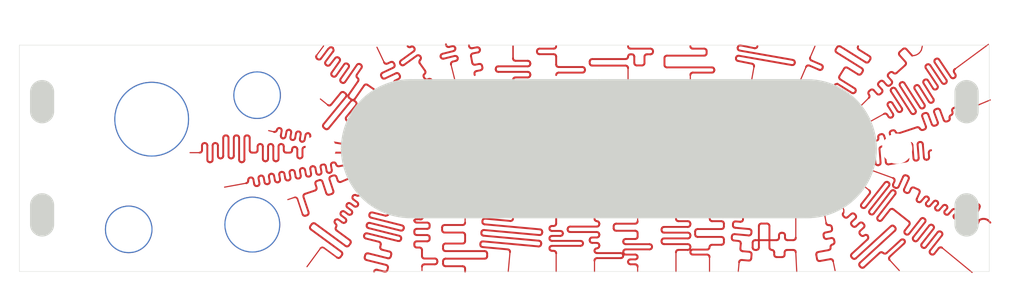
<source format=kicad_pcb>
(kicad_pcb (version 20171130) (host pcbnew 5.1.6-c6e7f7d~87~ubuntu20.04.1)
  (layers (0 Top signal) (1 Route2 signal) (2 Route15 signal) (31 Bottom signal) (34 B.Paste user) (35 F.Paste user) (36 B.SilkS user) (37 F.SilkS user) (38 B.Mask user) (39 F.Mask user) (44 Edge.Cuts user))
  (net 0 "")
  (net 1 GND)
  (net 2 N$1)
  (net 3 N$36)
  (net 4 N$5)
  (net 5 N$6)
  (net 6 N$7)
  (net 7 N$8)
  (net 8 N$9)
  (net 9 N$10)
  (net 10 N$11)
  (net 11 N$12)
  (net 12 N$13)
  (net 13 N$14)
  (net 14 N$15)
  (net 15 N$16)
  (net 16 N$17)
  (net 17 N$18)
  (net 18 N$19)
  (net 19 N$20)
  (net 20 N$21)
  (net 21 N$23)
  (net 22 N$24)
  (net 23 N$25)
  (net 24 N$26)
  (net 25 N$27)
  (net 26 N$28)
  (net 27 N$29)
  (net 28 N$30)
  (net 29 N$31)
  (net 30 N$32)
  (net 31 N$33)
  (net 32 N$34)
  (net 33 N$35)
  (net 34 N$37)
  (module PickupPanel:SLOT_HOLE (layer Top) (at 87.2511 112.5036 90)
    (fp_text reference U$2 hide)
    (fp_text value "" hide)
    (fp_line (start -1.27 0) (end 1.27 0) (layer Edge.Cuts) (width 3.2))
    (fp_text user "CUT OUT" (at 0 0 90) (layer Edge.Cuts) (effects (font (size 0.7239 0.7239) (thickness 0.06096))))
    (fp_arc (start -1.27 0) (end -1.27 -1.6) (angle -180) (layer Edge.Cuts) (width 0.00254))
    (fp_arc (start 1.27 0) (end 1.27 -1.6) (angle 180) (layer Edge.Cuts) (width 0.00254))
    (fp_line (start -1.27 1.6) (end 1.27 1.6) (layer Edge.Cuts) (width 0.00254))
    (fp_line (start -1.27 -1.6) (end 1.27 -1.6) (layer Edge.Cuts) (width 0.00254))
  )
  (module PickupPanel:SLOT_HOLE (layer Top) (at 209.7511 112.5036 90)
    (fp_text reference U$4 hide)
    (fp_text value "" hide)
    (fp_line (start -1.27 0) (end 1.27 0) (layer Edge.Cuts) (width 3.2))
    (fp_text user "CUT OUT" (at 0 0 90) (layer Edge.Cuts) (effects (font (size 0.7239 0.7239) (thickness 0.06096))))
    (fp_arc (start -1.27 0) (end -1.27 -1.6) (angle -180) (layer Edge.Cuts) (width 0.00254))
    (fp_arc (start 1.27 0) (end 1.27 -1.6) (angle 180) (layer Edge.Cuts) (width 0.00254))
    (fp_line (start -1.27 1.6) (end 1.27 1.6) (layer Edge.Cuts) (width 0.00254))
    (fp_line (start -1.27 -1.6) (end 1.27 -1.6) (layer Edge.Cuts) (width 0.00254))
  )
  (module PickupPanel:SLOT_HOLE (layer Top) (at 87.2511 97.5036 90)
    (fp_text reference U$3 hide)
    (fp_text value "" hide)
    (fp_line (start -1.27 0) (end 1.27 0) (layer Edge.Cuts) (width 3.2))
    (fp_text user "CUT OUT" (at 0 0 90) (layer Edge.Cuts) (effects (font (size 0.7239 0.7239) (thickness 0.06096))))
    (fp_arc (start -1.27 0) (end -1.27 -1.6) (angle -180) (layer Edge.Cuts) (width 0.00254))
    (fp_arc (start 1.27 0) (end 1.27 -1.6) (angle 180) (layer Edge.Cuts) (width 0.00254))
    (fp_line (start -1.27 1.6) (end 1.27 1.6) (layer Edge.Cuts) (width 0.00254))
    (fp_line (start -1.27 -1.6) (end 1.27 -1.6) (layer Edge.Cuts) (width 0.00254))
  )
  (module PickupPanel:SLOT_HOLE (layer Top) (at 209.7511 97.5036 90)
    (fp_text reference U$5 hide)
    (fp_text value "" hide)
    (fp_line (start -1.27 0) (end 1.27 0) (layer Edge.Cuts) (width 3.2))
    (fp_text user "CUT OUT" (at 0 0 90) (layer Edge.Cuts) (effects (font (size 0.7239 0.7239) (thickness 0.06096))))
    (fp_arc (start -1.27 0) (end -1.27 -1.6) (angle -180) (layer Edge.Cuts) (width 0.00254))
    (fp_arc (start 1.27 0) (end 1.27 -1.6) (angle 180) (layer Edge.Cuts) (width 0.00254))
    (fp_line (start -1.27 1.6) (end 1.27 1.6) (layer Edge.Cuts) (width 0.00254))
    (fp_line (start -1.27 -1.6) (end 1.27 -1.6) (layer Edge.Cuts) (width 0.00254))
  )
  (module PickupPanel:SINGLE_COIL_CUTOUT_MILLING (layer Top) (at 162.3561 103.7336)
    (fp_text reference U$6 hide)
    (fp_text value "" hide)
    (fp_line (start -26.3 0) (end 26.3 0) (layer Edge.Cuts) (width 18.4))
    (fp_text user "CUT OUT " (at -21.59 3.81) (layer Edge.Cuts) (effects (font (size 6.0325 6.0325) (thickness 0.0635)) (justify left bottom)))
    (fp_arc (start 26.198059 0.093027) (end 25.780456 -9.2) (angle 92) (layer Edge.Cuts) (width 0.0254))
    (fp_line (start -25.780456 -9.2) (end 25.780456 -9.2) (layer Edge.Cuts) (width 0.0254))
    (fp_arc (start -26.198059 0.093027) (end -35.5 0) (angle 92) (layer Edge.Cuts) (width 0.0254))
    (fp_arc (start -26.198059 -0.093027) (end -25.780456 9.2) (angle 92) (layer Edge.Cuts) (width 0.0254))
    (fp_line (start 25.780456 9.2) (end -25.780456 9.2) (layer Edge.Cuts) (width 0.0254))
    (fp_arc (start 26.198059 -0.093027) (end 35.5 0) (angle 92) (layer Edge.Cuts) (width 0.0254))
    (pad "" np_thru_hole circle (at 38.2 0) (size 4 4) (drill 4) (layers *.Cu *.Mask))
    (pad "" np_thru_hole circle (at -38.2 0) (size 4 4) (drill 4) (layers *.Cu *.Mask))
  )
  (gr_line (start 84.2511 90.0036) (end 84.2511 120.0036) (layer Edge.Cuts) (width 0.05))
  (gr_line (start 84.2511 120.0036) (end 212.7511 120.0036) (layer Edge.Cuts) (width 0.05))
  (gr_line (start 212.7511 120.0036) (end 212.7511 90.0036) (layer Edge.Cuts) (width 0.05))
  (gr_line (start 212.7511 90.0036) (end 84.2511 90.0036) (layer Edge.Cuts) (width 0.05))
  (via (at 115.7461 96.6436) (size 6.3048) (drill 6) (layers Top Bottom) (net 1))
  (via (at 98.7281 114.4236) (size 6.3048) (drill 6) (layers Top Bottom) (net 1))
  (via (at 115.1111 113.7886) (size 7.4048) (drill 7.1) (layers Top Bottom) (net 1))
  (via (at 101.7761 99.8186) (size 9.906) (drill 9.6012) (layers Top Bottom) (net 1))
  (segment (start 212.6481 89.9046) (end 208.202287 93.18706) (width 0.1524) (layer Top) (net 1))
  (segment (start 208.202287 93.18706) (end 208.202287 93.18706) (width 0.254) (layer Top) (net 1))
  (segment (start 208.202287 93.18706) (end 208.09078 93.307795) (width 0.254) (layer Top) (net 1))
  (segment (start 208.09078 93.307795) (end 208.05458 93.468109) (width 0.254) (layer Top) (net 1))
  (segment (start 208.05458 93.468109) (end 208.103387 93.625044) (width 0.254) (layer Top) (net 1))
  (segment (start 208.103387 93.625044) (end 208.26609 93.88266) (width 0.254) (layer Top) (net 1))
  (segment (start 208.26609 93.88266) (end 208.26609 93.88266) (width 0.254) (layer Top) (net 1))
  (segment (start 208.26609 93.88266) (end 208.314897 94.039596) (width 0.254) (layer Top) (net 1))
  (segment (start 208.314897 94.039596) (end 208.278698 94.199911) (width 0.254) (layer Top) (net 1))
  (segment (start 208.278698 94.199911) (end 208.16719 94.320647) (width 0.254) (layer Top) (net 1))
  (segment (start 208.16719 94.320647) (end 208.113056 94.354838) (width 0.254) (layer Top) (net 1))
  (segment (start 208.113056 94.354838) (end 208.113056 94.354838) (width 0.254) (layer Top) (net 1))
  (segment (start 208.113056 94.354838) (end 207.956119 94.403645) (width 0.254) (layer Top) (net 1))
  (segment (start 207.956119 94.403645) (end 207.795805 94.367445) (width 0.254) (layer Top) (net 1))
  (segment (start 207.795805 94.367445) (end 207.675068 94.255938) (width 0.254) (layer Top) (net 1))
  (segment (start 207.675068 94.255938) (end 206.121575 91.933822) (width 0.254) (layer Top) (net 1))
  (segment (start 206.121575 91.933822) (end 206.121575 91.933823) (width 0.254) (layer Top) (net 1))
  (segment (start 206.121575 91.933823) (end 206.00084 91.822315) (width 0.254) (layer Top) (net 1))
  (segment (start 206.00084 91.822315) (end 205.840526 91.786115) (width 0.254) (layer Top) (net 1))
  (segment (start 205.840526 91.786115) (end 205.68359 91.834922) (width 0.254) (layer Top) (net 1))
  (segment (start 205.68359 91.834922) (end 205.629453 91.869113) (width 0.254) (layer Top) (net 1))
  (segment (start 205.629453 91.869113) (end 205.629453 91.869113) (width 0.254) (layer Top) (net 1))
  (segment (start 205.629453 91.869113) (end 205.517945 91.98985) (width 0.254) (layer Top) (net 1))
  (segment (start 205.517945 91.98985) (end 205.481745 92.150164) (width 0.254) (layer Top) (net 1))
  (segment (start 205.481745 92.150164) (end 205.530553 92.3071) (width 0.254) (layer Top) (net 1))
  (segment (start 205.530553 92.3071) (end 207.084046 94.629216) (width 0.254) (layer Top) (net 1))
  (segment (start 207.084046 94.629216) (end 207.084046 94.629216) (width 0.254) (layer Top) (net 1))
  (segment (start 207.084046 94.629216) (end 207.132853 94.786151) (width 0.254) (layer Top) (net 1))
  (segment (start 207.132853 94.786151) (end 207.096653 94.946465) (width 0.254) (layer Top) (net 1))
  (segment (start 207.096653 94.946465) (end 206.985146 95.0672) (width 0.254) (layer Top) (net 1))
  (segment (start 206.985146 95.0672) (end 206.931009 95.101391) (width 0.254) (layer Top) (net 1))
  (segment (start 206.931009 95.101391) (end 206.931009 95.101391) (width 0.254) (layer Top) (net 1))
  (segment (start 206.931009 95.101391) (end 206.774074 95.150198) (width 0.254) (layer Top) (net 1))
  (segment (start 206.774074 95.150198) (end 206.61376 95.113998) (width 0.254) (layer Top) (net 1))
  (segment (start 206.61376 95.113998) (end 206.493025 95.002491) (width 0.254) (layer Top) (net 1))
  (segment (start 206.493025 95.002491) (end 204.939531 92.680375) (width 0.254) (layer Top) (net 1))
  (segment (start 204.939531 92.680375) (end 204.939531 92.680376) (width 0.254) (layer Top) (net 1))
  (segment (start 204.939531 92.680376) (end 204.818796 92.568868) (width 0.254) (layer Top) (net 1))
  (segment (start 204.818796 92.568868) (end 204.658482 92.532668) (width 0.254) (layer Top) (net 1))
  (segment (start 204.658482 92.532668) (end 204.501546 92.581475) (width 0.254) (layer Top) (net 1))
  (segment (start 204.501546 92.581475) (end 204.447409 92.615669) (width 0.254) (layer Top) (net 1))
  (segment (start 204.447409 92.615669) (end 204.447409 92.615669) (width 0.254) (layer Top) (net 1))
  (segment (start 204.447409 92.615669) (end 204.335902 92.736405) (width 0.254) (layer Top) (net 1))
  (segment (start 204.335902 92.736405) (end 204.299702 92.896719) (width 0.254) (layer Top) (net 1))
  (segment (start 204.299702 92.896719) (end 204.348509 93.053654) (width 0.254) (layer Top) (net 1))
  (segment (start 204.348509 93.053654) (end 205.902003 95.375769) (width 0.254) (layer Top) (net 1))
  (segment (start 205.902003 95.375769) (end 205.902003 95.375769) (width 0.254) (layer Top) (net 1))
  (segment (start 205.902003 95.375769) (end 205.95081 95.532704) (width 0.254) (layer Top) (net 1))
  (segment (start 205.95081 95.532704) (end 205.91461 95.693018) (width 0.254) (layer Top) (net 1))
  (segment (start 205.91461 95.693018) (end 205.803103 95.813754) (width 0.254) (layer Top) (net 1))
  (segment (start 205.803103 95.813754) (end 205.748965 95.847947) (width 0.254) (layer Top) (net 1))
  (segment (start 205.748965 95.847947) (end 205.748965 95.847947) (width 0.254) (layer Top) (net 1))
  (segment (start 205.748965 95.847947) (end 205.59203 95.896754) (width 0.254) (layer Top) (net 1))
  (segment (start 205.59203 95.896754) (end 205.431716 95.860554) (width 0.254) (layer Top) (net 1))
  (segment (start 205.431716 95.860554) (end 205.310981 95.749047) (width 0.254) (layer Top) (net 1))
  (segment (start 205.310981 95.749047) (end 204.646487 94.696932) (width 0.254) (layer Top) (net 1))
  (segment (start 204.646487 94.696932) (end 204.646487 94.696933) (width 0.254) (layer Top) (net 1))
  (segment (start 204.646487 94.696933) (end 204.525751 94.585425) (width 0.254) (layer Top) (net 1))
  (segment (start 204.525751 94.585425) (end 204.365436 94.549225) (width 0.254) (layer Top) (net 1))
  (segment (start 204.365436 94.549225) (end 204.2085 94.598032) (width 0.254) (layer Top) (net 1))
  (segment (start 204.2085 94.598032) (end 204.154365 94.632222) (width 0.254) (layer Top) (net 1))
  (segment (start 204.154365 94.632222) (end 204.154365 94.632222) (width 0.254) (layer Top) (net 1))
  (segment (start 204.154365 94.632222) (end 204.042858 94.752958) (width 0.254) (layer Top) (net 1))
  (segment (start 204.042858 94.752958) (end 204.006658 94.913272) (width 0.254) (layer Top) (net 1))
  (segment (start 204.006658 94.913272) (end 204.055465 95.070207) (width 0.254) (layer Top) (net 1))
  (segment (start 204.055465 95.070207) (end 205.354959 97.138325) (width 0.254) (layer Top) (net 1))
  (segment (start 205.354959 97.138325) (end 205.354959 97.138325) (width 0.254) (layer Top) (net 1))
  (segment (start 205.354959 97.138325) (end 205.403766 97.29526) (width 0.254) (layer Top) (net 1))
  (segment (start 205.403766 97.29526) (end 205.367566 97.455574) (width 0.254) (layer Top) (net 1))
  (segment (start 205.367566 97.455574) (end 205.256059 97.57631) (width 0.254) (layer Top) (net 1))
  (segment (start 205.256059 97.57631) (end 205.201921 97.6105) (width 0.254) (layer Top) (net 1))
  (segment (start 205.201921 97.6105) (end 205.201921 97.6105) (width 0.254) (layer Top) (net 1))
  (segment (start 205.201921 97.6105) (end 205.044986 97.659307) (width 0.254) (layer Top) (net 1))
  (segment (start 205.044986 97.659307) (end 204.884672 97.623107) (width 0.254) (layer Top) (net 1))
  (segment (start 204.884672 97.623107) (end 204.763937 97.5116) (width 0.254) (layer Top) (net 1))
  (segment (start 204.763937 97.5116) (end 203.46444 95.443485) (width 0.254) (layer Top) (net 1))
  (segment (start 203.46444 95.443485) (end 203.46444 95.443485) (width 0.254) (layer Top) (net 1))
  (segment (start 203.46444 95.443485) (end 203.343705 95.331978) (width 0.254) (layer Top) (net 1))
  (segment (start 203.343705 95.331978) (end 203.183391 95.295778) (width 0.254) (layer Top) (net 1))
  (segment (start 203.183391 95.295778) (end 203.026456 95.344585) (width 0.254) (layer Top) (net 1))
  (segment (start 203.026456 95.344585) (end 202.972318 95.378775) (width 0.254) (layer Top) (net 1))
  (segment (start 202.972318 95.378775) (end 202.972318 95.378775) (width 0.254) (layer Top) (net 1))
  (segment (start 202.972318 95.378775) (end 202.860811 95.499512) (width 0.254) (layer Top) (net 1))
  (segment (start 202.860811 95.499512) (end 202.824611 95.659826) (width 0.254) (layer Top) (net 1))
  (segment (start 202.824611 95.659826) (end 202.873418 95.816763) (width 0.254) (layer Top) (net 1))
  (segment (start 202.873418 95.816763) (end 204.172915 97.884879) (width 0.254) (layer Top) (net 1))
  (segment (start 204.172915 97.884879) (end 204.172915 97.884879) (width 0.254) (layer Top) (net 1))
  (segment (start 204.172915 97.884879) (end 204.221722 98.041814) (width 0.254) (layer Top) (net 1))
  (segment (start 204.221722 98.041814) (end 204.185522 98.202128) (width 0.254) (layer Top) (net 1))
  (segment (start 204.185522 98.202128) (end 204.074015 98.322863) (width 0.254) (layer Top) (net 1))
  (segment (start 204.074015 98.322863) (end 204.019878 98.357057) (width 0.254) (layer Top) (net 1))
  (segment (start 204.019878 98.357057) (end 204.019878 98.357057) (width 0.254) (layer Top) (net 1))
  (segment (start 204.019878 98.357057) (end 203.862941 98.405864) (width 0.254) (layer Top) (net 1))
  (segment (start 203.862941 98.405864) (end 203.702627 98.369664) (width 0.254) (layer Top) (net 1))
  (segment (start 203.702627 98.369664) (end 203.58189 98.258157) (width 0.254) (layer Top) (net 1))
  (segment (start 203.58189 98.258157) (end 201.520396 95.047038) (width 0.254) (layer Top) (net 1))
  (segment (start 201.520396 95.047038) (end 201.520396 95.047039) (width 0.254) (layer Top) (net 1))
  (segment (start 201.520396 95.047039) (end 201.39966 94.935532) (width 0.254) (layer Top) (net 1))
  (segment (start 201.39966 94.935532) (end 201.239347 94.899333) (width 0.254) (layer Top) (net 1))
  (segment (start 201.239347 94.899333) (end 201.082412 94.948141) (width 0.254) (layer Top) (net 1))
  (segment (start 201.082412 94.948141) (end 201.028275 94.982332) (width 0.254) (layer Top) (net 1))
  (segment (start 201.028275 94.982332) (end 201.028275 94.982332) (width 0.254) (layer Top) (net 1))
  (segment (start 201.028275 94.982332) (end 200.916768 95.103067) (width 0.254) (layer Top) (net 1))
  (segment (start 200.916768 95.103067) (end 200.880568 95.263381) (width 0.254) (layer Top) (net 1))
  (segment (start 200.880568 95.263381) (end 200.929375 95.420316) (width 0.254) (layer Top) (net 1))
  (segment (start 200.929375 95.420316) (end 202.990868 98.631432) (width 0.254) (layer Top) (net 1))
  (segment (start 202.990868 98.631432) (end 202.990868 98.631432) (width 0.254) (layer Top) (net 1))
  (segment (start 202.990868 98.631432) (end 203.039675 98.788368) (width 0.254) (layer Top) (net 1))
  (segment (start 203.039675 98.788368) (end 203.003476 98.948683) (width 0.254) (layer Top) (net 1))
  (segment (start 203.003476 98.948683) (end 202.891968 99.069419) (width 0.254) (layer Top) (net 1))
  (segment (start 202.891968 99.069419) (end 202.837834 99.10361) (width 0.254) (layer Top) (net 1))
  (segment (start 202.837834 99.10361) (end 202.837834 99.10361) (width 0.254) (layer Top) (net 1))
  (segment (start 202.837834 99.10361) (end 202.680897 99.152417) (width 0.254) (layer Top) (net 1))
  (segment (start 202.680897 99.152417) (end 202.520583 99.116217) (width 0.254) (layer Top) (net 1))
  (segment (start 202.520583 99.116217) (end 202.399846 99.00471) (width 0.254) (layer Top) (net 1))
  (segment (start 202.399846 99.00471) (end 200.338353 95.793594) (width 0.254) (layer Top) (net 1))
  (segment (start 200.338353 95.793594) (end 200.338353 95.793595) (width 0.254) (layer Top) (net 1))
  (segment (start 200.338353 95.793595) (end 200.217618 95.682087) (width 0.254) (layer Top) (net 1))
  (segment (start 200.217618 95.682087) (end 200.057304 95.645887) (width 0.254) (layer Top) (net 1))
  (segment (start 200.057304 95.645887) (end 199.900368 95.694694) (width 0.254) (layer Top) (net 1))
  (segment (start 199.900368 95.694694) (end 199.846231 95.728885) (width 0.254) (layer Top) (net 1))
  (segment (start 199.846231 95.728885) (end 199.846231 95.728885) (width 0.254) (layer Top) (net 1))
  (segment (start 199.846231 95.728885) (end 199.734723 95.849622) (width 0.254) (layer Top) (net 1))
  (segment (start 199.734723 95.849622) (end 199.698523 96.009936) (width 0.254) (layer Top) (net 1))
  (segment (start 199.698523 96.009936) (end 199.747331 96.166872) (width 0.254) (layer Top) (net 1))
  (segment (start 199.747331 96.166872) (end 201.173825 98.361988) (width 0.254) (layer Top) (net 1))
  (segment (start 201.173825 98.361988) (end 201.173825 98.361988) (width 0.254) (layer Top) (net 1))
  (segment (start 201.173825 98.361988) (end 201.222632 98.518923) (width 0.254) (layer Top) (net 1))
  (segment (start 201.222632 98.518923) (end 201.186432 98.679237) (width 0.254) (layer Top) (net 1))
  (segment (start 201.186432 98.679237) (end 201.074925 98.799972) (width 0.254) (layer Top) (net 1))
  (segment (start 201.074925 98.799972) (end 201.020787 98.834163) (width 0.254) (layer Top) (net 1))
  (segment (start 201.020787 98.834163) (end 201.020787 98.834163) (width 0.254) (layer Top) (net 1))
  (segment (start 201.020787 98.834163) (end 200.863852 98.88297) (width 0.254) (layer Top) (net 1))
  (segment (start 200.863852 98.88297) (end 200.703538 98.84677) (width 0.254) (layer Top) (net 1))
  (segment (start 200.703538 98.84677) (end 200.582803 98.735263) (width 0.254) (layer Top) (net 1))
  (segment (start 200.582803 98.735263) (end 199.918309 97.683147) (width 0.254) (layer Top) (net 1))
  (segment (start 199.918309 97.683147) (end 199.918309 97.683147) (width 0.254) (layer Top) (net 1))
  (segment (start 199.918309 97.683147) (end 199.797572 97.57164) (width 0.254) (layer Top) (net 1))
  (segment (start 199.797572 97.57164) (end 199.637258 97.53544) (width 0.254) (layer Top) (net 1))
  (segment (start 199.637258 97.53544) (end 199.480321 97.584247) (width 0.254) (layer Top) (net 1))
  (segment (start 199.480321 97.584247) (end 199.426187 97.618441) (width 0.254) (layer Top) (net 1))
  (segment (start 199.426187 97.618441) (end 199.426187 97.618441) (width 0.254) (layer Top) (net 1))
  (segment (start 199.426187 97.618441) (end 199.31468 97.739176) (width 0.254) (layer Top) (net 1))
  (segment (start 199.31468 97.739176) (end 199.27848 97.89949) (width 0.254) (layer Top) (net 1))
  (segment (start 199.27848 97.89949) (end 199.327287 98.056425) (width 0.254) (layer Top) (net 1))
  (segment (start 199.327287 98.056425) (end 199.991781 99.108541) (width 0.254) (layer Top) (net 1))
  (segment (start 199.991781 99.108541) (end 199.991781 99.108541) (width 0.254) (layer Top) (net 1))
  (segment (start 199.991781 99.108541) (end 200.040588 99.265478) (width 0.254) (layer Top) (net 1))
  (segment (start 200.040588 99.265478) (end 200.004388 99.425792) (width 0.254) (layer Top) (net 1))
  (segment (start 200.004388 99.425792) (end 199.892881 99.546529) (width 0.254) (layer Top) (net 1))
  (segment (start 199.892881 99.546529) (end 199.838743 99.580719) (width 0.254) (layer Top) (net 1))
  (segment (start 199.838743 99.580719) (end 199.838743 99.580719) (width 0.254) (layer Top) (net 1))
  (segment (start 199.838743 99.580719) (end 199.681808 99.629526) (width 0.254) (layer Top) (net 1))
  (segment (start 199.681808 99.629526) (end 199.521494 99.593326) (width 0.254) (layer Top) (net 1))
  (segment (start 199.521494 99.593326) (end 199.400759 99.481819) (width 0.254) (layer Top) (net 1))
  (segment (start 199.400759 99.481819) (end 199.238053 99.224204) (width 0.254) (layer Top) (net 1))
  (segment (start 199.238053 99.224204) (end 199.238053 99.224205) (width 0.254) (layer Top) (net 1))
  (segment (start 199.238053 99.224205) (end 199.117318 99.112697) (width 0.254) (layer Top) (net 1))
  (segment (start 199.117318 99.112697) (end 198.957004 99.076497) (width 0.254) (layer Top) (net 1))
  (segment (start 198.957004 99.076497) (end 198.800068 99.125304) (width 0.254) (layer Top) (net 1))
  (segment (start 198.800068 99.125304) (end 196.6461 100.3186) (width 0.1524) (layer Top) (net 1))
  (segment (start 200.483409 93.690022) (end 201.623396 92.664035) (width 0.254) (layer Top) (net 2))
  (segment (start 201.623396 92.664035) (end 201.623396 92.664035) (width 0.254) (layer Top) (net 2))
  (segment (start 201.623396 92.664035) (end 201.712939 92.526219) (width 0.254) (layer Top) (net 2))
  (segment (start 201.712939 92.526219) (end 201.721577 92.362095) (width 0.254) (layer Top) (net 2))
  (segment (start 201.721577 92.362095) (end 201.646996 92.215641) (width 0.254) (layer Top) (net 2))
  (segment (start 201.646996 92.215641) (end 200.871953 91.354485) (width 0.254) (layer Top) (net 2))
  (segment (start 200.871953 91.354485) (end 200.871953 91.354485) (width 0.254) (layer Top) (net 2))
  (segment (start 200.871953 91.354485) (end 200.797372 91.208031) (width 0.254) (layer Top) (net 2))
  (segment (start 200.797372 91.208031) (end 200.80601 91.043907) (width 0.254) (layer Top) (net 2))
  (segment (start 200.80601 91.043907) (end 200.895553 90.906091) (width 0.254) (layer Top) (net 2))
  (segment (start 200.895553 90.906091) (end 201.324271 90.520244) (width 0.254) (layer Top) (net 2))
  (segment (start 201.324271 90.520244) (end 201.32427 90.520244) (width 0.254) (layer Top) (net 2))
  (segment (start 201.32427 90.520244) (end 201.470724 90.445664) (width 0.254) (layer Top) (net 2))
  (segment (start 201.470724 90.445664) (end 201.634846 90.454302) (width 0.254) (layer Top) (net 2))
  (segment (start 201.634846 90.454302) (end 201.772662 90.543844) (width 0.254) (layer Top) (net 2))
  (segment (start 201.772662 90.543844) (end 202.547706 91.405) (width 0.254) (layer Top) (net 2))
  (segment (start 202.547706 91.405) (end 202.547706 91.405) (width 0.1524) (layer Top) (net 2))
  (segment (start 202.547706 91.405) (end 202.800617 91.389053) (width 0.1524) (layer Top) (net 2))
  (segment (start 202.800617 91.389053) (end 203.045557 91.324071) (width 0.1524) (layer Top) (net 2))
  (segment (start 203.045557 91.324071) (end 203.273113 91.212553) (width 0.1524) (layer Top) (net 2))
  (segment (start 203.273113 91.212553) (end 203.474541 91.058783) (width 0.1524) (layer Top) (net 2))
  (segment (start 203.474541 91.058783) (end 203.642099 90.868672) (width 0.1524) (layer Top) (net 2))
  (segment (start 203.642099 90.868672) (end 203.769349 90.649524) (width 0.1524) (layer Top) (net 2))
  (segment (start 203.769349 90.649524) (end 203.8851 90.1586) (width 0.1524) (layer Top) (net 2))
  (segment (start 200.483409 93.690022) (end 200.483409 93.690022) (width 0.254) (layer Top) (net 2))
  (segment (start 200.483409 93.690022) (end 200.336955 93.764603) (width 0.254) (layer Top) (net 2))
  (segment (start 200.336955 93.764603) (end 200.172831 93.755965) (width 0.254) (layer Top) (net 2))
  (segment (start 200.172831 93.755965) (end 200.035015 93.666422) (width 0.254) (layer Top) (net 2))
  (segment (start 200.035015 93.666422) (end 200.035015 93.666422) (width 0.254) (layer Top) (net 2))
  (segment (start 200.035015 93.666422) (end 199.8972 93.57688) (width 0.254) (layer Top) (net 2))
  (segment (start 199.8972 93.57688) (end 199.733078 93.568242) (width 0.254) (layer Top) (net 2))
  (segment (start 199.733078 93.568242) (end 199.586625 93.642822) (width 0.254) (layer Top) (net 2))
  (segment (start 199.586625 93.642822) (end 199.413618 93.798529) (width 0.254) (layer Top) (net 2))
  (segment (start 199.413618 93.798529) (end 199.413618 93.798529) (width 0.254) (layer Top) (net 2))
  (segment (start 199.413618 93.798529) (end 199.324076 93.936344) (width 0.254) (layer Top) (net 2))
  (segment (start 199.324076 93.936344) (end 199.315438 94.100466) (width 0.254) (layer Top) (net 2))
  (segment (start 199.315438 94.100466) (end 199.390018 94.246919) (width 0.254) (layer Top) (net 2))
  (segment (start 199.390018 94.246919) (end 199.814812 94.718913) (width 0.254) (layer Top) (net 2))
  (segment (start 199.814812 94.718913) (end 199.814812 94.718913) (width 0.254) (layer Top) (net 2))
  (segment (start 199.814812 94.718913) (end 199.889392 94.865366) (width 0.254) (layer Top) (net 2))
  (segment (start 199.889392 94.865366) (end 199.880755 95.029489) (width 0.254) (layer Top) (net 2))
  (segment (start 199.880755 95.029489) (end 199.791212 95.167304) (width 0.254) (layer Top) (net 2))
  (segment (start 199.791212 95.167304) (end 199.618206 95.32301) (width 0.254) (layer Top) (net 2))
  (segment (start 199.618206 95.32301) (end 199.618205 95.32301) (width 0.254) (layer Top) (net 2))
  (segment (start 199.618205 95.32301) (end 199.471752 95.397591) (width 0.254) (layer Top) (net 2))
  (segment (start 199.471752 95.397591) (end 199.30763 95.388953) (width 0.254) (layer Top) (net 2))
  (segment (start 199.30763 95.388953) (end 199.169815 95.29941) (width 0.254) (layer Top) (net 2))
  (segment (start 199.169815 95.29941) (end 198.745021 94.827419) (width 0.254) (layer Top) (net 2))
  (segment (start 198.745021 94.827419) (end 198.745021 94.827419) (width 0.254) (layer Top) (net 2))
  (segment (start 198.745021 94.827419) (end 198.607206 94.737877) (width 0.254) (layer Top) (net 2))
  (segment (start 198.607206 94.737877) (end 198.443084 94.729239) (width 0.254) (layer Top) (net 2))
  (segment (start 198.443084 94.729239) (end 198.296631 94.803819) (width 0.254) (layer Top) (net 2))
  (segment (start 198.296631 94.803819) (end 198.123625 94.959522) (width 0.254) (layer Top) (net 2))
  (segment (start 198.123625 94.959522) (end 198.123625 94.959522) (width 0.254) (layer Top) (net 2))
  (segment (start 198.123625 94.959522) (end 198.034082 95.097338) (width 0.254) (layer Top) (net 2))
  (segment (start 198.034082 95.097338) (end 198.025444 95.261462) (width 0.254) (layer Top) (net 2))
  (segment (start 198.025444 95.261462) (end 198.100025 95.407916) (width 0.254) (layer Top) (net 2))
  (segment (start 198.100025 95.407916) (end 198.524818 95.879907) (width 0.254) (layer Top) (net 2))
  (segment (start 198.524818 95.879907) (end 198.524818 95.879907) (width 0.254) (layer Top) (net 2))
  (segment (start 198.524818 95.879907) (end 198.599399 96.026361) (width 0.254) (layer Top) (net 2))
  (segment (start 198.599399 96.026361) (end 198.590761 96.190484) (width 0.254) (layer Top) (net 2))
  (segment (start 198.590761 96.190484) (end 198.501218 96.3283) (width 0.254) (layer Top) (net 2))
  (segment (start 198.501218 96.3283) (end 198.328212 96.484004) (width 0.254) (layer Top) (net 2))
  (segment (start 198.328212 96.484004) (end 198.328211 96.484005) (width 0.254) (layer Top) (net 2))
  (segment (start 198.328211 96.484005) (end 198.181758 96.558586) (width 0.254) (layer Top) (net 2))
  (segment (start 198.181758 96.558586) (end 198.017636 96.549949) (width 0.254) (layer Top) (net 2))
  (segment (start 198.017636 96.549949) (end 197.879821 96.460407) (width 0.254) (layer Top) (net 2))
  (segment (start 197.879821 96.460407) (end 197.455028 95.988413) (width 0.254) (layer Top) (net 2))
  (segment (start 197.455028 95.988413) (end 197.455028 95.988413) (width 0.254) (layer Top) (net 2))
  (segment (start 197.455028 95.988413) (end 197.317212 95.89887) (width 0.254) (layer Top) (net 2))
  (segment (start 197.317212 95.89887) (end 197.153088 95.890232) (width 0.254) (layer Top) (net 2))
  (segment (start 197.153088 95.890232) (end 197.006634 95.964813) (width 0.254) (layer Top) (net 2))
  (segment (start 197.006634 95.964813) (end 196.833631 96.120519) (width 0.254) (layer Top) (net 2))
  (segment (start 196.833631 96.120519) (end 196.833631 96.120519) (width 0.254) (layer Top) (net 2))
  (segment (start 196.833631 96.120519) (end 196.744088 96.258335) (width 0.254) (layer Top) (net 2))
  (segment (start 196.744088 96.258335) (end 196.73545 96.422457) (width 0.254) (layer Top) (net 2))
  (segment (start 196.73545 96.422457) (end 196.810031 96.56891) (width 0.254) (layer Top) (net 2))
  (segment (start 196.810031 96.56891) (end 196.810031 96.56891) (width 0.254) (layer Top) (net 2))
  (segment (start 196.810031 96.56891) (end 196.884612 96.715364) (width 0.254) (layer Top) (net 2))
  (segment (start 196.884612 96.715364) (end 196.875974 96.879488) (width 0.254) (layer Top) (net 2))
  (segment (start 196.875974 96.879488) (end 196.786431 97.017304) (width 0.254) (layer Top) (net 2))
  (segment (start 196.786431 97.017304) (end 195.3761 98.4136) (width 0.1524) (layer Top) (net 2))
  (segment (start 212.9021 97.2706) (end 210.498306 98.274241) (width 0.1524) (layer Top) (net 0))
  (segment (start 210.498306 98.274241) (end 210.498305 98.274241) (width 0.254) (layer Top) (net 0))
  (segment (start 210.498305 98.274241) (end 210.334497 98.287576) (width 0.254) (layer Top) (net 0))
  (segment (start 210.334497 98.287576) (end 210.185967 98.21722) (width 0.254) (layer Top) (net 0))
  (segment (start 210.185967 98.21722) (end 210.092515 98.082025) (width 0.254) (layer Top) (net 0))
  (segment (start 210.092515 98.082025) (end 210.048812 97.959657) (width 0.254) (layer Top) (net 0))
  (segment (start 210.048812 97.959657) (end 210.048812 97.959658) (width 0.254) (layer Top) (net 0))
  (segment (start 210.048812 97.959658) (end 209.955361 97.824463) (width 0.254) (layer Top) (net 0))
  (segment (start 209.955361 97.824463) (end 209.806833 97.754107) (width 0.254) (layer Top) (net 0))
  (segment (start 209.806833 97.754107) (end 209.643025 97.767441) (width 0.254) (layer Top) (net 0))
  (segment (start 209.643025 97.767441) (end 209.50774 97.815757) (width 0.254) (layer Top) (net 0))
  (segment (start 209.50774 97.815757) (end 209.50774 97.815757) (width 0.254) (layer Top) (net 0))
  (segment (start 209.50774 97.815757) (end 209.372544 97.909209) (width 0.254) (layer Top) (net 0))
  (segment (start 209.372544 97.909209) (end 209.302187 98.057738) (width 0.254) (layer Top) (net 0))
  (segment (start 209.302187 98.057738) (end 209.315521 98.221547) (width 0.254) (layer Top) (net 0))
  (segment (start 209.315521 98.221547) (end 209.616503 99.064288) (width 0.254) (layer Top) (net 0))
  (segment (start 209.616503 99.064288) (end 209.616503 99.064287) (width 0.254) (layer Top) (net 0))
  (segment (start 209.616503 99.064287) (end 209.629837 99.228097) (width 0.254) (layer Top) (net 0))
  (segment (start 209.629837 99.228097) (end 209.559481 99.376628) (width 0.254) (layer Top) (net 0))
  (segment (start 209.559481 99.376628) (end 209.424284 99.470079) (width 0.254) (layer Top) (net 0))
  (segment (start 209.424284 99.470079) (end 209.289 99.518394) (width 0.254) (layer Top) (net 0))
  (segment (start 209.289 99.518394) (end 209.288999 99.518394) (width 0.254) (layer Top) (net 0))
  (segment (start 209.288999 99.518394) (end 209.125191 99.531728) (width 0.254) (layer Top) (net 0))
  (segment (start 209.125191 99.531728) (end 208.976663 99.46137) (width 0.254) (layer Top) (net 0))
  (segment (start 208.976663 99.46137) (end 208.883212 99.326175) (width 0.254) (layer Top) (net 0))
  (segment (start 208.883212 99.326175) (end 208.582231 98.483435) (width 0.254) (layer Top) (net 0))
  (segment (start 208.582231 98.483435) (end 208.582231 98.483435) (width 0.254) (layer Top) (net 0))
  (segment (start 208.582231 98.483435) (end 208.488779 98.348241) (width 0.254) (layer Top) (net 0))
  (segment (start 208.488779 98.348241) (end 208.340251 98.277885) (width 0.254) (layer Top) (net 0))
  (segment (start 208.340251 98.277885) (end 208.176443 98.291219) (width 0.254) (layer Top) (net 0))
  (segment (start 208.176443 98.291219) (end 208.041159 98.339535) (width 0.254) (layer Top) (net 0))
  (segment (start 208.041159 98.339535) (end 208.041159 98.339535) (width 0.254) (layer Top) (net 0))
  (segment (start 208.041159 98.339535) (end 207.905963 98.432987) (width 0.254) (layer Top) (net 0))
  (segment (start 207.905963 98.432987) (end 207.835606 98.581516) (width 0.254) (layer Top) (net 0))
  (segment (start 207.835606 98.581516) (end 207.84894 98.745325) (width 0.254) (layer Top) (net 0))
  (segment (start 207.84894 98.745325) (end 207.892643 98.867691) (width 0.254) (layer Top) (net 0))
  (segment (start 207.892643 98.867691) (end 207.892643 98.86769) (width 0.254) (layer Top) (net 0))
  (segment (start 207.892643 98.86769) (end 207.905979 99.031499) (width 0.254) (layer Top) (net 0))
  (segment (start 207.905979 99.031499) (end 207.835623 99.18003) (width 0.254) (layer Top) (net 0))
  (segment (start 207.835623 99.18003) (end 207.700428 99.273482) (width 0.254) (layer Top) (net 0))
  (segment (start 207.700428 99.273482) (end 207.700428 99.273482) (width 0.254) (layer Top) (net 0))
  (segment (start 207.700428 99.273482) (end 207.565233 99.366934) (width 0.254) (layer Top) (net 0))
  (segment (start 207.565233 99.366934) (end 207.494877 99.515464) (width 0.254) (layer Top) (net 0))
  (segment (start 207.494877 99.515464) (end 207.508212 99.679272) (width 0.254) (layer Top) (net 0))
  (segment (start 207.508212 99.679272) (end 207.514734 99.646732) (width 0.254) (layer Top) (net 0))
  (segment (start 207.514734 99.646732) (end 207.514734 99.646732) (width 0.254) (layer Top) (net 0))
  (segment (start 207.514734 99.646732) (end 207.528068 99.810539) (width 0.254) (layer Top) (net 0))
  (segment (start 207.528068 99.810539) (end 207.457713 99.959068) (width 0.254) (layer Top) (net 0))
  (segment (start 207.457713 99.959068) (end 207.322518 100.052519) (width 0.254) (layer Top) (net 0))
  (segment (start 207.322518 100.052519) (end 207.13144 100.120763) (width 0.254) (layer Top) (net 0))
  (segment (start 207.13144 100.120763) (end 207.13144 100.120763) (width 0.254) (layer Top) (net 0))
  (segment (start 207.13144 100.120763) (end 206.967632 100.134098) (width 0.254) (layer Top) (net 0))
  (segment (start 206.967632 100.134098) (end 206.819102 100.063742) (width 0.254) (layer Top) (net 0))
  (segment (start 206.819102 100.063742) (end 206.72565 99.928547) (width 0.254) (layer Top) (net 0))
  (segment (start 206.72565 99.928547) (end 206.245034 98.633622) (width 0.254) (layer Top) (net 0))
  (segment (start 206.245034 98.633622) (end 206.245035 98.633624) (width 0.254) (layer Top) (net 0))
  (segment (start 206.245035 98.633624) (end 206.151582 98.498428) (width 0.254) (layer Top) (net 0))
  (segment (start 206.151582 98.498428) (end 206.003052 98.428072) (width 0.254) (layer Top) (net 0))
  (segment (start 206.003052 98.428072) (end 205.839243 98.441407) (width 0.254) (layer Top) (net 0))
  (segment (start 205.839243 98.441407) (end 205.648165 98.509647) (width 0.254) (layer Top) (net 0))
  (segment (start 205.648165 98.509647) (end 205.648164 98.509647) (width 0.254) (layer Top) (net 0))
  (segment (start 205.648164 98.509647) (end 205.512969 98.6031) (width 0.254) (layer Top) (net 0))
  (segment (start 205.512969 98.6031) (end 205.442613 98.75163) (width 0.254) (layer Top) (net 0))
  (segment (start 205.442613 98.75163) (end 205.45595 98.915438) (width 0.254) (layer Top) (net 0))
  (segment (start 205.45595 98.915438) (end 205.936565 100.210363) (width 0.254) (layer Top) (net 0))
  (segment (start 205.936565 100.210363) (end 205.936565 100.210362) (width 0.254) (layer Top) (net 0))
  (segment (start 205.936565 100.210362) (end 205.9499 100.37417) (width 0.254) (layer Top) (net 0))
  (segment (start 205.9499 100.37417) (end 205.879545 100.522699) (width 0.254) (layer Top) (net 0))
  (segment (start 205.879545 100.522699) (end 205.74435 100.61615) (width 0.254) (layer Top) (net 0))
  (segment (start 205.74435 100.61615) (end 205.553275 100.684394) (width 0.254) (layer Top) (net 0))
  (segment (start 205.553275 100.684394) (end 205.553273 100.684395) (width 0.254) (layer Top) (net 0))
  (segment (start 205.553273 100.684395) (end 205.389465 100.697729) (width 0.254) (layer Top) (net 0))
  (segment (start 205.389465 100.697729) (end 205.240936 100.627374) (width 0.254) (layer Top) (net 0))
  (segment (start 205.240936 100.627374) (end 205.147484 100.492179) (width 0.254) (layer Top) (net 0))
  (segment (start 205.147484 100.492179) (end 204.666868 99.197254) (width 0.254) (layer Top) (net 0))
  (segment (start 204.666868 99.197254) (end 204.666868 99.197254) (width 0.254) (layer Top) (net 0))
  (segment (start 204.666868 99.197254) (end 204.573416 99.062059) (width 0.254) (layer Top) (net 0))
  (segment (start 204.573416 99.062059) (end 204.424886 98.991703) (width 0.254) (layer Top) (net 0))
  (segment (start 204.424886 98.991703) (end 204.261078 99.005038) (width 0.254) (layer Top) (net 0))
  (segment (start 204.261078 99.005038) (end 204.07 99.073282) (width 0.254) (layer Top) (net 0))
  (segment (start 204.07 99.073282) (end 204.07 99.073282) (width 0.254) (layer Top) (net 0))
  (segment (start 204.07 99.073282) (end 203.934805 99.166733) (width 0.254) (layer Top) (net 0))
  (segment (start 203.934805 99.166733) (end 203.864449 99.315262) (width 0.254) (layer Top) (net 0))
  (segment (start 203.864449 99.315262) (end 203.877784 99.479069) (width 0.254) (layer Top) (net 0))
  (segment (start 203.877784 99.479069) (end 204.3584 100.773994) (width 0.254) (layer Top) (net 0))
  (segment (start 204.3584 100.773994) (end 204.3584 100.773994) (width 0.254) (layer Top) (net 0))
  (segment (start 204.3584 100.773994) (end 204.371735 100.937803) (width 0.254) (layer Top) (net 0))
  (segment (start 204.371735 100.937803) (end 204.301379 101.086333) (width 0.254) (layer Top) (net 0))
  (segment (start 204.301379 101.086333) (end 204.166184 101.179785) (width 0.254) (layer Top) (net 0))
  (segment (start 204.166184 101.179785) (end 203.975106 101.248025) (width 0.254) (layer Top) (net 0))
  (segment (start 203.975106 101.248025) (end 203.975105 101.248025) (width 0.254) (layer Top) (net 0))
  (segment (start 203.975105 101.248025) (end 203.811298 101.26136) (width 0.254) (layer Top) (net 0))
  (segment (start 203.811298 101.26136) (end 203.662769 101.191004) (width 0.254) (layer Top) (net 0))
  (segment (start 203.662769 101.191004) (end 203.569318 101.05581) (width 0.254) (layer Top) (net 0))
  (segment (start 203.569318 101.05581) (end 203.562796 101.08835) (width 0.254) (layer Top) (net 0))
  (segment (start 203.562796 101.08835) (end 203.562796 101.088351) (width 0.254) (layer Top) (net 0))
  (segment (start 203.562796 101.088351) (end 203.469344 100.953156) (width 0.254) (layer Top) (net 0))
  (segment (start 203.469344 100.953156) (end 203.320814 100.8828) (width 0.254) (layer Top) (net 0))
  (segment (start 203.320814 100.8828) (end 203.157006 100.896135) (width 0.254) (layer Top) (net 0))
  (segment (start 203.157006 100.896135) (end 200.751506 101.699535) (width 0.254) (layer Top) (net 0))
  (segment (start 200.751506 101.699535) (end 200.751505 101.699535) (width 0.254) (layer Top) (net 0))
  (segment (start 200.751505 101.699535) (end 200.587456 101.709479) (width 0.254) (layer Top) (net 0))
  (segment (start 200.587456 101.709479) (end 200.440413 101.636065) (width 0.254) (layer Top) (net 0))
  (segment (start 200.440413 101.636065) (end 200.349778 101.498966) (width 0.254) (layer Top) (net 0))
  (segment (start 200.349778 101.498966) (end 200.349779 101.498968) (width 0.254) (layer Top) (net 0))
  (segment (start 200.349779 101.498968) (end 200.259144 101.361868) (width 0.254) (layer Top) (net 0))
  (segment (start 200.259144 101.361868) (end 200.112102 101.288454) (width 0.254) (layer Top) (net 0))
  (segment (start 200.112102 101.288454) (end 199.948053 101.298397) (width 0.254) (layer Top) (net 0))
  (segment (start 199.948053 101.298397) (end 199.784737 101.352941) (width 0.254) (layer Top) (net 0))
  (segment (start 199.784737 101.352941) (end 199.784737 101.352941) (width 0.254) (layer Top) (net 0))
  (segment (start 199.784737 101.352941) (end 199.647637 101.443577) (width 0.254) (layer Top) (net 0))
  (segment (start 199.647637 101.443577) (end 199.574224 101.59062) (width 0.254) (layer Top) (net 0))
  (segment (start 199.574224 101.59062) (end 199.584168 101.754669) (width 0.254) (layer Top) (net 0))
  (segment (start 199.584168 101.754669) (end 199.785325 102.356966) (width 0.254) (layer Top) (net 0))
  (segment (start 199.785325 102.356966) (end 199.785325 102.356966) (width 0.254) (layer Top) (net 0))
  (segment (start 199.785325 102.356966) (end 199.795269 102.521015) (width 0.254) (layer Top) (net 0))
  (segment (start 199.795269 102.521015) (end 199.721856 102.668058) (width 0.254) (layer Top) (net 0))
  (segment (start 199.721856 102.668058) (end 199.584756 102.758694) (width 0.254) (layer Top) (net 0))
  (segment (start 199.584756 102.758694) (end 199.42144 102.813238) (width 0.254) (layer Top) (net 0))
  (segment (start 199.42144 102.813238) (end 199.421439 102.813238) (width 0.254) (layer Top) (net 0))
  (segment (start 199.421439 102.813238) (end 199.25739 102.823182) (width 0.254) (layer Top) (net 0))
  (segment (start 199.25739 102.823182) (end 199.110347 102.749768) (width 0.254) (layer Top) (net 0))
  (segment (start 199.110347 102.749768) (end 199.019712 102.612669) (width 0.254) (layer Top) (net 0))
  (segment (start 199.019712 102.612669) (end 198.818556 102.010372) (width 0.254) (layer Top) (net 0))
  (segment (start 198.818556 102.010372) (end 198.818556 102.010372) (width 0.254) (layer Top) (net 0))
  (segment (start 198.818556 102.010372) (end 198.72792 101.873273) (width 0.254) (layer Top) (net 0))
  (segment (start 198.72792 101.873273) (end 198.580877 101.79986) (width 0.254) (layer Top) (net 0))
  (segment (start 198.580877 101.79986) (end 198.416828 101.809804) (width 0.254) (layer Top) (net 0))
  (segment (start 198.416828 101.809804) (end 198.253512 101.86435) (width 0.254) (layer Top) (net 0))
  (segment (start 198.253512 101.86435) (end 198.253511 101.86435) (width 0.254) (layer Top) (net 0))
  (segment (start 198.253511 101.86435) (end 198.116412 101.954985) (width 0.254) (layer Top) (net 0))
  (segment (start 198.116412 101.954985) (end 198.042999 102.102027) (width 0.254) (layer Top) (net 0))
  (segment (start 198.042999 102.102027) (end 198.052943 102.266075) (width 0.254) (layer Top) (net 0))
  (segment (start 198.052943 102.266075) (end 198.052943 102.266075) (width 0.254) (layer Top) (net 0))
  (segment (start 198.052943 102.266075) (end 198.062887 102.430124) (width 0.254) (layer Top) (net 0))
  (segment (start 198.062887 102.430124) (end 197.989474 102.577168) (width 0.254) (layer Top) (net 0))
  (segment (start 197.989474 102.577168) (end 197.852375 102.667804) (width 0.254) (layer Top) (net 0))
  (segment (start 197.852375 102.667804) (end 197.2811 102.8586) (width 0.1524) (layer Top) (net 0))
  (segment (start 205.034225 103.936932) (end 205.034225 103.936932) (width 0.254) (layer Top) (net 0))
  (segment (start 205.034225 103.936932) (end 204.879455 103.992226) (width 0.254) (layer Top) (net 0))
  (segment (start 204.879455 103.992226) (end 204.773068 104.117498) (width 0.254) (layer Top) (net 0))
  (segment (start 204.773068 104.117498) (end 204.743571 104.279179) (width 0.254) (layer Top) (net 0))
  (segment (start 204.743571 104.279179) (end 204.790631 104.856469) (width 0.254) (layer Top) (net 0))
  (segment (start 204.790631 104.856469) (end 204.790631 104.856469) (width 0.254) (layer Top) (net 0))
  (segment (start 204.790631 104.856469) (end 204.761134 105.018151) (width 0.254) (layer Top) (net 0))
  (segment (start 204.761134 105.018151) (end 204.654747 105.143423) (width 0.254) (layer Top) (net 0))
  (segment (start 204.654747 105.143423) (end 204.499978 105.198716) (width 0.254) (layer Top) (net 0))
  (segment (start 204.499978 105.198716) (end 204.442275 105.203419) (width 0.254) (layer Top) (net 0))
  (segment (start 204.442275 105.203419) (end 204.442273 105.203419) (width 0.254) (layer Top) (net 0))
  (segment (start 204.442273 105.203419) (end 204.280592 105.173921) (width 0.254) (layer Top) (net 0))
  (segment (start 204.280592 105.173921) (end 204.155322 105.067535) (width 0.254) (layer Top) (net 0))
  (segment (start 204.155322 105.067535) (end 204.100028 104.912766) (width 0.254) (layer Top) (net 0))
  (segment (start 204.100028 104.912766) (end 203.954315 103.125282) (width 0.254) (layer Top) (net 0))
  (segment (start 203.954315 103.125282) (end 203.954315 103.125284) (width 0.254) (layer Top) (net 0))
  (segment (start 203.954315 103.125284) (end 203.899021 102.970514) (width 0.254) (layer Top) (net 0))
  (segment (start 203.899021 102.970514) (end 203.77375 102.864127) (width 0.254) (layer Top) (net 0))
  (segment (start 203.77375 102.864127) (end 203.612068 102.834629) (width 0.254) (layer Top) (net 0))
  (segment (start 203.612068 102.834629) (end 203.554365 102.839332) (width 0.254) (layer Top) (net 0))
  (segment (start 203.554365 102.839332) (end 203.554365 102.839332) (width 0.254) (layer Top) (net 0))
  (segment (start 203.554365 102.839332) (end 203.399595 102.894626) (width 0.254) (layer Top) (net 0))
  (segment (start 203.399595 102.894626) (end 203.293208 103.019898) (width 0.254) (layer Top) (net 0))
  (segment (start 203.293208 103.019898) (end 203.263712 103.181579) (width 0.254) (layer Top) (net 0))
  (segment (start 203.263712 103.181579) (end 203.409425 104.969063) (width 0.254) (layer Top) (net 0))
  (segment (start 203.409425 104.969063) (end 203.409425 104.969063) (width 0.254) (layer Top) (net 0))
  (segment (start 203.409425 104.969063) (end 203.379926 105.130745) (width 0.254) (layer Top) (net 0))
  (segment (start 203.379926 105.130745) (end 203.273539 105.256017) (width 0.254) (layer Top) (net 0))
  (segment (start 203.273539 105.256017) (end 203.118768 105.31131) (width 0.254) (layer Top) (net 0))
  (segment (start 203.118768 105.31131) (end 203.061065 105.316013) (width 0.254) (layer Top) (net 0))
  (segment (start 203.061065 105.316013) (end 203.061063 105.316013) (width 0.254) (layer Top) (net 0))
  (segment (start 203.061063 105.316013) (end 202.899382 105.286515) (width 0.254) (layer Top) (net 0))
  (segment (start 202.899382 105.286515) (end 202.774112 105.180129) (width 0.254) (layer Top) (net 0))
  (segment (start 202.774112 105.180129) (end 202.718818 105.02536) (width 0.254) (layer Top) (net 0))
  (segment (start 202.718818 105.02536) (end 202.573109 103.237875) (width 0.254) (layer Top) (net 0))
  (segment (start 202.573109 103.237875) (end 202.573109 103.237877) (width 0.254) (layer Top) (net 0))
  (segment (start 202.573109 103.237877) (end 202.517815 103.083107) (width 0.254) (layer Top) (net 0))
  (segment (start 202.517815 103.083107) (end 202.392544 102.97672) (width 0.254) (layer Top) (net 0))
  (segment (start 202.392544 102.97672) (end 202.230862 102.947222) (width 0.254) (layer Top) (net 0))
  (segment (start 202.230862 102.947222) (end 202.173159 102.951925) (width 0.254) (layer Top) (net 0))
  (segment (start 202.173159 102.951925) (end 202.173159 102.951925) (width 0.254) (layer Top) (net 0))
  (segment (start 202.173159 102.951925) (end 202.018389 103.007219) (width 0.254) (layer Top) (net 0))
  (segment (start 202.018389 103.007219) (end 201.912002 103.132491) (width 0.254) (layer Top) (net 0))
  (segment (start 201.912002 103.132491) (end 201.882506 103.294172) (width 0.254) (layer Top) (net 0))
  (segment (start 201.882506 103.294172) (end 202.028215 105.081657) (width 0.254) (layer Top) (net 0))
  (segment (start 202.028215 105.081657) (end 202.028215 105.081657) (width 0.254) (layer Top) (net 0))
  (segment (start 202.028215 105.081657) (end 201.998718 105.243339) (width 0.254) (layer Top) (net 0))
  (segment (start 201.998718 105.243339) (end 201.892331 105.368611) (width 0.254) (layer Top) (net 0))
  (segment (start 201.892331 105.368611) (end 201.737562 105.423904) (width 0.254) (layer Top) (net 0))
  (segment (start 201.737562 105.423904) (end 199.393859 105.809607) (width 0.254) (layer Top) (net 0))
  (segment (start 199.393859 105.809607) (end 199.393857 105.809607) (width 0.254) (layer Top) (net 0))
  (segment (start 199.393857 105.809607) (end 199.232176 105.780109) (width 0.254) (layer Top) (net 0))
  (segment (start 199.232176 105.780109) (end 199.106906 105.673723) (width 0.254) (layer Top) (net 0))
  (segment (start 199.106906 105.673723) (end 199.051612 105.518954) (width 0.254) (layer Top) (net 0))
  (segment (start 199.051612 105.518954) (end 198.9059 103.731469) (width 0.254) (layer Top) (net 0))
  (segment (start 198.9059 103.731469) (end 198.9059 103.731471) (width 0.254) (layer Top) (net 0))
  (segment (start 198.9059 103.731471) (end 198.850606 103.576701) (width 0.254) (layer Top) (net 0))
  (segment (start 198.850606 103.576701) (end 198.725335 103.470314) (width 0.254) (layer Top) (net 0))
  (segment (start 198.725335 103.470314) (end 198.563653 103.440816) (width 0.254) (layer Top) (net 0))
  (segment (start 198.563653 103.440816) (end 198.505953 103.445519) (width 0.254) (layer Top) (net 0))
  (segment (start 198.505953 103.445519) (end 198.505953 103.445519) (width 0.254) (layer Top) (net 0))
  (segment (start 198.505953 103.445519) (end 198.351182 103.500813) (width 0.254) (layer Top) (net 0))
  (segment (start 198.351182 103.500813) (end 198.244794 103.626084) (width 0.254) (layer Top) (net 0))
  (segment (start 198.244794 103.626084) (end 198.215296 103.787766) (width 0.254) (layer Top) (net 0))
  (segment (start 198.215296 103.787766) (end 198.361009 105.57525) (width 0.254) (layer Top) (net 0))
  (segment (start 198.361009 105.57525) (end 198.361009 105.57525) (width 0.254) (layer Top) (net 0))
  (segment (start 198.361009 105.57525) (end 198.331512 105.736932) (width 0.254) (layer Top) (net 0))
  (segment (start 198.331512 105.736932) (end 198.225125 105.862204) (width 0.254) (layer Top) (net 0))
  (segment (start 198.225125 105.862204) (end 198.070356 105.917497) (width 0.254) (layer Top) (net 0))
  (segment (start 198.070356 105.917497) (end 198.012653 105.9222) (width 0.254) (layer Top) (net 0))
  (segment (start 198.012653 105.9222) (end 198.012651 105.9222) (width 0.254) (layer Top) (net 0))
  (segment (start 198.012651 105.9222) (end 197.85097 105.892702) (width 0.254) (layer Top) (net 0))
  (segment (start 197.85097 105.892702) (end 197.7257 105.786316) (width 0.254) (layer Top) (net 0))
  (segment (start 197.7257 105.786316) (end 197.670406 105.631547) (width 0.254) (layer Top) (net 0))
  (segment (start 197.670406 105.631547) (end 197.623346 105.054254) (width 0.254) (layer Top) (net 0))
  (segment (start 197.623346 105.054254) (end 197.623346 105.054254) (width 0.254) (layer Top) (net 0))
  (segment (start 197.623346 105.054254) (end 197.568052 104.899485) (width 0.254) (layer Top) (net 0))
  (segment (start 197.568052 104.899485) (end 197.442781 104.793098) (width 0.254) (layer Top) (net 0))
  (segment (start 197.442781 104.793098) (end 197.2811 104.7636) (width 0.254) (layer Top) (net 0))
  (segment (start 197.0271 106.5416) (end 200.037359 107.63281) (width 0.1524) (layer Top) (net 3))
  (segment (start 200.037359 107.63281) (end 200.037357 107.632809) (width 0.254) (layer Top) (net 3))
  (segment (start 200.037357 107.632809) (end 200.164277 107.737225) (width 0.254) (layer Top) (net 3))
  (segment (start 200.164277 107.737225) (end 200.221985 107.891112) (width 0.254) (layer Top) (net 3))
  (segment (start 200.221985 107.891112) (end 200.195018 108.053235) (width 0.254) (layer Top) (net 3))
  (segment (start 200.195018 108.053235) (end 200.022853 108.432) (width 0.254) (layer Top) (net 3))
  (segment (start 200.022853 108.432) (end 200.022852 108.432002) (width 0.254) (layer Top) (net 3))
  (segment (start 200.022852 108.432002) (end 199.995885 108.594124) (width 0.254) (layer Top) (net 3))
  (segment (start 199.995885 108.594124) (end 200.053593 108.74801) (width 0.254) (layer Top) (net 3))
  (segment (start 200.053593 108.74801) (end 200.180512 108.852425) (width 0.254) (layer Top) (net 3))
  (segment (start 200.180512 108.852425) (end 200.32929 108.92005) (width 0.254) (layer Top) (net 3))
  (segment (start 200.32929 108.92005) (end 200.32929 108.92005) (width 0.254) (layer Top) (net 3))
  (segment (start 200.32929 108.92005) (end 200.491413 108.947018) (width 0.254) (layer Top) (net 3))
  (segment (start 200.491413 108.947018) (end 200.645298 108.889312) (width 0.254) (layer Top) (net 3))
  (segment (start 200.645298 108.889312) (end 200.749715 108.762394) (width 0.254) (layer Top) (net 3))
  (segment (start 200.749715 108.762394) (end 201.356812 107.426775) (width 0.254) (layer Top) (net 3))
  (segment (start 201.356812 107.426775) (end 201.356812 107.426776) (width 0.254) (layer Top) (net 3))
  (segment (start 201.356812 107.426776) (end 201.461227 107.299857) (width 0.254) (layer Top) (net 3))
  (segment (start 201.461227 107.299857) (end 201.615114 107.24215) (width 0.254) (layer Top) (net 3))
  (segment (start 201.615114 107.24215) (end 201.777237 107.269116) (width 0.254) (layer Top) (net 3))
  (segment (start 201.777237 107.269116) (end 201.926015 107.336744) (width 0.254) (layer Top) (net 3))
  (segment (start 201.926015 107.336744) (end 201.926015 107.336744) (width 0.254) (layer Top) (net 3))
  (segment (start 201.926015 107.336744) (end 202.052934 107.441159) (width 0.254) (layer Top) (net 3))
  (segment (start 202.052934 107.441159) (end 202.110641 107.595044) (width 0.254) (layer Top) (net 3))
  (segment (start 202.110641 107.595044) (end 202.083675 107.757166) (width 0.254) (layer Top) (net 3))
  (segment (start 202.083675 107.757166) (end 201.476578 109.092785) (width 0.254) (layer Top) (net 3))
  (segment (start 201.476578 109.092785) (end 201.476577 109.092787) (width 0.254) (layer Top) (net 3))
  (segment (start 201.476577 109.092787) (end 201.44961 109.254909) (width 0.254) (layer Top) (net 3))
  (segment (start 201.44961 109.254909) (end 201.507318 109.408795) (width 0.254) (layer Top) (net 3))
  (segment (start 201.507318 109.408795) (end 201.634237 109.51321) (width 0.254) (layer Top) (net 3))
  (segment (start 201.634237 109.51321) (end 201.783015 109.580835) (width 0.254) (layer Top) (net 3))
  (segment (start 201.783015 109.580835) (end 201.783015 109.580835) (width 0.254) (layer Top) (net 3))
  (segment (start 201.783015 109.580835) (end 201.945138 109.607802) (width 0.254) (layer Top) (net 3))
  (segment (start 201.945138 109.607802) (end 202.099024 109.550094) (width 0.254) (layer Top) (net 3))
  (segment (start 202.099024 109.550094) (end 202.20344 109.423175) (width 0.254) (layer Top) (net 3))
  (segment (start 202.20344 109.423175) (end 202.375606 109.04441) (width 0.254) (layer Top) (net 3))
  (segment (start 202.375606 109.04441) (end 202.375606 109.04441) (width 0.254) (layer Top) (net 3))
  (segment (start 202.375606 109.04441) (end 202.480021 108.917491) (width 0.254) (layer Top) (net 3))
  (segment (start 202.480021 108.917491) (end 202.633908 108.859784) (width 0.254) (layer Top) (net 3))
  (segment (start 202.633908 108.859784) (end 202.796031 108.88675) (width 0.254) (layer Top) (net 3))
  (segment (start 202.796031 108.88675) (end 203.367612 109.14656) (width 0.254) (layer Top) (net 3))
  (segment (start 203.367612 109.14656) (end 203.36761 109.146559) (width 0.254) (layer Top) (net 3))
  (segment (start 203.36761 109.146559) (end 203.49453 109.250975) (width 0.254) (layer Top) (net 3))
  (segment (start 203.49453 109.250975) (end 203.552238 109.404862) (width 0.254) (layer Top) (net 3))
  (segment (start 203.552238 109.404862) (end 203.525271 109.566985) (width 0.254) (layer Top) (net 3))
  (segment (start 203.525271 109.566985) (end 203.163034 110.363907) (width 0.254) (layer Top) (net 3))
  (segment (start 203.163034 110.363907) (end 203.163033 110.363909) (width 0.254) (layer Top) (net 3))
  (segment (start 203.163033 110.363909) (end 203.136066 110.526031) (width 0.254) (layer Top) (net 3))
  (segment (start 203.136066 110.526031) (end 203.193774 110.679917) (width 0.254) (layer Top) (net 3))
  (segment (start 203.193774 110.679917) (end 203.320693 110.784332) (width 0.254) (layer Top) (net 3))
  (segment (start 203.320693 110.784332) (end 203.353409 110.799204) (width 0.254) (layer Top) (net 3))
  (segment (start 203.353409 110.799204) (end 203.353409 110.799204) (width 0.254) (layer Top) (net 3))
  (segment (start 203.353409 110.799204) (end 203.515532 110.826171) (width 0.254) (layer Top) (net 3))
  (segment (start 203.515532 110.826171) (end 203.669418 110.768463) (width 0.254) (layer Top) (net 3))
  (segment (start 203.669418 110.768463) (end 203.773834 110.641544) (width 0.254) (layer Top) (net 3))
  (segment (start 203.773834 110.641544) (end 204.126075 110.247613) (width 0.254) (layer Top) (net 3))
  (segment (start 204.126075 110.247613) (end 204.126075 110.247614) (width 0.254) (layer Top) (net 3))
  (segment (start 204.126075 110.247614) (end 204.23049 110.120695) (width 0.254) (layer Top) (net 3))
  (segment (start 204.23049 110.120695) (end 204.384377 110.062988) (width 0.254) (layer Top) (net 3))
  (segment (start 204.384377 110.062988) (end 204.5465 110.089954) (width 0.254) (layer Top) (net 3))
  (segment (start 204.5465 110.089954) (end 204.579215 110.104825) (width 0.254) (layer Top) (net 3))
  (segment (start 204.579215 110.104825) (end 204.579214 110.104825) (width 0.254) (layer Top) (net 3))
  (segment (start 204.579214 110.104825) (end 204.706134 110.20924) (width 0.254) (layer Top) (net 3))
  (segment (start 204.706134 110.20924) (end 204.763842 110.363127) (width 0.254) (layer Top) (net 3))
  (segment (start 204.763842 110.363127) (end 204.736875 110.52525) (width 0.254) (layer Top) (net 3))
  (segment (start 204.736875 110.52525) (end 204.384634 110.919182) (width 0.254) (layer Top) (net 3))
  (segment (start 204.384634 110.919182) (end 204.384634 110.919183) (width 0.254) (layer Top) (net 3))
  (segment (start 204.384634 110.919183) (end 204.357667 111.081305) (width 0.254) (layer Top) (net 3))
  (segment (start 204.357667 111.081305) (end 204.415374 111.23519) (width 0.254) (layer Top) (net 3))
  (segment (start 204.415374 111.23519) (end 204.542293 111.339604) (width 0.254) (layer Top) (net 3))
  (segment (start 204.542293 111.339604) (end 204.575009 111.354475) (width 0.254) (layer Top) (net 3))
  (segment (start 204.575009 111.354475) (end 204.57501 111.354475) (width 0.254) (layer Top) (net 3))
  (segment (start 204.57501 111.354475) (end 204.737132 111.381442) (width 0.254) (layer Top) (net 3))
  (segment (start 204.737132 111.381442) (end 204.891018 111.323734) (width 0.254) (layer Top) (net 3))
  (segment (start 204.891018 111.323734) (end 204.995434 111.196816) (width 0.254) (layer Top) (net 3))
  (segment (start 204.995434 111.196816) (end 205.347675 110.802888) (width 0.254) (layer Top) (net 3))
  (segment (start 205.347675 110.802888) (end 205.347675 110.802889) (width 0.254) (layer Top) (net 3))
  (segment (start 205.347675 110.802889) (end 205.45209 110.67597) (width 0.254) (layer Top) (net 3))
  (segment (start 205.45209 110.67597) (end 205.605977 110.618263) (width 0.254) (layer Top) (net 3))
  (segment (start 205.605977 110.618263) (end 205.7681 110.645229) (width 0.254) (layer Top) (net 3))
  (segment (start 205.7681 110.645229) (end 205.800815 110.6601) (width 0.254) (layer Top) (net 3))
  (segment (start 205.800815 110.6601) (end 205.800815 110.6601) (width 0.254) (layer Top) (net 3))
  (segment (start 205.800815 110.6601) (end 205.927734 110.764515) (width 0.254) (layer Top) (net 3))
  (segment (start 205.927734 110.764515) (end 205.985441 110.9184) (width 0.254) (layer Top) (net 3))
  (segment (start 205.985441 110.9184) (end 205.958475 111.080522) (width 0.254) (layer Top) (net 3))
  (segment (start 205.958475 111.080522) (end 205.606234 111.474454) (width 0.254) (layer Top) (net 3))
  (segment (start 205.606234 111.474454) (end 205.606233 111.474456) (width 0.254) (layer Top) (net 3))
  (segment (start 205.606233 111.474456) (end 205.579266 111.636578) (width 0.254) (layer Top) (net 3))
  (segment (start 205.579266 111.636578) (end 205.636974 111.790464) (width 0.254) (layer Top) (net 3))
  (segment (start 205.636974 111.790464) (end 205.763893 111.894879) (width 0.254) (layer Top) (net 3))
  (segment (start 205.763893 111.894879) (end 205.796612 111.90975) (width 0.254) (layer Top) (net 3))
  (segment (start 205.796612 111.90975) (end 205.796612 111.90975) (width 0.254) (layer Top) (net 3))
  (segment (start 205.796612 111.90975) (end 205.958734 111.936716) (width 0.254) (layer Top) (net 3))
  (segment (start 205.958734 111.936716) (end 206.112619 111.879009) (width 0.254) (layer Top) (net 3))
  (segment (start 206.112619 111.879009) (end 206.217034 111.752091) (width 0.254) (layer Top) (net 3))
  (segment (start 206.217034 111.752091) (end 206.569275 111.35816) (width 0.254) (layer Top) (net 3))
  (segment (start 206.569275 111.35816) (end 206.569275 111.35816) (width 0.254) (layer Top) (net 3))
  (segment (start 206.569275 111.35816) (end 206.67369 111.231241) (width 0.254) (layer Top) (net 3))
  (segment (start 206.67369 111.231241) (end 206.827577 111.173534) (width 0.254) (layer Top) (net 3))
  (segment (start 206.827577 111.173534) (end 206.9897 111.2005) (width 0.254) (layer Top) (net 3))
  (segment (start 206.9897 111.2005) (end 207.022418 111.215372) (width 0.254) (layer Top) (net 3))
  (segment (start 207.022418 111.215372) (end 207.022417 111.215372) (width 0.254) (layer Top) (net 3))
  (segment (start 207.022417 111.215372) (end 207.149337 111.319787) (width 0.254) (layer Top) (net 3))
  (segment (start 207.149337 111.319787) (end 207.207045 111.473674) (width 0.254) (layer Top) (net 3))
  (segment (start 207.207045 111.473674) (end 207.180078 111.635797) (width 0.254) (layer Top) (net 3))
  (segment (start 207.180078 111.635797) (end 206.827834 112.029725) (width 0.254) (layer Top) (net 3))
  (segment (start 206.827834 112.029725) (end 206.827833 112.029727) (width 0.254) (layer Top) (net 3))
  (segment (start 206.827833 112.029727) (end 206.800866 112.191849) (width 0.254) (layer Top) (net 3))
  (segment (start 206.800866 112.191849) (end 206.858574 112.345735) (width 0.254) (layer Top) (net 3))
  (segment (start 206.858574 112.345735) (end 206.985493 112.45015) (width 0.254) (layer Top) (net 3))
  (segment (start 206.985493 112.45015) (end 207.018212 112.465022) (width 0.254) (layer Top) (net 3))
  (segment (start 207.018212 112.465022) (end 207.018212 112.465022) (width 0.254) (layer Top) (net 3))
  (segment (start 207.018212 112.465022) (end 207.180334 112.491988) (width 0.254) (layer Top) (net 3))
  (segment (start 207.180334 112.491988) (end 207.334219 112.434281) (width 0.254) (layer Top) (net 3))
  (segment (start 207.334219 112.434281) (end 207.438634 112.307363) (width 0.254) (layer Top) (net 3))
  (segment (start 207.438634 112.307363) (end 207.790878 111.913435) (width 0.254) (layer Top) (net 3))
  (segment (start 207.790878 111.913435) (end 207.790878 111.913435) (width 0.254) (layer Top) (net 3))
  (segment (start 207.790878 111.913435) (end 207.895293 111.786516) (width 0.254) (layer Top) (net 3))
  (segment (start 207.895293 111.786516) (end 208.049178 111.728809) (width 0.254) (layer Top) (net 3))
  (segment (start 208.049178 111.728809) (end 208.2113 111.755775) (width 0.254) (layer Top) (net 3))
  (segment (start 208.2113 111.755775) (end 208.244018 111.770647) (width 0.254) (layer Top) (net 3))
  (segment (start 208.244018 111.770647) (end 208.244018 111.770647) (width 0.254) (layer Top) (net 3))
  (segment (start 208.244018 111.770647) (end 208.370937 111.875062) (width 0.254) (layer Top) (net 3))
  (segment (start 208.370937 111.875062) (end 208.428644 112.028947) (width 0.254) (layer Top) (net 3))
  (segment (start 208.428644 112.028947) (end 208.401678 112.191069) (width 0.254) (layer Top) (net 3))
  (segment (start 208.401678 112.191069) (end 208.049437 112.585) (width 0.254) (layer Top) (net 3))
  (segment (start 208.049437 112.585) (end 208.049437 112.585) (width 0.254) (layer Top) (net 3))
  (segment (start 208.049437 112.585) (end 208.022469 112.747121) (width 0.254) (layer Top) (net 3))
  (segment (start 208.022469 112.747121) (end 208.080175 112.901007) (width 0.254) (layer Top) (net 3))
  (segment (start 208.080175 112.901007) (end 208.207093 113.005422) (width 0.254) (layer Top) (net 3))
  (segment (start 208.207093 113.005422) (end 208.239812 113.020294) (width 0.254) (layer Top) (net 3))
  (segment (start 208.239812 113.020294) (end 208.239812 113.020294) (width 0.254) (layer Top) (net 3))
  (segment (start 208.239812 113.020294) (end 208.401935 113.047262) (width 0.254) (layer Top) (net 3))
  (segment (start 208.401935 113.047262) (end 208.55582 112.989556) (width 0.254) (layer Top) (net 3))
  (segment (start 208.55582 112.989556) (end 208.660237 112.862638) (width 0.254) (layer Top) (net 3))
  (segment (start 208.660237 112.862638) (end 209.647478 110.690707) (width 0.254) (layer Top) (net 3))
  (segment (start 209.647478 110.690707) (end 209.647478 110.690707) (width 0.254) (layer Top) (net 3))
  (segment (start 209.647478 110.690707) (end 209.751893 110.563788) (width 0.254) (layer Top) (net 3))
  (segment (start 209.751893 110.563788) (end 209.905778 110.506081) (width 0.254) (layer Top) (net 3))
  (segment (start 209.905778 110.506081) (end 210.0679 110.533047) (width 0.254) (layer Top) (net 3))
  (segment (start 210.0679 110.533047) (end 210.100618 110.547919) (width 0.254) (layer Top) (net 3))
  (segment (start 210.100618 110.547919) (end 210.100617 110.547919) (width 0.254) (layer Top) (net 3))
  (segment (start 210.100617 110.547919) (end 210.227537 110.652334) (width 0.254) (layer Top) (net 3))
  (segment (start 210.227537 110.652334) (end 210.285245 110.806221) (width 0.254) (layer Top) (net 3))
  (segment (start 210.285245 110.806221) (end 210.258278 110.968344) (width 0.254) (layer Top) (net 3))
  (segment (start 210.258278 110.968344) (end 209.271037 113.140272) (width 0.254) (layer Top) (net 3))
  (segment (start 209.271037 113.140272) (end 209.271036 113.140274) (width 0.254) (layer Top) (net 3))
  (segment (start 209.271036 113.140274) (end 209.244069 113.302396) (width 0.254) (layer Top) (net 3))
  (segment (start 209.244069 113.302396) (end 209.301777 113.456282) (width 0.254) (layer Top) (net 3))
  (segment (start 209.301777 113.456282) (end 209.428696 113.560697) (width 0.254) (layer Top) (net 3))
  (segment (start 209.428696 113.560697) (end 209.461412 113.575569) (width 0.254) (layer Top) (net 3))
  (segment (start 209.461412 113.575569) (end 209.461413 113.575569) (width 0.254) (layer Top) (net 3))
  (segment (start 209.461413 113.575569) (end 209.623535 113.602536) (width 0.254) (layer Top) (net 3))
  (segment (start 209.623535 113.602536) (end 209.777421 113.544828) (width 0.254) (layer Top) (net 3))
  (segment (start 209.777421 113.544828) (end 209.881837 113.41791) (width 0.254) (layer Top) (net 3))
  (segment (start 209.881837 113.41791) (end 210.869078 111.245979) (width 0.254) (layer Top) (net 3))
  (segment (start 210.869078 111.245979) (end 210.869078 111.24598) (width 0.254) (layer Top) (net 3))
  (segment (start 210.869078 111.24598) (end 210.973494 111.119062) (width 0.254) (layer Top) (net 3))
  (segment (start 210.973494 111.119062) (end 211.12738 111.061356) (width 0.254) (layer Top) (net 3))
  (segment (start 211.12738 111.061356) (end 211.289503 111.088322) (width 0.254) (layer Top) (net 3))
  (segment (start 211.289503 111.088322) (end 211.322218 111.103194) (width 0.254) (layer Top) (net 3))
  (segment (start 211.322218 111.103194) (end 211.322218 111.103194) (width 0.254) (layer Top) (net 3))
  (segment (start 211.322218 111.103194) (end 211.449137 111.207609) (width 0.254) (layer Top) (net 3))
  (segment (start 211.449137 111.207609) (end 211.506844 111.361494) (width 0.254) (layer Top) (net 3))
  (segment (start 211.506844 111.361494) (end 211.479878 111.523616) (width 0.254) (layer Top) (net 3))
  (segment (start 211.479878 111.523616) (end 210.492637 113.695547) (width 0.254) (layer Top) (net 3))
  (segment (start 210.492637 113.695547) (end 210.492637 113.695548) (width 0.254) (layer Top) (net 3))
  (segment (start 210.492637 113.695548) (end 210.46567 113.85767) (width 0.254) (layer Top) (net 3))
  (segment (start 210.46567 113.85767) (end 210.523377 114.011555) (width 0.254) (layer Top) (net 3))
  (segment (start 210.523377 114.011555) (end 210.650296 114.115969) (width 0.254) (layer Top) (net 3))
  (segment (start 210.650296 114.115969) (end 210.683015 114.130841) (width 0.254) (layer Top) (net 3))
  (segment (start 210.683015 114.130841) (end 210.683015 114.130841) (width 0.254) (layer Top) (net 3))
  (segment (start 210.683015 114.130841) (end 210.845137 114.157807) (width 0.254) (layer Top) (net 3))
  (segment (start 210.845137 114.157807) (end 210.999022 114.1001) (width 0.254) (layer Top) (net 3))
  (segment (start 210.999022 114.1001) (end 211.103437 113.973182) (width 0.254) (layer Top) (net 3))
  (segment (start 211.103437 113.973182) (end 211.465675 113.17626) (width 0.254) (layer Top) (net 3))
  (segment (start 211.465675 113.17626) (end 211.465674 113.17626) (width 0.254) (layer Top) (net 3))
  (segment (start 211.465674 113.17626) (end 211.678086 113.077821) (width 0.254) (layer Top) (net 3))
  (segment (start 211.678086 113.077821) (end 211.907077 113.029116) (width 0.254) (layer Top) (net 3))
  (segment (start 211.907077 113.029116) (end 212.141164 113.032587) (width 0.254) (layer Top) (net 3))
  (segment (start 212.141164 113.032587) (end 212.36861 113.08806) (width 0.254) (layer Top) (net 3))
  (segment (start 212.36861 113.08806) (end 212.578009 113.192754) (width 0.254) (layer Top) (net 3))
  (segment (start 212.578009 113.192754) (end 212.9021 113.5266) (width 0.254) (layer Top) (net 3))
  (segment (start 202.104206 113.383947) (end 200.051834 111.763654) (width 0.254) (layer Top) (net 4))
  (segment (start 200.051834 111.763654) (end 200.051834 111.763654) (width 0.254) (layer Top) (net 4))
  (segment (start 200.051834 111.763654) (end 199.900876 111.698671) (width 0.254) (layer Top) (net 4))
  (segment (start 199.900876 111.698671) (end 199.737651 111.717874) (width 0.254) (layer Top) (net 4))
  (segment (start 199.737651 111.717874) (end 199.605896 111.816116) (width 0.254) (layer Top) (net 4))
  (segment (start 199.605896 111.816116) (end 198.520234 113.191291) (width 0.254) (layer Top) (net 4))
  (segment (start 198.520234 113.191291) (end 198.520234 113.191291) (width 0.254) (layer Top) (net 4))
  (segment (start 198.520234 113.191291) (end 198.388478 113.289534) (width 0.254) (layer Top) (net 4))
  (segment (start 198.388478 113.289534) (end 198.225254 113.308737) (width 0.254) (layer Top) (net 4))
  (segment (start 198.225254 113.308737) (end 198.074296 113.243754) (width 0.254) (layer Top) (net 4))
  (segment (start 198.074296 113.243754) (end 198.033056 113.211197) (width 0.254) (layer Top) (net 4))
  (segment (start 198.033056 113.211197) (end 198.033055 113.211196) (width 0.254) (layer Top) (net 4))
  (segment (start 198.033055 113.211196) (end 197.934814 113.079441) (width 0.254) (layer Top) (net 4))
  (segment (start 197.934814 113.079441) (end 197.915612 112.916218) (width 0.254) (layer Top) (net 4))
  (segment (start 197.915612 112.916218) (end 197.980593 112.76526) (width 0.254) (layer Top) (net 4))
  (segment (start 197.980593 112.76526) (end 200.291396 109.77051) (width 0.254) (layer Top) (net 4))
  (segment (start 200.291396 109.77051) (end 200.291396 109.770511) (width 0.254) (layer Top) (net 4))
  (segment (start 200.291396 109.770511) (end 200.356377 109.619552) (width 0.254) (layer Top) (net 4))
  (segment (start 200.356377 109.619552) (end 200.337174 109.456327) (width 0.254) (layer Top) (net 4))
  (segment (start 200.337174 109.456327) (end 200.238931 109.324572) (width 0.254) (layer Top) (net 4))
  (segment (start 200.238931 109.324572) (end 200.197693 109.292016) (width 0.254) (layer Top) (net 4))
  (segment (start 200.197693 109.292016) (end 200.197694 109.292017) (width 0.254) (layer Top) (net 4))
  (segment (start 200.197694 109.292017) (end 200.046736 109.227034) (width 0.254) (layer Top) (net 4))
  (segment (start 200.046736 109.227034) (end 199.883511 109.246236) (width 0.254) (layer Top) (net 4))
  (segment (start 199.883511 109.246236) (end 199.751756 109.344479) (width 0.254) (layer Top) (net 4))
  (segment (start 199.751756 109.344479) (end 197.440956 112.339229) (width 0.254) (layer Top) (net 4))
  (segment (start 197.440956 112.339229) (end 197.440955 112.33923) (width 0.254) (layer Top) (net 4))
  (segment (start 197.440955 112.33923) (end 197.309199 112.437474) (width 0.254) (layer Top) (net 4))
  (segment (start 197.309199 112.437474) (end 197.145974 112.456677) (width 0.254) (layer Top) (net 4))
  (segment (start 197.145974 112.456677) (end 196.995015 112.391694) (width 0.254) (layer Top) (net 4))
  (segment (start 196.995015 112.391694) (end 196.953778 112.359138) (width 0.254) (layer Top) (net 4))
  (segment (start 196.953778 112.359138) (end 196.953777 112.359138) (width 0.254) (layer Top) (net 4))
  (segment (start 196.953777 112.359138) (end 196.855535 112.227382) (width 0.254) (layer Top) (net 4))
  (segment (start 196.855535 112.227382) (end 196.836333 112.064158) (width 0.254) (layer Top) (net 4))
  (segment (start 196.836333 112.064158) (end 196.901315 111.9132) (width 0.254) (layer Top) (net 4))
  (segment (start 196.901315 111.9132) (end 199.466115 108.66445) (width 0.254) (layer Top) (net 4))
  (segment (start 199.466115 108.66445) (end 199.466115 108.664451) (width 0.254) (layer Top) (net 4))
  (segment (start 199.466115 108.664451) (end 199.531097 108.513493) (width 0.254) (layer Top) (net 4))
  (segment (start 199.531097 108.513493) (end 199.511895 108.350269) (width 0.254) (layer Top) (net 4))
  (segment (start 199.511895 108.350269) (end 199.413653 108.218513) (width 0.254) (layer Top) (net 4))
  (segment (start 199.413653 108.218513) (end 199.372415 108.185954) (width 0.254) (layer Top) (net 4))
  (segment (start 199.372415 108.185954) (end 199.372416 108.185955) (width 0.254) (layer Top) (net 4))
  (segment (start 199.372416 108.185955) (end 199.221457 108.120972) (width 0.254) (layer Top) (net 4))
  (segment (start 199.221457 108.120972) (end 199.058232 108.140175) (width 0.254) (layer Top) (net 4))
  (segment (start 199.058232 108.140175) (end 198.926478 108.238419) (width 0.254) (layer Top) (net 4))
  (segment (start 198.926478 108.238419) (end 196.361675 111.487169) (width 0.254) (layer Top) (net 4))
  (segment (start 196.361675 111.487169) (end 196.361675 111.487169) (width 0.254) (layer Top) (net 4))
  (segment (start 196.361675 111.487169) (end 196.229919 111.585412) (width 0.254) (layer Top) (net 4))
  (segment (start 196.229919 111.585412) (end 196.066695 111.604615) (width 0.254) (layer Top) (net 4))
  (segment (start 196.066695 111.604615) (end 195.915737 111.539632) (width 0.254) (layer Top) (net 4))
  (segment (start 195.915737 111.539632) (end 195.8745 111.507075) (width 0.254) (layer Top) (net 4))
  (segment (start 195.8745 111.507075) (end 195.874499 111.507074) (width 0.254) (layer Top) (net 4))
  (segment (start 195.874499 111.507074) (end 195.776258 111.375319) (width 0.254) (layer Top) (net 4))
  (segment (start 195.776258 111.375319) (end 195.757056 111.212096) (width 0.254) (layer Top) (net 4))
  (segment (start 195.757056 111.212096) (end 195.822037 111.061138) (width 0.254) (layer Top) (net 4))
  (segment (start 195.822037 111.061138) (end 196.9077 109.685963) (width 0.254) (layer Top) (net 4))
  (segment (start 196.9077 109.685963) (end 196.9077 109.685964) (width 0.254) (layer Top) (net 4))
  (segment (start 196.9077 109.685964) (end 196.972682 109.535006) (width 0.254) (layer Top) (net 4))
  (segment (start 196.972682 109.535006) (end 196.953479 109.371781) (width 0.254) (layer Top) (net 4))
  (segment (start 196.953479 109.371781) (end 196.855237 109.240025) (width 0.254) (layer Top) (net 4))
  (segment (start 196.855237 109.240025) (end 196.0111 108.5736) (width 0.1524) (layer Top) (net 4))
  (segment (start 202.104206 113.383947) (end 202.104206 113.383947) (width 0.254) (layer Top) (net 4))
  (segment (start 202.104206 113.383947) (end 202.202448 113.515702) (width 0.254) (layer Top) (net 4))
  (segment (start 202.202448 113.515702) (end 202.221651 113.678927) (width 0.254) (layer Top) (net 4))
  (segment (start 202.221651 113.678927) (end 202.156668 113.829885) (width 0.254) (layer Top) (net 4))
  (segment (start 202.156668 113.829885) (end 201.57489 114.566807) (width 0.254) (layer Top) (net 4))
  (segment (start 201.57489 114.566807) (end 201.574889 114.566808) (width 0.254) (layer Top) (net 4))
  (segment (start 201.574889 114.566808) (end 201.509907 114.717766) (width 0.254) (layer Top) (net 4))
  (segment (start 201.509907 114.717766) (end 201.52911 114.88099) (width 0.254) (layer Top) (net 4))
  (segment (start 201.52911 114.88099) (end 201.627353 115.012744) (width 0.254) (layer Top) (net 4))
  (segment (start 201.627353 115.012744) (end 201.687343 115.060107) (width 0.254) (layer Top) (net 4))
  (segment (start 201.687343 115.060107) (end 201.687343 115.060107) (width 0.254) (layer Top) (net 4))
  (segment (start 201.687343 115.060107) (end 201.838301 115.125089) (width 0.254) (layer Top) (net 4))
  (segment (start 201.838301 115.125089) (end 202.001526 115.105886) (width 0.254) (layer Top) (net 4))
  (segment (start 202.001526 115.105886) (end 202.133281 115.007644) (width 0.254) (layer Top) (net 4))
  (segment (start 202.133281 115.007644) (end 203.690315 113.035397) (width 0.254) (layer Top) (net 4))
  (segment (start 203.690315 113.035397) (end 203.690315 113.035397) (width 0.254) (layer Top) (net 4))
  (segment (start 203.690315 113.035397) (end 203.82207 112.937155) (width 0.254) (layer Top) (net 4))
  (segment (start 203.82207 112.937155) (end 203.985295 112.917952) (width 0.254) (layer Top) (net 4))
  (segment (start 203.985295 112.917952) (end 204.136253 112.982935) (width 0.254) (layer Top) (net 4))
  (segment (start 204.136253 112.982935) (end 204.196246 113.030297) (width 0.254) (layer Top) (net 4))
  (segment (start 204.196246 113.030297) (end 204.196245 113.030297) (width 0.254) (layer Top) (net 4))
  (segment (start 204.196245 113.030297) (end 204.294488 113.162052) (width 0.254) (layer Top) (net 4))
  (segment (start 204.294488 113.162052) (end 204.313692 113.325277) (width 0.254) (layer Top) (net 4))
  (segment (start 204.313692 113.325277) (end 204.248709 113.476235) (width 0.254) (layer Top) (net 4))
  (segment (start 204.248709 113.476235) (end 202.691675 115.448479) (width 0.254) (layer Top) (net 4))
  (segment (start 202.691675 115.448479) (end 202.691675 115.44848) (width 0.254) (layer Top) (net 4))
  (segment (start 202.691675 115.44848) (end 202.626692 115.599437) (width 0.254) (layer Top) (net 4))
  (segment (start 202.626692 115.599437) (end 202.645895 115.762661) (width 0.254) (layer Top) (net 4))
  (segment (start 202.645895 115.762661) (end 202.744137 115.894416) (width 0.254) (layer Top) (net 4))
  (segment (start 202.744137 115.894416) (end 202.804131 115.941779) (width 0.254) (layer Top) (net 4))
  (segment (start 202.804131 115.941779) (end 202.804132 115.94178) (width 0.254) (layer Top) (net 4))
  (segment (start 202.804132 115.94178) (end 202.955089 116.006761) (width 0.254) (layer Top) (net 4))
  (segment (start 202.955089 116.006761) (end 203.118313 115.987557) (width 0.254) (layer Top) (net 4))
  (segment (start 203.118313 115.987557) (end 203.250068 115.889316) (width 0.254) (layer Top) (net 4))
  (segment (start 203.250068 115.889316) (end 204.807103 113.917072) (width 0.254) (layer Top) (net 4))
  (segment (start 204.807103 113.917072) (end 204.807102 113.917073) (width 0.254) (layer Top) (net 4))
  (segment (start 204.807102 113.917073) (end 204.938857 113.81883) (width 0.254) (layer Top) (net 4))
  (segment (start 204.938857 113.81883) (end 205.102081 113.799627) (width 0.254) (layer Top) (net 4))
  (segment (start 205.102081 113.799627) (end 205.25304 113.864607) (width 0.254) (layer Top) (net 4))
  (segment (start 205.25304 113.864607) (end 205.313031 113.911969) (width 0.254) (layer Top) (net 4))
  (segment (start 205.313031 113.911969) (end 205.313031 113.911969) (width 0.254) (layer Top) (net 4))
  (segment (start 205.313031 113.911969) (end 205.411273 114.043724) (width 0.254) (layer Top) (net 4))
  (segment (start 205.411273 114.043724) (end 205.430476 114.206949) (width 0.254) (layer Top) (net 4))
  (segment (start 205.430476 114.206949) (end 205.365493 114.357907) (width 0.254) (layer Top) (net 4))
  (segment (start 205.365493 114.357907) (end 203.808459 116.33015) (width 0.254) (layer Top) (net 4))
  (segment (start 203.808459 116.33015) (end 203.808459 116.33015) (width 0.254) (layer Top) (net 4))
  (segment (start 203.808459 116.33015) (end 203.743478 116.481109) (width 0.254) (layer Top) (net 4))
  (segment (start 203.743478 116.481109) (end 203.762682 116.644333) (width 0.254) (layer Top) (net 4))
  (segment (start 203.762682 116.644333) (end 203.860925 116.776088) (width 0.254) (layer Top) (net 4))
  (segment (start 203.860925 116.776088) (end 203.920915 116.82345) (width 0.254) (layer Top) (net 4))
  (segment (start 203.920915 116.82345) (end 203.920915 116.82345) (width 0.254) (layer Top) (net 4))
  (segment (start 203.920915 116.82345) (end 204.071873 116.888433) (width 0.254) (layer Top) (net 4))
  (segment (start 204.071873 116.888433) (end 204.235098 116.86923) (width 0.254) (layer Top) (net 4))
  (segment (start 204.235098 116.86923) (end 204.366853 116.770988) (width 0.254) (layer Top) (net 4))
  (segment (start 204.366853 116.770988) (end 205.923887 114.798744) (width 0.254) (layer Top) (net 4))
  (segment (start 205.923887 114.798744) (end 205.923887 114.798744) (width 0.254) (layer Top) (net 4))
  (segment (start 205.923887 114.798744) (end 206.055642 114.700502) (width 0.254) (layer Top) (net 4))
  (segment (start 206.055642 114.700502) (end 206.218867 114.681299) (width 0.254) (layer Top) (net 4))
  (segment (start 206.218867 114.681299) (end 206.369825 114.746282) (width 0.254) (layer Top) (net 4))
  (segment (start 206.369825 114.746282) (end 206.429815 114.793641) (width 0.254) (layer Top) (net 4))
  (segment (start 206.429815 114.793641) (end 206.429815 114.793641) (width 0.254) (layer Top) (net 4))
  (segment (start 206.429815 114.793641) (end 206.528058 114.925396) (width 0.254) (layer Top) (net 4))
  (segment (start 206.528058 114.925396) (end 206.547262 115.08862) (width 0.254) (layer Top) (net 4))
  (segment (start 206.547262 115.08862) (end 206.482281 115.239579) (width 0.254) (layer Top) (net 4))
  (segment (start 206.482281 115.239579) (end 204.925246 117.211825) (width 0.254) (layer Top) (net 4))
  (segment (start 204.925246 117.211825) (end 204.925246 117.211826) (width 0.254) (layer Top) (net 4))
  (segment (start 204.925246 117.211826) (end 204.860263 117.362784) (width 0.254) (layer Top) (net 4))
  (segment (start 204.860263 117.362784) (end 204.879466 117.526008) (width 0.254) (layer Top) (net 4))
  (segment (start 204.879466 117.526008) (end 204.977709 117.657763) (width 0.254) (layer Top) (net 4))
  (segment (start 204.977709 117.657763) (end 205.0377 117.705122) (width 0.254) (layer Top) (net 4))
  (segment (start 205.0377 117.705122) (end 205.0377 117.705122) (width 0.254) (layer Top) (net 4))
  (segment (start 205.0377 117.705122) (end 205.188658 117.770104) (width 0.254) (layer Top) (net 4))
  (segment (start 205.188658 117.770104) (end 205.351882 117.750902) (width 0.254) (layer Top) (net 4))
  (segment (start 205.351882 117.750902) (end 205.483637 117.65266) (width 0.254) (layer Top) (net 4))
  (segment (start 205.483637 117.65266) (end 206.065418 116.915738) (width 0.254) (layer Top) (net 4))
  (segment (start 206.065418 116.915738) (end 206.065418 116.915738) (width 0.254) (layer Top) (net 4))
  (segment (start 206.065418 116.915738) (end 206.197173 116.817496) (width 0.254) (layer Top) (net 4))
  (segment (start 206.197173 116.817496) (end 206.360397 116.798293) (width 0.254) (layer Top) (net 4))
  (segment (start 206.360397 116.798293) (end 206.511356 116.863275) (width 0.254) (layer Top) (net 4))
  (segment (start 206.511356 116.863275) (end 210.4891 120.1306) (width 0.1524) (layer Top) (net 4))
  (segment (start 196.649471 115.24481) (end 196.649471 115.24481) (width 0.254) (layer Top) (net 5))
  (segment (start 196.649471 115.24481) (end 196.511209 115.155958) (width 0.254) (layer Top) (net 5))
  (segment (start 196.511209 115.155958) (end 196.347044 115.148141) (width 0.254) (layer Top) (net 5))
  (segment (start 196.347044 115.148141) (end 196.200965 115.223454) (width 0.254) (layer Top) (net 5))
  (segment (start 196.200965 115.223454) (end 196.200964 115.223454) (width 0.254) (layer Top) (net 5))
  (segment (start 196.200964 115.223454) (end 196.054886 115.298765) (width 0.254) (layer Top) (net 5))
  (segment (start 196.054886 115.298765) (end 195.890722 115.290947) (width 0.254) (layer Top) (net 5))
  (segment (start 195.890722 115.290947) (end 195.752462 115.202094) (width 0.254) (layer Top) (net 5))
  (segment (start 195.752462 115.202094) (end 195.629365 115.066688) (width 0.254) (layer Top) (net 5))
  (segment (start 195.629365 115.066688) (end 195.629365 115.066688) (width 0.254) (layer Top) (net 5))
  (segment (start 195.629365 115.066688) (end 195.554052 114.920609) (width 0.254) (layer Top) (net 5))
  (segment (start 195.554052 114.920609) (end 195.561869 114.756444) (width 0.254) (layer Top) (net 5))
  (segment (start 195.561869 114.756444) (end 195.650721 114.618182) (width 0.254) (layer Top) (net 5))
  (segment (start 195.650721 114.618182) (end 196.120584 114.191035) (width 0.254) (layer Top) (net 5))
  (segment (start 196.120584 114.191035) (end 196.120584 114.191035) (width 0.254) (layer Top) (net 5))
  (segment (start 196.120584 114.191035) (end 196.209435 114.052774) (width 0.254) (layer Top) (net 5))
  (segment (start 196.209435 114.052774) (end 196.217252 113.888611) (width 0.254) (layer Top) (net 5))
  (segment (start 196.217252 113.888611) (end 196.14194 113.742532) (width 0.254) (layer Top) (net 5))
  (segment (start 196.14194 113.742532) (end 196.018843 113.607122) (width 0.254) (layer Top) (net 5))
  (segment (start 196.018843 113.607122) (end 196.018843 113.607123) (width 0.254) (layer Top) (net 5))
  (segment (start 196.018843 113.607123) (end 195.880582 113.518271) (width 0.254) (layer Top) (net 5))
  (segment (start 195.880582 113.518271) (end 195.716418 113.510453) (width 0.254) (layer Top) (net 5))
  (segment (start 195.716418 113.510453) (end 195.57034 113.585766) (width 0.254) (layer Top) (net 5))
  (segment (start 195.57034 113.585766) (end 195.100478 114.012913) (width 0.254) (layer Top) (net 5))
  (segment (start 195.100478 114.012913) (end 195.100477 114.012913) (width 0.254) (layer Top) (net 5))
  (segment (start 195.100477 114.012913) (end 194.954398 114.088226) (width 0.254) (layer Top) (net 5))
  (segment (start 194.954398 114.088226) (end 194.790233 114.08041) (width 0.254) (layer Top) (net 5))
  (segment (start 194.790233 114.08041) (end 194.651971 113.991557) (width 0.254) (layer Top) (net 5))
  (segment (start 194.651971 113.991557) (end 194.528875 113.85615) (width 0.254) (layer Top) (net 5))
  (segment (start 194.528875 113.85615) (end 194.528875 113.85615) (width 0.254) (layer Top) (net 5))
  (segment (start 194.528875 113.85615) (end 194.453562 113.710071) (width 0.254) (layer Top) (net 5))
  (segment (start 194.453562 113.710071) (end 194.461379 113.545906) (width 0.254) (layer Top) (net 5))
  (segment (start 194.461379 113.545906) (end 194.550231 113.407644) (width 0.254) (layer Top) (net 5))
  (segment (start 194.550231 113.407644) (end 195.020093 112.980497) (width 0.254) (layer Top) (net 5))
  (segment (start 195.020093 112.980497) (end 195.020093 112.980497) (width 0.254) (layer Top) (net 5))
  (segment (start 195.020093 112.980497) (end 195.108946 112.842235) (width 0.254) (layer Top) (net 5))
  (segment (start 195.108946 112.842235) (end 195.116764 112.678071) (width 0.254) (layer Top) (net 5))
  (segment (start 195.116764 112.678071) (end 195.041453 112.531991) (width 0.254) (layer Top) (net 5))
  (segment (start 195.041453 112.531991) (end 194.918353 112.396585) (width 0.254) (layer Top) (net 5))
  (segment (start 194.918353 112.396585) (end 194.918353 112.396586) (width 0.254) (layer Top) (net 5))
  (segment (start 194.918353 112.396586) (end 194.780092 112.307734) (width 0.254) (layer Top) (net 5))
  (segment (start 194.780092 112.307734) (end 194.615928 112.299916) (width 0.254) (layer Top) (net 5))
  (segment (start 194.615928 112.299916) (end 194.46985 112.375229) (width 0.254) (layer Top) (net 5))
  (segment (start 194.46985 112.375229) (end 193.999987 112.802375) (width 0.254) (layer Top) (net 5))
  (segment (start 193.999987 112.802375) (end 193.999986 112.802375) (width 0.254) (layer Top) (net 5))
  (segment (start 193.999986 112.802375) (end 193.853907 112.877687) (width 0.254) (layer Top) (net 5))
  (segment (start 193.853907 112.877687) (end 193.689742 112.869869) (width 0.254) (layer Top) (net 5))
  (segment (start 193.689742 112.869869) (end 193.551481 112.781016) (width 0.254) (layer Top) (net 5))
  (segment (start 193.551481 112.781016) (end 193.428384 112.64561) (width 0.254) (layer Top) (net 5))
  (segment (start 193.428384 112.64561) (end 193.428383 112.645609) (width 0.254) (layer Top) (net 5))
  (segment (start 193.428383 112.645609) (end 193.353073 112.499531) (width 0.254) (layer Top) (net 5))
  (segment (start 193.353073 112.499531) (end 193.360891 112.335368) (width 0.254) (layer Top) (net 5))
  (segment (start 193.360891 112.335368) (end 193.449743 112.197107) (width 0.254) (layer Top) (net 5))
  (segment (start 193.449743 112.197107) (end 193.449742 112.197109) (width 0.1524) (layer Top) (net 5))
  (segment (start 193.449742 112.197109) (end 193.49324 112.001876) (width 0.1524) (layer Top) (net 5))
  (segment (start 193.49324 112.001876) (end 193.474279 111.802758) (width 0.1524) (layer Top) (net 5))
  (segment (start 193.474279 111.802758) (end 193.394714 111.619244) (width 0.1524) (layer Top) (net 5))
  (segment (start 193.394714 111.619244) (end 193.0901 111.3676) (width 0.1524) (layer Top) (net 5))
  (segment (start 190.9311 112.3836) (end 191.153528 113.606954) (width 0.1524) (layer Top) (net 6))
  (segment (start 191.153528 113.606954) (end 191.153528 113.606956) (width 0.254) (layer Top) (net 6))
  (segment (start 191.153528 113.606956) (end 191.223778 113.755535) (width 0.254) (layer Top) (net 6))
  (segment (start 191.223778 113.755535) (end 191.358905 113.849083) (width 0.254) (layer Top) (net 6))
  (segment (start 191.358905 113.849083) (end 191.522703 113.862535) (width 0.254) (layer Top) (net 6))
  (segment (start 191.522703 113.862535) (end 191.522702 113.862535) (width 0.254) (layer Top) (net 6))
  (segment (start 191.522702 113.862535) (end 191.686501 113.875988) (width 0.254) (layer Top) (net 6))
  (segment (start 191.686501 113.875988) (end 191.821629 113.969538) (width 0.254) (layer Top) (net 6))
  (segment (start 191.821629 113.969538) (end 191.891878 114.118119) (width 0.254) (layer Top) (net 6))
  (segment (start 191.891878 114.118119) (end 191.933825 114.348832) (width 0.254) (layer Top) (net 6))
  (segment (start 191.933825 114.348832) (end 191.933825 114.348832) (width 0.254) (layer Top) (net 6))
  (segment (start 191.933825 114.348832) (end 191.920373 114.512631) (width 0.254) (layer Top) (net 6))
  (segment (start 191.920373 114.512631) (end 191.826823 114.647759) (width 0.254) (layer Top) (net 6))
  (segment (start 191.826823 114.647759) (end 191.678243 114.718007) (width 0.254) (layer Top) (net 6))
  (segment (start 191.678243 114.718007) (end 191.053484 114.8316) (width 0.254) (layer Top) (net 6))
  (segment (start 191.053484 114.8316) (end 191.053484 114.8316) (width 0.254) (layer Top) (net 6))
  (segment (start 191.053484 114.8316) (end 190.904903 114.901849) (width 0.254) (layer Top) (net 6))
  (segment (start 190.904903 114.901849) (end 190.811354 115.036977) (width 0.254) (layer Top) (net 6))
  (segment (start 190.811354 115.036977) (end 190.797903 115.200775) (width 0.254) (layer Top) (net 6))
  (segment (start 190.797903 115.200775) (end 190.83985 115.431488) (width 0.254) (layer Top) (net 6))
  (segment (start 190.83985 115.431488) (end 190.83985 115.43149) (width 0.254) (layer Top) (net 6))
  (segment (start 190.83985 115.43149) (end 190.9101 115.580069) (width 0.254) (layer Top) (net 6))
  (segment (start 190.9101 115.580069) (end 191.045227 115.673617) (width 0.254) (layer Top) (net 6))
  (segment (start 191.045227 115.673617) (end 191.209025 115.687069) (width 0.254) (layer Top) (net 6))
  (segment (start 191.209025 115.687069) (end 191.833784 115.573475) (width 0.254) (layer Top) (net 6))
  (segment (start 191.833784 115.573475) (end 191.833782 115.573475) (width 0.254) (layer Top) (net 6))
  (segment (start 191.833782 115.573475) (end 191.997582 115.586928) (width 0.254) (layer Top) (net 6))
  (segment (start 191.997582 115.586928) (end 192.13271 115.680479) (width 0.254) (layer Top) (net 6))
  (segment (start 192.13271 115.680479) (end 192.202959 115.82906) (width 0.254) (layer Top) (net 6))
  (segment (start 192.202959 115.82906) (end 192.244906 116.059772) (width 0.254) (layer Top) (net 6))
  (segment (start 192.244906 116.059772) (end 192.244906 116.059772) (width 0.254) (layer Top) (net 6))
  (segment (start 192.244906 116.059772) (end 192.231453 116.223571) (width 0.254) (layer Top) (net 6))
  (segment (start 192.231453 116.223571) (end 192.137903 116.3587) (width 0.254) (layer Top) (net 6))
  (segment (start 192.137903 116.3587) (end 191.989321 116.428947) (width 0.254) (layer Top) (net 6))
  (segment (start 191.989321 116.428947) (end 191.989321 116.428947) (width 0.254) (layer Top) (net 6))
  (segment (start 191.989321 116.428947) (end 191.84074 116.499196) (width 0.254) (layer Top) (net 6))
  (segment (start 191.84074 116.499196) (end 191.747191 116.634324) (width 0.254) (layer Top) (net 6))
  (segment (start 191.747191 116.634324) (end 191.73374 116.798122) (width 0.254) (layer Top) (net 6))
  (segment (start 192.3281 119.8766) (end 192.065253 118.621441) (width 0.1524) (layer Top) (net 6))
  (segment (start 192.065253 118.621441) (end 192.065253 118.621442) (width 0.254) (layer Top) (net 6))
  (segment (start 192.065253 118.621442) (end 191.995005 118.472861) (width 0.254) (layer Top) (net 6))
  (segment (start 191.995005 118.472861) (end 191.859877 118.37931) (width 0.254) (layer Top) (net 6))
  (segment (start 191.859877 118.37931) (end 191.696078 118.365857) (width 0.254) (layer Top) (net 6))
  (segment (start 191.696078 118.365857) (end 190.309156 118.618025) (width 0.254) (layer Top) (net 6))
  (segment (start 190.309156 118.618025) (end 190.309154 118.618025) (width 0.254) (layer Top) (net 6))
  (segment (start 190.309154 118.618025) (end 190.145356 118.604573) (width 0.254) (layer Top) (net 6))
  (segment (start 190.145356 118.604573) (end 190.010229 118.511024) (width 0.254) (layer Top) (net 6))
  (segment (start 190.010229 118.511024) (end 189.939981 118.362444) (width 0.254) (layer Top) (net 6))
  (segment (start 189.939981 118.362444) (end 189.835653 117.788641) (width 0.254) (layer Top) (net 6))
  (segment (start 189.835653 117.788641) (end 189.835653 117.788641) (width 0.254) (layer Top) (net 6))
  (segment (start 189.835653 117.788641) (end 189.849106 117.624843) (width 0.254) (layer Top) (net 6))
  (segment (start 189.849106 117.624843) (end 189.942655 117.489716) (width 0.254) (layer Top) (net 6))
  (segment (start 189.942655 117.489716) (end 190.091234 117.419466) (width 0.254) (layer Top) (net 6))
  (segment (start 190.091234 117.419466) (end 191.478156 117.167297) (width 0.254) (layer Top) (net 6))
  (segment (start 191.478156 117.167297) (end 191.478156 117.167297) (width 0.254) (layer Top) (net 6))
  (segment (start 191.478156 117.167297) (end 191.626736 117.097048) (width 0.254) (layer Top) (net 6))
  (segment (start 191.626736 117.097048) (end 191.720286 116.961921) (width 0.254) (layer Top) (net 6))
  (segment (start 191.720286 116.961921) (end 191.73374 116.798122) (width 0.254) (layer Top) (net 6))
  (segment (start 187.1211 112.7646) (end 187.1211 115.535532) (width 0.1524) (layer Top) (net 7))
  (segment (start 187.1211 115.535532) (end 187.1211 115.535532) (width 0.254) (layer Top) (net 7))
  (segment (start 187.1211 115.535532) (end 187.078563 115.694282) (width 0.254) (layer Top) (net 7))
  (segment (start 187.078563 115.694282) (end 186.96235 115.810495) (width 0.254) (layer Top) (net 7))
  (segment (start 186.96235 115.810495) (end 186.8036 115.853032) (width 0.254) (layer Top) (net 7))
  (segment (start 186.8036 115.853032) (end 186.011006 115.853032) (width 0.254) (layer Top) (net 7))
  (segment (start 186.011006 115.853032) (end 186.011006 115.853032) (width 0.254) (layer Top) (net 7))
  (segment (start 186.011006 115.853032) (end 185.852256 115.810495) (width 0.254) (layer Top) (net 7))
  (segment (start 185.852256 115.810495) (end 185.736043 115.694282) (width 0.254) (layer Top) (net 7))
  (segment (start 185.736043 115.694282) (end 185.693506 115.535532) (width 0.254) (layer Top) (net 7))
  (segment (start 185.693506 115.535532) (end 185.693506 115.194963) (width 0.254) (layer Top) (net 7))
  (segment (start 185.693506 115.194963) (end 185.693506 115.194963) (width 0.254) (layer Top) (net 7))
  (segment (start 185.693506 115.194963) (end 185.650969 115.036213) (width 0.254) (layer Top) (net 7))
  (segment (start 185.650969 115.036213) (end 185.534756 114.92) (width 0.254) (layer Top) (net 7))
  (segment (start 185.534756 114.92) (end 185.376006 114.877463) (width 0.254) (layer Top) (net 7))
  (segment (start 185.376006 114.877463) (end 185.2161 114.877463) (width 0.254) (layer Top) (net 7))
  (segment (start 185.2161 114.877463) (end 185.2161 114.877463) (width 0.254) (layer Top) (net 7))
  (segment (start 185.2161 114.877463) (end 185.05735 114.92) (width 0.254) (layer Top) (net 7))
  (segment (start 185.05735 114.92) (end 184.941137 115.036213) (width 0.254) (layer Top) (net 7))
  (segment (start 184.941137 115.036213) (end 184.8986 115.194963) (width 0.254) (layer Top) (net 7))
  (segment (start 184.8986 115.194963) (end 184.8986 115.535532) (width 0.254) (layer Top) (net 7))
  (segment (start 184.8986 115.535532) (end 184.8986 115.535532) (width 0.254) (layer Top) (net 7))
  (segment (start 184.8986 115.535532) (end 184.856063 115.694282) (width 0.254) (layer Top) (net 7))
  (segment (start 184.856063 115.694282) (end 184.73985 115.810495) (width 0.254) (layer Top) (net 7))
  (segment (start 184.73985 115.810495) (end 184.5811 115.853032) (width 0.254) (layer Top) (net 7))
  (segment (start 184.5811 115.853032) (end 181.7236 115.853032) (width 0.254) (layer Top) (net 7))
  (segment (start 181.7236 115.853032) (end 181.7236 115.853032) (width 0.254) (layer Top) (net 7))
  (segment (start 181.7236 115.853032) (end 181.56485 115.895569) (width 0.254) (layer Top) (net 7))
  (segment (start 181.56485 115.895569) (end 181.448637 116.011782) (width 0.254) (layer Top) (net 7))
  (segment (start 181.448637 116.011782) (end 181.4061 116.170532) (width 0.254) (layer Top) (net 7))
  (segment (start 181.4061 116.170532) (end 181.4061 116.8286) (width 0.254) (layer Top) (net 7))
  (segment (start 181.4061 116.8286) (end 181.4061 116.8286) (width 0.254) (layer Top) (net 7))
  (segment (start 181.4061 116.8286) (end 181.448637 116.98735) (width 0.254) (layer Top) (net 7))
  (segment (start 181.448637 116.98735) (end 181.56485 117.103563) (width 0.254) (layer Top) (net 7))
  (segment (start 181.56485 117.103563) (end 181.7236 117.1461) (width 0.254) (layer Top) (net 7))
  (segment (start 186.8036 117.1461) (end 185.959165 117.1461) (width 0.254) (layer Top) (net 7))
  (segment (start 185.959165 117.1461) (end 185.959165 117.1461) (width 0.254) (layer Top) (net 7))
  (segment (start 185.959165 117.1461) (end 185.800415 117.188637) (width 0.254) (layer Top) (net 7))
  (segment (start 185.800415 117.188637) (end 185.684202 117.30485) (width 0.254) (layer Top) (net 7))
  (segment (start 185.684202 117.30485) (end 185.641665 117.4636) (width 0.254) (layer Top) (net 7))
  (segment (start 185.641665 117.4636) (end 185.641665 117.7811) (width 0.254) (layer Top) (net 7))
  (segment (start 185.641665 117.7811) (end 185.641665 117.7811) (width 0.254) (layer Top) (net 7))
  (segment (start 185.641665 117.7811) (end 185.599128 117.93985) (width 0.254) (layer Top) (net 7))
  (segment (start 185.599128 117.93985) (end 185.482915 118.056063) (width 0.254) (layer Top) (net 7))
  (segment (start 185.482915 118.056063) (end 185.324165 118.0986) (width 0.254) (layer Top) (net 7))
  (segment (start 185.324165 118.0986) (end 184.5811 118.0986) (width 0.254) (layer Top) (net 7))
  (segment (start 184.5811 118.0986) (end 184.5811 118.0986) (width 0.254) (layer Top) (net 7))
  (segment (start 184.5811 118.0986) (end 184.42235 118.056063) (width 0.254) (layer Top) (net 7))
  (segment (start 184.42235 118.056063) (end 184.306137 117.93985) (width 0.254) (layer Top) (net 7))
  (segment (start 184.306137 117.93985) (end 184.2636 117.7811) (width 0.254) (layer Top) (net 7))
  (segment (start 184.2636 117.7811) (end 184.2636 117.4636) (width 0.254) (layer Top) (net 7))
  (segment (start 184.2636 117.4636) (end 184.2636 117.4636) (width 0.254) (layer Top) (net 7))
  (segment (start 184.2636 117.4636) (end 184.221063 117.30485) (width 0.254) (layer Top) (net 7))
  (segment (start 184.221063 117.30485) (end 184.10485 117.188637) (width 0.254) (layer Top) (net 7))
  (segment (start 184.10485 117.188637) (end 183.9461 117.1461) (width 0.254) (layer Top) (net 7))
  (segment (start 181.7236 117.1461) (end 181.915728 117.1461) (width 0.254) (layer Top) (net 7))
  (segment (start 181.915728 117.1461) (end 181.915728 117.1461) (width 0.254) (layer Top) (net 7))
  (segment (start 181.915728 117.1461) (end 182.074478 117.103563) (width 0.254) (layer Top) (net 7))
  (segment (start 182.074478 117.103563) (end 182.190691 116.98735) (width 0.254) (layer Top) (net 7))
  (segment (start 182.190691 116.98735) (end 182.233228 116.8286) (width 0.254) (layer Top) (net 7))
  (segment (start 182.233228 116.8286) (end 182.233228 113.9711) (width 0.254) (layer Top) (net 7))
  (segment (start 182.233228 113.9711) (end 182.233228 113.9711) (width 0.254) (layer Top) (net 7))
  (segment (start 182.233228 113.9711) (end 182.275765 113.81235) (width 0.254) (layer Top) (net 7))
  (segment (start 182.275765 113.81235) (end 182.391978 113.696137) (width 0.254) (layer Top) (net 7))
  (segment (start 182.391978 113.696137) (end 182.550728 113.6536) (width 0.254) (layer Top) (net 7))
  (segment (start 182.550728 113.6536) (end 183.3111 113.6536) (width 0.254) (layer Top) (net 7))
  (segment (start 183.3111 113.6536) (end 183.3111 113.6536) (width 0.254) (layer Top) (net 7))
  (segment (start 183.3111 113.6536) (end 183.46985 113.696137) (width 0.254) (layer Top) (net 7))
  (segment (start 183.46985 113.696137) (end 183.586063 113.81235) (width 0.254) (layer Top) (net 7))
  (segment (start 183.586063 113.81235) (end 183.6286 113.9711) (width 0.254) (layer Top) (net 7))
  (segment (start 183.6286 113.9711) (end 183.6286 116.8286) (width 0.254) (layer Top) (net 7))
  (segment (start 183.6286 116.8286) (end 183.6286 116.8286) (width 0.254) (layer Top) (net 7))
  (segment (start 183.6286 116.8286) (end 183.671137 116.98735) (width 0.254) (layer Top) (net 7))
  (segment (start 183.671137 116.98735) (end 183.78735 117.103563) (width 0.254) (layer Top) (net 7))
  (segment (start 183.78735 117.103563) (end 183.9461 117.1461) (width 0.254) (layer Top) (net 7))
  (segment (start 186.8036 117.1461) (end 186.8036 117.1461) (width 0.254) (layer Top) (net 7))
  (segment (start 186.8036 117.1461) (end 186.96235 117.188637) (width 0.254) (layer Top) (net 7))
  (segment (start 186.96235 117.188637) (end 187.078563 117.30485) (width 0.254) (layer Top) (net 7))
  (segment (start 187.078563 117.30485) (end 187.1211 117.4636) (width 0.254) (layer Top) (net 7))
  (segment (start 187.1211 117.4636) (end 187.2481 120.0036) (width 0.1524) (layer Top) (net 7))
  (segment (start 179.5011 120.0036) (end 179.613781 118.764107) (width 0.1524) (layer Top) (net 8))
  (segment (start 179.613781 118.764107) (end 179.613781 118.764107) (width 0.254) (layer Top) (net 8))
  (segment (start 179.613781 118.764107) (end 179.670516 118.609861) (width 0.254) (layer Top) (net 8))
  (segment (start 179.670516 118.609861) (end 179.796772 118.504647) (width 0.254) (layer Top) (net 8))
  (segment (start 179.796772 118.504647) (end 179.958721 118.476657) (width 0.254) (layer Top) (net 8))
  (segment (start 179.958721 118.476657) (end 180.87219 118.559697) (width 0.254) (layer Top) (net 8))
  (segment (start 180.87219 118.559697) (end 180.87219 118.559697) (width 0.254) (layer Top) (net 8))
  (segment (start 180.87219 118.559697) (end 181.03414 118.531708) (width 0.254) (layer Top) (net 8))
  (segment (start 181.03414 118.531708) (end 181.160398 118.426494) (width 0.254) (layer Top) (net 8))
  (segment (start 181.160398 118.426494) (end 181.217134 118.272247) (width 0.254) (layer Top) (net 8))
  (segment (start 181.217134 118.272247) (end 181.265331 117.742072) (width 0.254) (layer Top) (net 8))
  (segment (start 181.265331 117.742072) (end 181.265331 117.742073) (width 0.254) (layer Top) (net 8))
  (segment (start 181.265331 117.742073) (end 181.237341 117.580124) (width 0.254) (layer Top) (net 8))
  (segment (start 181.237341 117.580124) (end 181.132125 117.453866) (width 0.254) (layer Top) (net 8))
  (segment (start 181.132125 117.453866) (end 180.977878 117.397132) (width 0.254) (layer Top) (net 8))
  (segment (start 180.977878 117.397132) (end 180.064409 117.314088) (width 0.254) (layer Top) (net 8))
  (segment (start 180.064409 117.314088) (end 180.064408 117.314088) (width 0.254) (layer Top) (net 8))
  (segment (start 180.064408 117.314088) (end 179.910162 117.257353) (width 0.254) (layer Top) (net 8))
  (segment (start 179.910162 117.257353) (end 179.804948 117.131096) (width 0.254) (layer Top) (net 8))
  (segment (start 179.804948 117.131096) (end 179.776959 116.969147) (width 0.254) (layer Top) (net 8))
  (segment (start 179.776959 116.969147) (end 179.837784 116.300072) (width 0.254) (layer Top) (net 8))
  (segment (start 179.837784 116.300072) (end 179.837784 116.300072) (width 0.254) (layer Top) (net 8))
  (segment (start 179.837784 116.300072) (end 179.809794 116.138123) (width 0.254) (layer Top) (net 8))
  (segment (start 179.809794 116.138123) (end 179.70458 116.011867) (width 0.254) (layer Top) (net 8))
  (segment (start 179.70458 116.011867) (end 179.550334 115.955132) (width 0.254) (layer Top) (net 8))
  (segment (start 179.550334 115.955132) (end 178.923137 115.898113) (width 0.254) (layer Top) (net 8))
  (segment (start 178.923137 115.898113) (end 178.923136 115.898113) (width 0.254) (layer Top) (net 8))
  (segment (start 178.923136 115.898113) (end 178.76889 115.841378) (width 0.254) (layer Top) (net 8))
  (segment (start 178.76889 115.841378) (end 178.663676 115.715121) (width 0.254) (layer Top) (net 8))
  (segment (start 178.663676 115.715121) (end 178.635687 115.553172) (width 0.254) (layer Top) (net 8))
  (segment (start 178.635687 115.553172) (end 178.655003 115.340707) (width 0.254) (layer Top) (net 8))
  (segment (start 178.655003 115.340707) (end 178.655003 115.340707) (width 0.254) (layer Top) (net 8))
  (segment (start 178.655003 115.340707) (end 178.711737 115.18646) (width 0.254) (layer Top) (net 8))
  (segment (start 178.711737 115.18646) (end 178.837994 115.081245) (width 0.254) (layer Top) (net 8))
  (segment (start 178.837994 115.081245) (end 178.999943 115.053254) (width 0.254) (layer Top) (net 8))
  (segment (start 178.999943 115.053254) (end 180.886725 115.224782) (width 0.254) (layer Top) (net 8))
  (segment (start 180.886725 115.224782) (end 180.886725 115.224782) (width 0.254) (layer Top) (net 8))
  (segment (start 180.886725 115.224782) (end 181.048674 115.196791) (width 0.254) (layer Top) (net 8))
  (segment (start 181.048674 115.196791) (end 181.17493 115.091576) (width 0.254) (layer Top) (net 8))
  (segment (start 181.17493 115.091576) (end 181.231665 114.937329) (width 0.254) (layer Top) (net 8))
  (segment (start 181.231665 114.937329) (end 181.250981 114.724863) (width 0.254) (layer Top) (net 8))
  (segment (start 181.250981 114.724863) (end 181.250981 114.724864) (width 0.254) (layer Top) (net 8))
  (segment (start 181.250981 114.724864) (end 181.222992 114.562915) (width 0.254) (layer Top) (net 8))
  (segment (start 181.222992 114.562915) (end 181.117778 114.436657) (width 0.254) (layer Top) (net 8))
  (segment (start 181.117778 114.436657) (end 180.963531 114.379922) (width 0.254) (layer Top) (net 8))
  (segment (start 180.963531 114.379922) (end 179.07675 114.208394) (width 0.254) (layer Top) (net 8))
  (segment (start 179.07675 114.208394) (end 179.07675 114.208394) (width 0.254) (layer Top) (net 8))
  (segment (start 179.07675 114.208394) (end 178.922502 114.15166) (width 0.254) (layer Top) (net 8))
  (segment (start 178.922502 114.15166) (end 178.817287 114.025403) (width 0.254) (layer Top) (net 8))
  (segment (start 178.817287 114.025403) (end 178.789296 113.863454) (width 0.254) (layer Top) (net 8))
  (segment (start 178.789296 113.863454) (end 178.808612 113.650988) (width 0.254) (layer Top) (net 8))
  (segment (start 178.808612 113.650988) (end 178.808612 113.650988) (width 0.254) (layer Top) (net 8))
  (segment (start 178.808612 113.650988) (end 178.865347 113.496742) (width 0.254) (layer Top) (net 8))
  (segment (start 178.865347 113.496742) (end 178.991604 113.391528) (width 0.254) (layer Top) (net 8))
  (segment (start 178.991604 113.391528) (end 179.153553 113.363538) (width 0.254) (layer Top) (net 8))
  (segment (start 179.153553 113.363538) (end 179.78075 113.420554) (width 0.254) (layer Top) (net 8))
  (segment (start 179.78075 113.420554) (end 179.78075 113.420554) (width 0.254) (layer Top) (net 8))
  (segment (start 179.78075 113.420554) (end 179.942699 113.392564) (width 0.254) (layer Top) (net 8))
  (segment (start 179.942699 113.392564) (end 180.068955 113.28735) (width 0.254) (layer Top) (net 8))
  (segment (start 180.068955 113.28735) (end 180.12569 113.133104) (width 0.254) (layer Top) (net 8))
  (segment (start 180.12569 113.133104) (end 180.1361 112.7646) (width 0.254) (layer Top) (net 8))
  (segment (start 175.6911 120.0036) (end 175.6911 118.081291) (width 0.1524) (layer Top) (net 9))
  (segment (start 175.6911 118.081291) (end 175.6911 118.081291) (width 0.254) (layer Top) (net 9))
  (segment (start 175.6911 118.081291) (end 175.648563 117.922541) (width 0.254) (layer Top) (net 9))
  (segment (start 175.648563 117.922541) (end 175.53235 117.806328) (width 0.254) (layer Top) (net 9))
  (segment (start 175.53235 117.806328) (end 175.3736 117.763791) (width 0.254) (layer Top) (net 9))
  (segment (start 175.3736 117.763791) (end 173.4686 117.763791) (width 0.254) (layer Top) (net 9))
  (segment (start 173.4686 117.763791) (end 173.4686 117.763791) (width 0.254) (layer Top) (net 9))
  (segment (start 173.4686 117.763791) (end 173.30985 117.721254) (width 0.254) (layer Top) (net 9))
  (segment (start 173.30985 117.721254) (end 173.193637 117.605041) (width 0.254) (layer Top) (net 9))
  (segment (start 173.193637 117.605041) (end 173.1511 117.446291) (width 0.254) (layer Top) (net 9))
  (segment (start 173.1511 117.446291) (end 173.1511 117.417435) (width 0.254) (layer Top) (net 9))
  (segment (start 173.1511 117.417435) (end 173.1511 117.417435) (width 0.254) (layer Top) (net 9))
  (segment (start 173.1511 117.417435) (end 173.193637 117.258685) (width 0.254) (layer Top) (net 9))
  (segment (start 173.193637 117.258685) (end 173.30985 117.142472) (width 0.254) (layer Top) (net 9))
  (segment (start 173.30985 117.142472) (end 173.4686 117.099935) (width 0.254) (layer Top) (net 9))
  (segment (start 173.4686 117.099935) (end 175.3736 117.099935) (width 0.254) (layer Top) (net 9))
  (segment (start 175.3736 117.099935) (end 175.3736 117.099935) (width 0.254) (layer Top) (net 9))
  (segment (start 175.3736 117.099935) (end 175.53235 117.057398) (width 0.254) (layer Top) (net 9))
  (segment (start 175.53235 117.057398) (end 175.648563 116.941185) (width 0.254) (layer Top) (net 9))
  (segment (start 175.648563 116.941185) (end 175.6911 116.782435) (width 0.254) (layer Top) (net 9))
  (segment (start 175.6911 116.782435) (end 175.6911 116.782435) (width 0.254) (layer Top) (net 9))
  (segment (start 175.6911 116.782435) (end 175.733637 116.623685) (width 0.254) (layer Top) (net 9))
  (segment (start 175.733637 116.623685) (end 175.84985 116.507472) (width 0.254) (layer Top) (net 9))
  (segment (start 175.84985 116.507472) (end 176.0086 116.464935) (width 0.254) (layer Top) (net 9))
  (segment (start 176.0086 116.464935) (end 177.2786 116.464935) (width 0.254) (layer Top) (net 9))
  (segment (start 177.2786 116.464935) (end 177.2786 116.464935) (width 0.254) (layer Top) (net 9))
  (segment (start 177.2786 116.464935) (end 177.43735 116.422398) (width 0.254) (layer Top) (net 9))
  (segment (start 177.43735 116.422398) (end 177.553563 116.306185) (width 0.254) (layer Top) (net 9))
  (segment (start 177.553563 116.306185) (end 177.5961 116.147435) (width 0.254) (layer Top) (net 9))
  (segment (start 177.5961 116.147435) (end 177.5961 115.739491) (width 0.254) (layer Top) (net 9))
  (segment (start 177.5961 115.739491) (end 177.5961 115.739491) (width 0.254) (layer Top) (net 9))
  (segment (start 177.5961 115.739491) (end 177.553563 115.580741) (width 0.254) (layer Top) (net 9))
  (segment (start 177.553563 115.580741) (end 177.43735 115.464528) (width 0.254) (layer Top) (net 9))
  (segment (start 177.43735 115.464528) (end 177.2786 115.421991) (width 0.254) (layer Top) (net 9))
  (segment (start 177.2786 115.421991) (end 174.1036 115.421991) (width 0.254) (layer Top) (net 9))
  (segment (start 174.1036 115.421991) (end 174.1036 115.421991) (width 0.254) (layer Top) (net 9))
  (segment (start 174.1036 115.421991) (end 173.94485 115.379454) (width 0.254) (layer Top) (net 9))
  (segment (start 173.94485 115.379454) (end 173.828637 115.263241) (width 0.254) (layer Top) (net 9))
  (segment (start 173.828637 115.263241) (end 173.7861 115.104491) (width 0.254) (layer Top) (net 9))
  (segment (start 173.7861 115.104491) (end 173.7861 114.696544) (width 0.254) (layer Top) (net 9))
  (segment (start 173.7861 114.696544) (end 173.7861 114.696544) (width 0.254) (layer Top) (net 9))
  (segment (start 173.7861 114.696544) (end 173.828637 114.537794) (width 0.254) (layer Top) (net 9))
  (segment (start 173.828637 114.537794) (end 173.94485 114.421581) (width 0.254) (layer Top) (net 9))
  (segment (start 173.94485 114.421581) (end 174.1036 114.379044) (width 0.254) (layer Top) (net 9))
  (segment (start 174.1036 114.379044) (end 177.2786 114.379044) (width 0.254) (layer Top) (net 9))
  (segment (start 177.2786 114.379044) (end 177.2786 114.379044) (width 0.254) (layer Top) (net 9))
  (segment (start 177.2786 114.379044) (end 177.43735 114.336507) (width 0.254) (layer Top) (net 9))
  (segment (start 177.43735 114.336507) (end 177.553563 114.220294) (width 0.254) (layer Top) (net 9))
  (segment (start 177.553563 114.220294) (end 177.5961 114.061544) (width 0.254) (layer Top) (net 9))
  (segment (start 177.5961 114.061544) (end 177.5961 113.6536) (width 0.254) (layer Top) (net 9))
  (segment (start 177.5961 113.6536) (end 177.5961 113.6536) (width 0.254) (layer Top) (net 9))
  (segment (start 177.5961 113.6536) (end 177.553563 113.49485) (width 0.254) (layer Top) (net 9))
  (segment (start 177.553563 113.49485) (end 177.43735 113.378637) (width 0.254) (layer Top) (net 9))
  (segment (start 177.43735 113.378637) (end 177.2786 113.3361) (width 0.254) (layer Top) (net 9))
  (segment (start 177.2786 113.3361) (end 176.0086 113.3361) (width 0.254) (layer Top) (net 9))
  (segment (start 176.0086 113.3361) (end 176.0086 113.3361) (width 0.254) (layer Top) (net 9))
  (segment (start 176.0086 113.3361) (end 175.867631 113.282798) (width 0.254) (layer Top) (net 9))
  (segment (start 175.867631 113.282798) (end 175.757791 113.179606) (width 0.254) (layer Top) (net 9))
  (segment (start 175.757791 113.179606) (end 175.6911 112.8916) (width 0.254) (layer Top) (net 9))
  (segment (start 171.2461 120.0036) (end 171.2461 117.457841) (width 0.1524) (layer Top) (net 10))
  (segment (start 171.2461 117.457841) (end 171.2461 117.457841) (width 0.254) (layer Top) (net 10))
  (segment (start 171.2461 117.457841) (end 171.288637 117.299091) (width 0.254) (layer Top) (net 10))
  (segment (start 171.288637 117.299091) (end 171.40485 117.182878) (width 0.254) (layer Top) (net 10))
  (segment (start 171.40485 117.182878) (end 171.5636 117.140341) (width 0.254) (layer Top) (net 10))
  (segment (start 171.5636 117.140341) (end 172.8336 117.140341) (width 0.254) (layer Top) (net 10))
  (segment (start 172.8336 117.140341) (end 172.8336 117.140341) (width 0.254) (layer Top) (net 10))
  (segment (start 172.8336 117.140341) (end 172.99235 117.097804) (width 0.254) (layer Top) (net 10))
  (segment (start 172.99235 117.097804) (end 173.108563 116.981591) (width 0.254) (layer Top) (net 10))
  (segment (start 173.108563 116.981591) (end 173.1511 116.822841) (width 0.254) (layer Top) (net 10))
  (segment (start 173.1511 116.822841) (end 173.1511 116.696994) (width 0.254) (layer Top) (net 10))
  (segment (start 173.1511 116.696994) (end 173.1511 116.696994) (width 0.254) (layer Top) (net 10))
  (segment (start 173.1511 116.696994) (end 173.108563 116.538244) (width 0.254) (layer Top) (net 10))
  (segment (start 173.108563 116.538244) (end 172.99235 116.422031) (width 0.254) (layer Top) (net 10))
  (segment (start 172.99235 116.422031) (end 172.8336 116.379494) (width 0.254) (layer Top) (net 10))
  (segment (start 172.8336 116.379494) (end 169.6586 116.379494) (width 0.254) (layer Top) (net 10))
  (segment (start 169.6586 116.379494) (end 169.6586 116.379494) (width 0.254) (layer Top) (net 10))
  (segment (start 169.6586 116.379494) (end 169.49985 116.336957) (width 0.254) (layer Top) (net 10))
  (segment (start 169.49985 116.336957) (end 169.383637 116.220744) (width 0.254) (layer Top) (net 10))
  (segment (start 169.383637 116.220744) (end 169.3411 116.061994) (width 0.254) (layer Top) (net 10))
  (segment (start 169.3411 116.061994) (end 169.3411 115.936144) (width 0.254) (layer Top) (net 10))
  (segment (start 169.3411 115.936144) (end 169.3411 115.936144) (width 0.254) (layer Top) (net 10))
  (segment (start 169.3411 115.936144) (end 169.383637 115.777394) (width 0.254) (layer Top) (net 10))
  (segment (start 169.383637 115.777394) (end 169.49985 115.661181) (width 0.254) (layer Top) (net 10))
  (segment (start 169.49985 115.661181) (end 169.6586 115.618644) (width 0.254) (layer Top) (net 10))
  (segment (start 169.6586 115.618644) (end 172.8336 115.618644) (width 0.254) (layer Top) (net 10))
  (segment (start 172.8336 115.618644) (end 172.8336 115.618644) (width 0.254) (layer Top) (net 10))
  (segment (start 172.8336 115.618644) (end 172.99235 115.576107) (width 0.254) (layer Top) (net 10))
  (segment (start 172.99235 115.576107) (end 173.108563 115.459894) (width 0.254) (layer Top) (net 10))
  (segment (start 173.108563 115.459894) (end 173.1511 115.301144) (width 0.254) (layer Top) (net 10))
  (segment (start 173.1511 115.301144) (end 173.1511 115.175297) (width 0.254) (layer Top) (net 10))
  (segment (start 173.1511 115.175297) (end 173.1511 115.175297) (width 0.254) (layer Top) (net 10))
  (segment (start 173.1511 115.175297) (end 173.108563 115.016547) (width 0.254) (layer Top) (net 10))
  (segment (start 173.108563 115.016547) (end 172.99235 114.900334) (width 0.254) (layer Top) (net 10))
  (segment (start 172.99235 114.900334) (end 172.8336 114.857797) (width 0.254) (layer Top) (net 10))
  (segment (start 172.8336 114.857797) (end 169.6586 114.857797) (width 0.254) (layer Top) (net 10))
  (segment (start 169.6586 114.857797) (end 169.6586 114.857797) (width 0.254) (layer Top) (net 10))
  (segment (start 169.6586 114.857797) (end 169.49985 114.81526) (width 0.254) (layer Top) (net 10))
  (segment (start 169.49985 114.81526) (end 169.383637 114.699047) (width 0.254) (layer Top) (net 10))
  (segment (start 169.383637 114.699047) (end 169.3411 114.540297) (width 0.254) (layer Top) (net 10))
  (segment (start 169.3411 114.540297) (end 169.3411 114.414447) (width 0.254) (layer Top) (net 10))
  (segment (start 169.3411 114.414447) (end 169.3411 114.414447) (width 0.254) (layer Top) (net 10))
  (segment (start 169.3411 114.414447) (end 169.383637 114.255697) (width 0.254) (layer Top) (net 10))
  (segment (start 169.383637 114.255697) (end 169.49985 114.139484) (width 0.254) (layer Top) (net 10))
  (segment (start 169.49985 114.139484) (end 169.6586 114.096947) (width 0.254) (layer Top) (net 10))
  (segment (start 169.6586 114.096947) (end 172.8336 114.096947) (width 0.254) (layer Top) (net 10))
  (segment (start 172.8336 114.096947) (end 172.8336 114.096947) (width 0.254) (layer Top) (net 10))
  (segment (start 172.8336 114.096947) (end 172.99235 114.05441) (width 0.254) (layer Top) (net 10))
  (segment (start 172.99235 114.05441) (end 173.108563 113.938197) (width 0.254) (layer Top) (net 10))
  (segment (start 173.108563 113.938197) (end 173.1511 113.779447) (width 0.254) (layer Top) (net 10))
  (segment (start 173.1511 113.779447) (end 173.1511 113.6536) (width 0.254) (layer Top) (net 10))
  (segment (start 173.1511 113.6536) (end 173.1511 113.6536) (width 0.254) (layer Top) (net 10))
  (segment (start 173.1511 113.6536) (end 173.108563 113.49485) (width 0.254) (layer Top) (net 10))
  (segment (start 173.108563 113.49485) (end 172.99235 113.378637) (width 0.254) (layer Top) (net 10))
  (segment (start 172.99235 113.378637) (end 172.8336 113.3361) (width 0.254) (layer Top) (net 10))
  (segment (start 172.8336 113.3361) (end 171.5636 113.3361) (width 0.254) (layer Top) (net 10))
  (segment (start 171.5636 113.3361) (end 171.5636 113.3361) (width 0.254) (layer Top) (net 10))
  (segment (start 171.5636 113.3361) (end 171.40485 113.293563) (width 0.254) (layer Top) (net 10))
  (segment (start 171.40485 113.293563) (end 171.288637 113.17735) (width 0.254) (layer Top) (net 10))
  (segment (start 171.288637 113.17735) (end 171.2461 113.0186) (width 0.254) (layer Top) (net 10))
  (segment (start 166.1661 113.0186) (end 166.1661 113.35345) (width 0.1524) (layer Top) (net 11))
  (segment (start 166.1661 113.35345) (end 166.1661 113.35345) (width 0.254) (layer Top) (net 11))
  (segment (start 166.1661 113.35345) (end 166.123563 113.5122) (width 0.254) (layer Top) (net 11))
  (segment (start 166.123563 113.5122) (end 166.00735 113.628413) (width 0.254) (layer Top) (net 11))
  (segment (start 166.00735 113.628413) (end 165.8486 113.67095) (width 0.254) (layer Top) (net 11))
  (segment (start 165.8486 113.67095) (end 163.3086 113.67095) (width 0.254) (layer Top) (net 11))
  (segment (start 163.3086 113.67095) (end 163.3086 113.67095) (width 0.254) (layer Top) (net 11))
  (segment (start 163.3086 113.67095) (end 163.14985 113.713487) (width 0.254) (layer Top) (net 11))
  (segment (start 163.14985 113.713487) (end 163.033637 113.8297) (width 0.254) (layer Top) (net 11))
  (segment (start 163.033637 113.8297) (end 162.9911 113.98845) (width 0.254) (layer Top) (net 11))
  (segment (start 162.9911 113.98845) (end 162.9911 114.2886) (width 0.254) (layer Top) (net 11))
  (segment (start 162.9911 114.2886) (end 162.9911 114.2886) (width 0.254) (layer Top) (net 11))
  (segment (start 162.9911 114.2886) (end 163.033637 114.44735) (width 0.254) (layer Top) (net 11))
  (segment (start 163.033637 114.44735) (end 163.14985 114.563563) (width 0.254) (layer Top) (net 11))
  (segment (start 163.14985 114.563563) (end 163.3086 114.6061) (width 0.254) (layer Top) (net 11))
  (segment (start 163.3086 114.6061) (end 165.8486 114.6061) (width 0.254) (layer Top) (net 11))
  (segment (start 165.8486 114.6061) (end 165.8486 114.6061) (width 0.254) (layer Top) (net 11))
  (segment (start 165.8486 114.6061) (end 166.00735 114.648637) (width 0.254) (layer Top) (net 11))
  (segment (start 166.00735 114.648637) (end 166.123563 114.76485) (width 0.254) (layer Top) (net 11))
  (segment (start 166.123563 114.76485) (end 166.1661 114.9236) (width 0.254) (layer Top) (net 11))
  (segment (start 166.1661 114.9236) (end 166.1661 115.379669) (width 0.254) (layer Top) (net 11))
  (segment (start 166.1661 115.379669) (end 166.1661 115.379669) (width 0.254) (layer Top) (net 11))
  (segment (start 166.1661 115.379669) (end 166.123563 115.538419) (width 0.254) (layer Top) (net 11))
  (segment (start 166.123563 115.538419) (end 166.00735 115.654632) (width 0.254) (layer Top) (net 11))
  (segment (start 166.00735 115.654632) (end 165.8486 115.697169) (width 0.254) (layer Top) (net 11))
  (segment (start 165.8486 115.697169) (end 164.5786 115.697169) (width 0.254) (layer Top) (net 11))
  (segment (start 164.5786 115.697169) (end 164.5786 115.697169) (width 0.254) (layer Top) (net 11))
  (segment (start 164.5786 115.697169) (end 164.41985 115.739706) (width 0.254) (layer Top) (net 11))
  (segment (start 164.41985 115.739706) (end 164.303637 115.855919) (width 0.254) (layer Top) (net 11))
  (segment (start 164.303637 115.855919) (end 164.2611 116.014669) (width 0.254) (layer Top) (net 11))
  (segment (start 164.2611 116.014669) (end 164.2611 116.068544) (width 0.254) (layer Top) (net 11))
  (segment (start 164.2611 116.068544) (end 164.2611 116.068544) (width 0.254) (layer Top) (net 11))
  (segment (start 164.2611 116.068544) (end 164.303637 116.227294) (width 0.254) (layer Top) (net 11))
  (segment (start 164.303637 116.227294) (end 164.41985 116.343507) (width 0.254) (layer Top) (net 11))
  (segment (start 164.41985 116.343507) (end 164.5786 116.386044) (width 0.254) (layer Top) (net 11))
  (segment (start 164.5786 116.386044) (end 167.7536 116.386044) (width 0.254) (layer Top) (net 11))
  (segment (start 167.7536 116.386044) (end 167.7536 116.386044) (width 0.254) (layer Top) (net 11))
  (segment (start 167.7536 116.386044) (end 167.91235 116.428581) (width 0.254) (layer Top) (net 11))
  (segment (start 167.91235 116.428581) (end 168.028563 116.544794) (width 0.254) (layer Top) (net 11))
  (segment (start 168.028563 116.544794) (end 168.0711 116.703544) (width 0.254) (layer Top) (net 11))
  (segment (start 168.0711 116.703544) (end 168.0711 116.757416) (width 0.254) (layer Top) (net 11))
  (segment (start 168.0711 116.757416) (end 168.0711 116.757416) (width 0.254) (layer Top) (net 11))
  (segment (start 168.0711 116.757416) (end 168.028563 116.916166) (width 0.254) (layer Top) (net 11))
  (segment (start 168.028563 116.916166) (end 167.91235 117.032379) (width 0.254) (layer Top) (net 11))
  (segment (start 167.91235 117.032379) (end 167.7536 117.074916) (width 0.254) (layer Top) (net 11))
  (segment (start 167.7536 117.074916) (end 164.5786 117.074916) (width 0.254) (layer Top) (net 11))
  (segment (start 164.5786 117.074916) (end 164.5786 117.074916) (width 0.254) (layer Top) (net 11))
  (segment (start 164.5786 117.074916) (end 164.41985 117.117453) (width 0.254) (layer Top) (net 11))
  (segment (start 164.41985 117.117453) (end 164.303637 117.233666) (width 0.254) (layer Top) (net 11))
  (segment (start 164.303637 117.233666) (end 164.2611 117.392416) (width 0.254) (layer Top) (net 11))
  (segment (start 164.2611 117.392416) (end 164.2611 117.446291) (width 0.254) (layer Top) (net 11))
  (segment (start 164.2611 117.446291) (end 164.2611 117.446291) (width 0.254) (layer Top) (net 11))
  (segment (start 164.2611 117.446291) (end 164.303637 117.605041) (width 0.254) (layer Top) (net 11))
  (segment (start 164.303637 117.605041) (end 164.41985 117.721254) (width 0.254) (layer Top) (net 11))
  (segment (start 164.41985 117.721254) (end 164.5786 117.763791) (width 0.254) (layer Top) (net 11))
  (segment (start 164.5786 117.763791) (end 165.8486 117.763791) (width 0.254) (layer Top) (net 11))
  (segment (start 165.8486 117.763791) (end 165.8486 117.763791) (width 0.254) (layer Top) (net 11))
  (segment (start 165.8486 117.763791) (end 166.00735 117.806328) (width 0.254) (layer Top) (net 11))
  (segment (start 166.00735 117.806328) (end 166.123563 117.922541) (width 0.254) (layer Top) (net 11))
  (segment (start 166.123563 117.922541) (end 166.1661 118.081291) (width 0.254) (layer Top) (net 11))
  (segment (start 166.1661 118.081291) (end 166.1661 118.081291) (width 0.254) (layer Top) (net 11))
  (segment (start 166.1661 118.081291) (end 166.123563 118.240041) (width 0.254) (layer Top) (net 11))
  (segment (start 166.123563 118.240041) (end 166.00735 118.356254) (width 0.254) (layer Top) (net 11))
  (segment (start 166.00735 118.356254) (end 165.8486 118.398791) (width 0.254) (layer Top) (net 11))
  (segment (start 165.8486 118.398791) (end 165.2136 118.398791) (width 0.254) (layer Top) (net 11))
  (segment (start 165.2136 118.398791) (end 165.2136 118.398791) (width 0.254) (layer Top) (net 11))
  (segment (start 165.2136 118.398791) (end 165.05485 118.441328) (width 0.254) (layer Top) (net 11))
  (segment (start 165.05485 118.441328) (end 164.938637 118.557541) (width 0.254) (layer Top) (net 11))
  (segment (start 164.938637 118.557541) (end 164.8961 118.716291) (width 0.254) (layer Top) (net 11))
  (segment (start 164.8961 118.716291) (end 164.8961 118.7336) (width 0.254) (layer Top) (net 11))
  (segment (start 164.8961 118.7336) (end 164.8961 118.7336) (width 0.254) (layer Top) (net 11))
  (segment (start 164.8961 118.7336) (end 164.938637 118.89235) (width 0.254) (layer Top) (net 11))
  (segment (start 164.938637 118.89235) (end 165.05485 119.008563) (width 0.254) (layer Top) (net 11))
  (segment (start 165.05485 119.008563) (end 165.2136 119.0511) (width 0.254) (layer Top) (net 11))
  (segment (start 165.2136 119.0511) (end 165.8486 119.0511) (width 0.254) (layer Top) (net 11))
  (segment (start 165.8486 119.0511) (end 165.8486 119.0511) (width 0.254) (layer Top) (net 11))
  (segment (start 165.8486 119.0511) (end 166.00735 119.093637) (width 0.254) (layer Top) (net 11))
  (segment (start 166.00735 119.093637) (end 166.123563 119.20985) (width 0.254) (layer Top) (net 11))
  (segment (start 166.123563 119.20985) (end 166.1661 119.3686) (width 0.254) (layer Top) (net 11))
  (segment (start 166.1661 119.3686) (end 166.1661 120.0036) (width 0.1524) (layer Top) (net 11))
  (segment (start 160.4511 120.0036) (end 160.4511 118.548882) (width 0.1524) (layer Top) (net 12))
  (segment (start 160.4511 118.548882) (end 160.4511 118.548882) (width 0.254) (layer Top) (net 12))
  (segment (start 160.4511 118.548882) (end 160.493637 118.390132) (width 0.254) (layer Top) (net 12))
  (segment (start 160.493637 118.390132) (end 160.60985 118.273919) (width 0.254) (layer Top) (net 12))
  (segment (start 160.60985 118.273919) (end 160.7686 118.231382) (width 0.254) (layer Top) (net 12))
  (segment (start 160.7686 118.231382) (end 163.9436 118.231382) (width 0.254) (layer Top) (net 12))
  (segment (start 163.9436 118.231382) (end 163.9436 118.231382) (width 0.254) (layer Top) (net 12))
  (segment (start 163.9436 118.231382) (end 164.10235 118.188845) (width 0.254) (layer Top) (net 12))
  (segment (start 164.10235 118.188845) (end 164.218563 118.072632) (width 0.254) (layer Top) (net 12))
  (segment (start 164.218563 118.072632) (end 164.2611 117.913882) (width 0.254) (layer Top) (net 12))
  (segment (start 164.2611 117.913882) (end 164.2611 117.885022) (width 0.254) (layer Top) (net 12))
  (segment (start 164.2611 117.885022) (end 164.2611 117.885022) (width 0.254) (layer Top) (net 12))
  (segment (start 164.2611 117.885022) (end 164.218563 117.726272) (width 0.254) (layer Top) (net 12))
  (segment (start 164.218563 117.726272) (end 164.10235 117.610059) (width 0.254) (layer Top) (net 12))
  (segment (start 164.10235 117.610059) (end 163.9436 117.567522) (width 0.254) (layer Top) (net 12))
  (segment (start 163.9436 117.567522) (end 160.7686 117.567522) (width 0.254) (layer Top) (net 12))
  (segment (start 160.7686 117.567522) (end 160.7686 117.567522) (width 0.254) (layer Top) (net 12))
  (segment (start 160.7686 117.567522) (end 160.60985 117.524985) (width 0.254) (layer Top) (net 12))
  (segment (start 160.60985 117.524985) (end 160.493637 117.408772) (width 0.254) (layer Top) (net 12))
  (segment (start 160.493637 117.408772) (end 160.4511 117.250022) (width 0.254) (layer Top) (net 12))
  (segment (start 160.4511 117.250022) (end 160.4511 117.250022) (width 0.254) (layer Top) (net 12))
  (segment (start 160.4511 117.250022) (end 160.493637 117.091272) (width 0.254) (layer Top) (net 12))
  (segment (start 160.493637 117.091272) (end 160.60985 116.975059) (width 0.254) (layer Top) (net 12))
  (segment (start 160.60985 116.975059) (end 160.7686 116.932522) (width 0.254) (layer Top) (net 12))
  (segment (start 160.7686 116.932522) (end 160.7686 116.932522) (width 0.254) (layer Top) (net 12))
  (segment (start 160.7686 116.932522) (end 160.92735 116.889985) (width 0.254) (layer Top) (net 12))
  (segment (start 160.92735 116.889985) (end 161.043563 116.773772) (width 0.254) (layer Top) (net 12))
  (segment (start 161.043563 116.773772) (end 161.0861 116.615022) (width 0.254) (layer Top) (net 12))
  (segment (start 161.0861 116.615022) (end 161.0861 116.530738) (width 0.254) (layer Top) (net 12))
  (segment (start 161.0861 116.530738) (end 161.0861 116.530738) (width 0.254) (layer Top) (net 12))
  (segment (start 161.0861 116.530738) (end 161.043563 116.371988) (width 0.254) (layer Top) (net 12))
  (segment (start 161.043563 116.371988) (end 160.92735 116.255775) (width 0.254) (layer Top) (net 12))
  (segment (start 160.92735 116.255775) (end 160.7686 116.213238) (width 0.254) (layer Top) (net 12))
  (segment (start 160.7686 116.213238) (end 160.1336 116.213238) (width 0.254) (layer Top) (net 12))
  (segment (start 160.1336 116.213238) (end 160.1336 116.213238) (width 0.254) (layer Top) (net 12))
  (segment (start 160.1336 116.213238) (end 159.97485 116.170701) (width 0.254) (layer Top) (net 12))
  (segment (start 159.97485 116.170701) (end 159.858637 116.054488) (width 0.254) (layer Top) (net 12))
  (segment (start 159.858637 116.054488) (end 159.8161 115.895738) (width 0.254) (layer Top) (net 12))
  (segment (start 159.8161 115.895738) (end 159.8161 115.811454) (width 0.254) (layer Top) (net 12))
  (segment (start 159.8161 115.811454) (end 159.8161 115.811454) (width 0.254) (layer Top) (net 12))
  (segment (start 159.8161 115.811454) (end 159.858637 115.652704) (width 0.254) (layer Top) (net 12))
  (segment (start 159.858637 115.652704) (end 159.97485 115.536491) (width 0.254) (layer Top) (net 12))
  (segment (start 159.97485 115.536491) (end 160.1336 115.493954) (width 0.254) (layer Top) (net 12))
  (segment (start 160.1336 115.493954) (end 160.7686 115.493954) (width 0.254) (layer Top) (net 12))
  (segment (start 160.7686 115.493954) (end 160.7686 115.493954) (width 0.254) (layer Top) (net 12))
  (segment (start 160.7686 115.493954) (end 160.92735 115.451417) (width 0.254) (layer Top) (net 12))
  (segment (start 160.92735 115.451417) (end 161.043563 115.335204) (width 0.254) (layer Top) (net 12))
  (segment (start 161.043563 115.335204) (end 161.0861 115.176454) (width 0.254) (layer Top) (net 12))
  (segment (start 161.0861 115.176454) (end 161.0861 115.092169) (width 0.254) (layer Top) (net 12))
  (segment (start 161.0861 115.092169) (end 161.0861 115.092169) (width 0.254) (layer Top) (net 12))
  (segment (start 161.0861 115.092169) (end 161.043563 114.933419) (width 0.254) (layer Top) (net 12))
  (segment (start 161.043563 114.933419) (end 160.92735 114.817206) (width 0.254) (layer Top) (net 12))
  (segment (start 160.92735 114.817206) (end 160.7686 114.774669) (width 0.254) (layer Top) (net 12))
  (segment (start 160.7686 114.774669) (end 157.2126 114.774669) (width 0.254) (layer Top) (net 12))
  (segment (start 157.2126 114.774669) (end 157.2126 114.774669) (width 0.254) (layer Top) (net 12))
  (segment (start 157.2126 114.774669) (end 157.05385 114.732132) (width 0.254) (layer Top) (net 12))
  (segment (start 157.05385 114.732132) (end 156.937637 114.615919) (width 0.254) (layer Top) (net 12))
  (segment (start 156.937637 114.615919) (end 156.8951 114.457169) (width 0.254) (layer Top) (net 12))
  (segment (start 156.8951 114.457169) (end 156.8951 114.372885) (width 0.254) (layer Top) (net 12))
  (segment (start 156.8951 114.372885) (end 156.8951 114.372885) (width 0.254) (layer Top) (net 12))
  (segment (start 156.8951 114.372885) (end 156.937637 114.214135) (width 0.254) (layer Top) (net 12))
  (segment (start 156.937637 114.214135) (end 157.05385 114.097922) (width 0.254) (layer Top) (net 12))
  (segment (start 157.05385 114.097922) (end 157.2126 114.055385) (width 0.254) (layer Top) (net 12))
  (segment (start 157.2126 114.055385) (end 160.7686 114.055385) (width 0.254) (layer Top) (net 12))
  (segment (start 160.7686 114.055385) (end 160.7686 114.055385) (width 0.254) (layer Top) (net 12))
  (segment (start 160.7686 114.055385) (end 160.92735 114.012848) (width 0.254) (layer Top) (net 12))
  (segment (start 160.92735 114.012848) (end 161.043563 113.896635) (width 0.254) (layer Top) (net 12))
  (segment (start 161.043563 113.896635) (end 161.0861 113.737885) (width 0.254) (layer Top) (net 12))
  (segment (start 161.0861 113.737885) (end 161.0861 113.6536) (width 0.254) (layer Top) (net 12))
  (segment (start 161.0861 113.6536) (end 161.0861 113.6536) (width 0.254) (layer Top) (net 12))
  (segment (start 161.0861 113.6536) (end 161.043563 113.49485) (width 0.254) (layer Top) (net 12))
  (segment (start 161.043563 113.49485) (end 160.92735 113.378637) (width 0.254) (layer Top) (net 12))
  (segment (start 160.92735 113.378637) (end 160.7686 113.3361) (width 0.254) (layer Top) (net 12))
  (segment (start 160.7686 113.3361) (end 160.7686 113.3361) (width 0.254) (layer Top) (net 12))
  (segment (start 160.7686 113.3361) (end 160.60985 113.293563) (width 0.254) (layer Top) (net 12))
  (segment (start 160.60985 113.293563) (end 160.493637 113.17735) (width 0.254) (layer Top) (net 12))
  (segment (start 160.493637 113.17735) (end 160.4511 113.0186) (width 0.254) (layer Top) (net 12))
  (segment (start 155.3711 120.0036) (end 155.3711 117.582135) (width 0.1524) (layer Top) (net 13))
  (segment (start 155.3711 117.582135) (end 155.3711 117.582135) (width 0.254) (layer Top) (net 13))
  (segment (start 155.3711 117.582135) (end 155.328563 117.423385) (width 0.254) (layer Top) (net 13))
  (segment (start 155.328563 117.423385) (end 155.21235 117.307172) (width 0.254) (layer Top) (net 13))
  (segment (start 155.21235 117.307172) (end 155.0536 117.264635) (width 0.254) (layer Top) (net 13))
  (segment (start 155.0536 117.264635) (end 154.7996 117.264635) (width 0.254) (layer Top) (net 13))
  (segment (start 154.7996 117.264635) (end 154.7996 117.264635) (width 0.254) (layer Top) (net 13))
  (segment (start 154.7996 117.264635) (end 154.64085 117.222098) (width 0.254) (layer Top) (net 13))
  (segment (start 154.64085 117.222098) (end 154.524637 117.105885) (width 0.254) (layer Top) (net 13))
  (segment (start 154.524637 117.105885) (end 154.4821 116.947135) (width 0.254) (layer Top) (net 13))
  (segment (start 154.4821 116.947135) (end 154.4821 116.923429) (width 0.254) (layer Top) (net 13))
  (segment (start 154.4821 116.923429) (end 154.4821 116.923429) (width 0.254) (layer Top) (net 13))
  (segment (start 154.4821 116.923429) (end 154.524637 116.764679) (width 0.254) (layer Top) (net 13))
  (segment (start 154.524637 116.764679) (end 154.64085 116.648466) (width 0.254) (layer Top) (net 13))
  (segment (start 154.64085 116.648466) (end 154.7996 116.605929) (width 0.254) (layer Top) (net 13))
  (segment (start 154.7996 116.605929) (end 158.6096 116.605929) (width 0.254) (layer Top) (net 13))
  (segment (start 158.6096 116.605929) (end 158.6096 116.605929) (width 0.254) (layer Top) (net 13))
  (segment (start 158.6096 116.605929) (end 158.76835 116.563392) (width 0.254) (layer Top) (net 13))
  (segment (start 158.76835 116.563392) (end 158.884563 116.447179) (width 0.254) (layer Top) (net 13))
  (segment (start 158.884563 116.447179) (end 158.9271 116.288429) (width 0.254) (layer Top) (net 13))
  (segment (start 158.9271 116.288429) (end 158.9271 116.264722) (width 0.254) (layer Top) (net 13))
  (segment (start 158.9271 116.264722) (end 158.9271 116.264722) (width 0.254) (layer Top) (net 13))
  (segment (start 158.9271 116.264722) (end 158.884563 116.105972) (width 0.254) (layer Top) (net 13))
  (segment (start 158.884563 116.105972) (end 158.76835 115.989759) (width 0.254) (layer Top) (net 13))
  (segment (start 158.76835 115.989759) (end 158.6096 115.947222) (width 0.254) (layer Top) (net 13))
  (segment (start 158.6096 115.947222) (end 154.7996 115.947222) (width 0.254) (layer Top) (net 13))
  (segment (start 154.7996 115.947222) (end 154.7996 115.947222) (width 0.254) (layer Top) (net 13))
  (segment (start 154.7996 115.947222) (end 154.64085 115.904685) (width 0.254) (layer Top) (net 13))
  (segment (start 154.64085 115.904685) (end 154.524637 115.788472) (width 0.254) (layer Top) (net 13))
  (segment (start 154.524637 115.788472) (end 154.4821 115.629722) (width 0.254) (layer Top) (net 13))
  (segment (start 154.4821 115.629722) (end 154.4821 115.606013) (width 0.254) (layer Top) (net 13))
  (segment (start 154.4821 115.606013) (end 154.4821 115.606013) (width 0.254) (layer Top) (net 13))
  (segment (start 154.4821 115.606013) (end 154.524637 115.447263) (width 0.254) (layer Top) (net 13))
  (segment (start 154.524637 115.447263) (end 154.64085 115.33105) (width 0.254) (layer Top) (net 13))
  (segment (start 154.64085 115.33105) (end 154.7996 115.288513) (width 0.254) (layer Top) (net 13))
  (segment (start 154.7996 115.288513) (end 155.9426 115.288513) (width 0.254) (layer Top) (net 13))
  (segment (start 155.9426 115.288513) (end 155.9426 115.288513) (width 0.254) (layer Top) (net 13))
  (segment (start 155.9426 115.288513) (end 156.10135 115.245976) (width 0.254) (layer Top) (net 13))
  (segment (start 156.10135 115.245976) (end 156.217563 115.129763) (width 0.254) (layer Top) (net 13))
  (segment (start 156.217563 115.129763) (end 156.2601 114.971013) (width 0.254) (layer Top) (net 13))
  (segment (start 156.2601 114.971013) (end 156.2601 114.947307) (width 0.254) (layer Top) (net 13))
  (segment (start 156.2601 114.947307) (end 156.2601 114.947307) (width 0.254) (layer Top) (net 13))
  (segment (start 156.2601 114.947307) (end 156.217563 114.788557) (width 0.254) (layer Top) (net 13))
  (segment (start 156.217563 114.788557) (end 156.10135 114.672344) (width 0.254) (layer Top) (net 13))
  (segment (start 156.10135 114.672344) (end 155.9426 114.629807) (width 0.254) (layer Top) (net 13))
  (segment (start 155.9426 114.629807) (end 154.7996 114.629807) (width 0.254) (layer Top) (net 13))
  (segment (start 154.7996 114.629807) (end 154.7996 114.629807) (width 0.254) (layer Top) (net 13))
  (segment (start 154.7996 114.629807) (end 154.64085 114.58727) (width 0.254) (layer Top) (net 13))
  (segment (start 154.64085 114.58727) (end 154.524637 114.471057) (width 0.254) (layer Top) (net 13))
  (segment (start 154.524637 114.471057) (end 154.4821 114.312307) (width 0.254) (layer Top) (net 13))
  (segment (start 154.4821 114.312307) (end 154.4821 114.2886) (width 0.254) (layer Top) (net 13))
  (segment (start 154.4821 114.2886) (end 154.4821 114.2886) (width 0.254) (layer Top) (net 13))
  (segment (start 154.4821 114.2886) (end 154.524637 114.12985) (width 0.254) (layer Top) (net 13))
  (segment (start 154.524637 114.12985) (end 154.64085 114.013637) (width 0.254) (layer Top) (net 13))
  (segment (start 154.64085 114.013637) (end 154.7996 113.9711) (width 0.254) (layer Top) (net 13))
  (segment (start 154.7996 113.9711) (end 155.0536 113.9711) (width 0.254) (layer Top) (net 13))
  (segment (start 155.0536 113.9711) (end 155.0536 113.9711) (width 0.254) (layer Top) (net 13))
  (segment (start 155.0536 113.9711) (end 155.21235 113.928563) (width 0.254) (layer Top) (net 13))
  (segment (start 155.21235 113.928563) (end 155.328563 113.81235) (width 0.254) (layer Top) (net 13))
  (segment (start 155.328563 113.81235) (end 155.3711 113.6536) (width 0.254) (layer Top) (net 13))
  (segment (start 155.3711 113.6536) (end 155.3711 113.0186) (width 0.254) (layer Top) (net 13))
  (segment (start 149.0211 120.0036) (end 149.256212 117.417363) (width 0.1524) (layer Top) (net 14))
  (segment (start 149.256212 117.417363) (end 149.256212 117.417364) (width 0.254) (layer Top) (net 14))
  (segment (start 149.256212 117.417364) (end 149.228223 117.255415) (width 0.254) (layer Top) (net 14))
  (segment (start 149.228223 117.255415) (end 149.123009 117.129157) (width 0.254) (layer Top) (net 14))
  (segment (start 149.123009 117.129157) (end 148.968762 117.072422) (width 0.254) (layer Top) (net 14))
  (segment (start 148.968762 117.072422) (end 145.604815 116.76661) (width 0.254) (layer Top) (net 14))
  (segment (start 145.604815 116.76661) (end 145.604815 116.76661) (width 0.254) (layer Top) (net 14))
  (segment (start 145.604815 116.76661) (end 145.450568 116.709874) (width 0.254) (layer Top) (net 14))
  (segment (start 145.450568 116.709874) (end 145.345354 116.583616) (width 0.254) (layer Top) (net 14))
  (segment (start 145.345354 116.583616) (end 145.317365 116.421666) (width 0.254) (layer Top) (net 14))
  (segment (start 145.317365 116.421666) (end 145.328353 116.300785) (width 0.254) (layer Top) (net 14))
  (segment (start 145.328353 116.300785) (end 145.328353 116.300785) (width 0.254) (layer Top) (net 14))
  (segment (start 145.328353 116.300785) (end 145.385089 116.146538) (width 0.254) (layer Top) (net 14))
  (segment (start 145.385089 116.146538) (end 145.511347 116.041325) (width 0.254) (layer Top) (net 14))
  (segment (start 145.511347 116.041325) (end 145.673296 116.013335) (width 0.254) (layer Top) (net 14))
  (segment (start 145.673296 116.013335) (end 153.033578 116.68245) (width 0.254) (layer Top) (net 14))
  (segment (start 153.033578 116.68245) (end 153.033578 116.68245) (width 0.254) (layer Top) (net 14))
  (segment (start 153.033578 116.68245) (end 153.195527 116.65446) (width 0.254) (layer Top) (net 14))
  (segment (start 153.195527 116.65446) (end 153.321783 116.549246) (width 0.254) (layer Top) (net 14))
  (segment (start 153.321783 116.549246) (end 153.378518 116.395) (width 0.254) (layer Top) (net 14))
  (segment (start 153.378518 116.395) (end 153.389509 116.274119) (width 0.254) (layer Top) (net 14))
  (segment (start 153.389509 116.274119) (end 153.389509 116.27412) (width 0.254) (layer Top) (net 14))
  (segment (start 153.389509 116.27412) (end 153.361519 116.112169) (width 0.254) (layer Top) (net 14))
  (segment (start 153.361519 116.112169) (end 153.256304 115.985911) (width 0.254) (layer Top) (net 14))
  (segment (start 153.256304 115.985911) (end 153.102056 115.929175) (width 0.254) (layer Top) (net 14))
  (segment (start 153.102056 115.929175) (end 145.741775 115.26006) (width 0.254) (layer Top) (net 14))
  (segment (start 145.741775 115.26006) (end 145.741774 115.26006) (width 0.254) (layer Top) (net 14))
  (segment (start 145.741774 115.26006) (end 145.587528 115.203325) (width 0.254) (layer Top) (net 14))
  (segment (start 145.587528 115.203325) (end 145.482314 115.077068) (width 0.254) (layer Top) (net 14))
  (segment (start 145.482314 115.077068) (end 145.454325 114.915119) (width 0.254) (layer Top) (net 14))
  (segment (start 145.454325 114.915119) (end 145.465312 114.794238) (width 0.254) (layer Top) (net 14))
  (segment (start 145.465312 114.794238) (end 145.465312 114.794238) (width 0.254) (layer Top) (net 14))
  (segment (start 145.465312 114.794238) (end 145.522048 114.639991) (width 0.254) (layer Top) (net 14))
  (segment (start 145.522048 114.639991) (end 145.648306 114.534777) (width 0.254) (layer Top) (net 14))
  (segment (start 145.648306 114.534777) (end 145.810256 114.506788) (width 0.254) (layer Top) (net 14))
  (segment (start 145.810256 114.506788) (end 153.170537 115.175904) (width 0.254) (layer Top) (net 14))
  (segment (start 153.170537 115.175904) (end 153.170537 115.175904) (width 0.254) (layer Top) (net 14))
  (segment (start 153.170537 115.175904) (end 153.332486 115.147913) (width 0.254) (layer Top) (net 14))
  (segment (start 153.332486 115.147913) (end 153.458743 115.042698) (width 0.254) (layer Top) (net 14))
  (segment (start 153.458743 115.042698) (end 153.515478 114.88845) (width 0.254) (layer Top) (net 14))
  (segment (start 153.515478 114.88845) (end 153.526468 114.767569) (width 0.254) (layer Top) (net 14))
  (segment (start 153.526468 114.767569) (end 153.526468 114.76757) (width 0.254) (layer Top) (net 14))
  (segment (start 153.526468 114.76757) (end 153.498478 114.605621) (width 0.254) (layer Top) (net 14))
  (segment (start 153.498478 114.605621) (end 153.393262 114.479363) (width 0.254) (layer Top) (net 14))
  (segment (start 153.393262 114.479363) (end 153.239015 114.422629) (width 0.254) (layer Top) (net 14))
  (segment (start 153.239015 114.422629) (end 145.878734 113.753513) (width 0.254) (layer Top) (net 14))
  (segment (start 145.878734 113.753513) (end 145.878733 113.753513) (width 0.254) (layer Top) (net 14))
  (segment (start 145.878733 113.753513) (end 145.724487 113.696778) (width 0.254) (layer Top) (net 14))
  (segment (start 145.724487 113.696778) (end 145.619273 113.570521) (width 0.254) (layer Top) (net 14))
  (segment (start 145.619273 113.570521) (end 145.591284 113.408572) (width 0.254) (layer Top) (net 14))
  (segment (start 145.591284 113.408572) (end 145.602271 113.287688) (width 0.254) (layer Top) (net 14))
  (segment (start 145.602271 113.287688) (end 145.602271 113.287688) (width 0.254) (layer Top) (net 14))
  (segment (start 145.602271 113.287688) (end 145.659006 113.133442) (width 0.254) (layer Top) (net 14))
  (segment (start 145.659006 113.133442) (end 145.785263 113.028228) (width 0.254) (layer Top) (net 14))
  (segment (start 145.785263 113.028228) (end 145.947212 113.000238) (width 0.254) (layer Top) (net 14))
  (segment (start 145.947212 113.000238) (end 149.311159 113.30605) (width 0.254) (layer Top) (net 14))
  (segment (start 149.311159 113.30605) (end 149.311159 113.30605) (width 0.254) (layer Top) (net 14))
  (segment (start 149.311159 113.30605) (end 149.473108 113.27806) (width 0.254) (layer Top) (net 14))
  (segment (start 149.473108 113.27806) (end 149.599364 113.172846) (width 0.254) (layer Top) (net 14))
  (segment (start 149.599364 113.172846) (end 149.6561 113.0186) (width 0.254) (layer Top) (net 14))
  (segment (start 143.3061 115.983966) (end 143.3061 115.160666) (width 0.254) (layer Top) (net 15))
  (segment (start 143.3061 115.160666) (end 143.3061 115.160666) (width 0.254) (layer Top) (net 15))
  (segment (start 143.3061 115.160666) (end 143.263563 115.001916) (width 0.254) (layer Top) (net 15))
  (segment (start 143.263563 115.001916) (end 143.14735 114.885703) (width 0.254) (layer Top) (net 15))
  (segment (start 143.14735 114.885703) (end 142.9886 114.843166) (width 0.254) (layer Top) (net 15))
  (segment (start 142.9886 114.843166) (end 140.5756 114.843166) (width 0.254) (layer Top) (net 15))
  (segment (start 140.5756 114.843166) (end 140.5756 114.843166) (width 0.254) (layer Top) (net 15))
  (segment (start 140.5756 114.843166) (end 140.41685 114.800629) (width 0.254) (layer Top) (net 15))
  (segment (start 140.41685 114.800629) (end 140.300637 114.684416) (width 0.254) (layer Top) (net 15))
  (segment (start 140.300637 114.684416) (end 140.2581 114.525666) (width 0.254) (layer Top) (net 15))
  (segment (start 140.2581 114.525666) (end 140.2581 114.1616) (width 0.254) (layer Top) (net 15))
  (segment (start 140.2581 114.1616) (end 140.2581 114.1616) (width 0.254) (layer Top) (net 15))
  (segment (start 140.2581 114.1616) (end 140.300637 114.00285) (width 0.254) (layer Top) (net 15))
  (segment (start 140.300637 114.00285) (end 140.41685 113.886637) (width 0.254) (layer Top) (net 15))
  (segment (start 140.41685 113.886637) (end 140.5756 113.8441) (width 0.254) (layer Top) (net 15))
  (segment (start 140.5756 113.8441) (end 142.9886 113.8441) (width 0.254) (layer Top) (net 15))
  (segment (start 142.9886 113.8441) (end 142.9886 113.8441) (width 0.254) (layer Top) (net 15))
  (segment (start 142.9886 113.8441) (end 143.14735 113.801563) (width 0.254) (layer Top) (net 15))
  (segment (start 143.14735 113.801563) (end 143.263563 113.68535) (width 0.254) (layer Top) (net 15))
  (segment (start 143.263563 113.68535) (end 143.3061 113.5266) (width 0.254) (layer Top) (net 15))
  (segment (start 143.3061 113.5266) (end 143.3061 113.0186) (width 0.1524) (layer Top) (net 15))
  (segment (start 143.3061 115.983966) (end 143.3061 115.983966) (width 0.254) (layer Top) (net 15))
  (segment (start 143.3061 115.983966) (end 143.263563 116.142716) (width 0.254) (layer Top) (net 15))
  (segment (start 143.263563 116.142716) (end 143.14735 116.258929) (width 0.254) (layer Top) (net 15))
  (segment (start 143.14735 116.258929) (end 142.9886 116.301466) (width 0.254) (layer Top) (net 15))
  (segment (start 142.9886 116.301466) (end 140.7026 116.301466) (width 0.254) (layer Top) (net 15))
  (segment (start 140.7026 116.301466) (end 140.7026 116.301466) (width 0.254) (layer Top) (net 15))
  (segment (start 140.7026 116.301466) (end 140.54385 116.344003) (width 0.254) (layer Top) (net 15))
  (segment (start 140.54385 116.344003) (end 140.427637 116.460216) (width 0.254) (layer Top) (net 15))
  (segment (start 140.427637 116.460216) (end 140.3851 116.618966) (width 0.254) (layer Top) (net 15))
  (segment (start 140.3851 116.618966) (end 140.3851 116.985179) (width 0.254) (layer Top) (net 15))
  (segment (start 140.3851 116.985179) (end 140.3851 116.985179) (width 0.254) (layer Top) (net 15))
  (segment (start 140.3851 116.985179) (end 140.427637 117.143929) (width 0.254) (layer Top) (net 15))
  (segment (start 140.427637 117.143929) (end 140.54385 117.260142) (width 0.254) (layer Top) (net 15))
  (segment (start 140.54385 117.260142) (end 140.7026 117.302679) (width 0.254) (layer Top) (net 15))
  (segment (start 140.7026 117.302679) (end 145.9096 117.302679) (width 0.254) (layer Top) (net 15))
  (segment (start 145.9096 117.302679) (end 145.9096 117.302679) (width 0.254) (layer Top) (net 15))
  (segment (start 145.9096 117.302679) (end 146.06835 117.345216) (width 0.254) (layer Top) (net 15))
  (segment (start 146.06835 117.345216) (end 146.184563 117.461429) (width 0.254) (layer Top) (net 15))
  (segment (start 146.184563 117.461429) (end 146.2271 117.620179) (width 0.254) (layer Top) (net 15))
  (segment (start 146.2271 117.620179) (end 146.2271 117.986388) (width 0.254) (layer Top) (net 15))
  (segment (start 146.2271 117.986388) (end 146.2271 117.986388) (width 0.254) (layer Top) (net 15))
  (segment (start 146.2271 117.986388) (end 146.184563 118.145138) (width 0.254) (layer Top) (net 15))
  (segment (start 146.184563 118.145138) (end 146.06835 118.261351) (width 0.254) (layer Top) (net 15))
  (segment (start 146.06835 118.261351) (end 145.9096 118.303888) (width 0.254) (layer Top) (net 15))
  (segment (start 145.9096 118.303888) (end 140.7026 118.303888) (width 0.254) (layer Top) (net 15))
  (segment (start 140.7026 118.303888) (end 140.7026 118.303888) (width 0.254) (layer Top) (net 15))
  (segment (start 140.7026 118.303888) (end 140.54385 118.346425) (width 0.254) (layer Top) (net 15))
  (segment (start 140.54385 118.346425) (end 140.427637 118.462638) (width 0.254) (layer Top) (net 15))
  (segment (start 140.427637 118.462638) (end 140.3851 118.621388) (width 0.254) (layer Top) (net 15))
  (segment (start 140.3851 118.621388) (end 140.3851 118.9876) (width 0.254) (layer Top) (net 15))
  (segment (start 140.3851 118.9876) (end 140.3851 118.9876) (width 0.254) (layer Top) (net 15))
  (segment (start 140.3851 118.9876) (end 140.427637 119.14635) (width 0.254) (layer Top) (net 15))
  (segment (start 140.427637 119.14635) (end 140.54385 119.262563) (width 0.254) (layer Top) (net 15))
  (segment (start 140.54385 119.262563) (end 140.7026 119.3051) (width 0.254) (layer Top) (net 15))
  (segment (start 140.7026 119.3051) (end 142.9886 119.3051) (width 0.254) (layer Top) (net 15))
  (segment (start 142.9886 119.3051) (end 142.9886 119.3051) (width 0.254) (layer Top) (net 15))
  (segment (start 142.9886 119.3051) (end 143.14735 119.347637) (width 0.254) (layer Top) (net 15))
  (segment (start 143.14735 119.347637) (end 143.263563 119.46385) (width 0.254) (layer Top) (net 15))
  (segment (start 143.263563 119.46385) (end 143.3061 119.6226) (width 0.254) (layer Top) (net 15))
  (segment (start 143.3061 119.6226) (end 143.3061 120.0036) (width 0.254) (layer Top) (net 15))
  (segment (start 137.5911 117.146269) (end 137.5911 117.969569) (width 0.254) (layer Top) (net 16))
  (segment (start 137.5911 117.969569) (end 137.5911 117.969569) (width 0.254) (layer Top) (net 16))
  (segment (start 137.5911 117.969569) (end 137.633637 118.128319) (width 0.254) (layer Top) (net 16))
  (segment (start 137.633637 118.128319) (end 137.74985 118.244532) (width 0.254) (layer Top) (net 16))
  (segment (start 137.74985 118.244532) (end 137.9086 118.287069) (width 0.254) (layer Top) (net 16))
  (segment (start 137.9086 118.287069) (end 139.3056 118.287069) (width 0.254) (layer Top) (net 16))
  (segment (start 139.3056 118.287069) (end 139.3056 118.287069) (width 0.254) (layer Top) (net 16))
  (segment (start 139.3056 118.287069) (end 139.46435 118.329606) (width 0.254) (layer Top) (net 16))
  (segment (start 139.46435 118.329606) (end 139.580563 118.445819) (width 0.254) (layer Top) (net 16))
  (segment (start 139.580563 118.445819) (end 139.6231 118.604569) (width 0.254) (layer Top) (net 16))
  (segment (start 139.6231 118.604569) (end 139.6231 118.7336) (width 0.254) (layer Top) (net 16))
  (segment (start 139.6231 118.7336) (end 139.6231 118.7336) (width 0.254) (layer Top) (net 16))
  (segment (start 139.6231 118.7336) (end 139.580563 118.89235) (width 0.254) (layer Top) (net 16))
  (segment (start 139.580563 118.89235) (end 139.46435 119.008563) (width 0.254) (layer Top) (net 16))
  (segment (start 139.46435 119.008563) (end 139.3056 119.0511) (width 0.254) (layer Top) (net 16))
  (segment (start 139.3056 119.0511) (end 137.9086 119.0511) (width 0.254) (layer Top) (net 16))
  (segment (start 137.9086 119.0511) (end 137.9086 119.0511) (width 0.254) (layer Top) (net 16))
  (segment (start 137.9086 119.0511) (end 137.74985 119.093637) (width 0.254) (layer Top) (net 16))
  (segment (start 137.74985 119.093637) (end 137.633637 119.20985) (width 0.254) (layer Top) (net 16))
  (segment (start 137.633637 119.20985) (end 137.5911 119.3686) (width 0.254) (layer Top) (net 16))
  (segment (start 137.5911 119.3686) (end 137.5911 119.8766) (width 0.1524) (layer Top) (net 16))
  (segment (start 137.5911 117.146269) (end 137.5911 117.146269) (width 0.254) (layer Top) (net 16))
  (segment (start 137.5911 117.146269) (end 137.548563 116.987519) (width 0.254) (layer Top) (net 16))
  (segment (start 137.548563 116.987519) (end 137.43235 116.871306) (width 0.254) (layer Top) (net 16))
  (segment (start 137.43235 116.871306) (end 137.2736 116.828769) (width 0.254) (layer Top) (net 16))
  (segment (start 137.2736 116.828769) (end 136.8926 116.828769) (width 0.254) (layer Top) (net 16))
  (segment (start 136.8926 116.828769) (end 136.8926 116.828769) (width 0.254) (layer Top) (net 16))
  (segment (start 136.8926 116.828769) (end 136.73385 116.786232) (width 0.254) (layer Top) (net 16))
  (segment (start 136.73385 116.786232) (end 136.617637 116.670019) (width 0.254) (layer Top) (net 16))
  (segment (start 136.617637 116.670019) (end 136.5751 116.511269) (width 0.254) (layer Top) (net 16))
  (segment (start 136.5751 116.511269) (end 136.5751 116.320735) (width 0.254) (layer Top) (net 16))
  (segment (start 136.5751 116.320735) (end 136.5751 116.320735) (width 0.254) (layer Top) (net 16))
  (segment (start 136.5751 116.320735) (end 136.617637 116.161985) (width 0.254) (layer Top) (net 16))
  (segment (start 136.617637 116.161985) (end 136.73385 116.045772) (width 0.254) (layer Top) (net 16))
  (segment (start 136.73385 116.045772) (end 136.8926 116.003235) (width 0.254) (layer Top) (net 16))
  (segment (start 136.8926 116.003235) (end 138.2896 116.003235) (width 0.254) (layer Top) (net 16))
  (segment (start 138.2896 116.003235) (end 138.2896 116.003235) (width 0.254) (layer Top) (net 16))
  (segment (start 138.2896 116.003235) (end 138.44835 115.960698) (width 0.254) (layer Top) (net 16))
  (segment (start 138.44835 115.960698) (end 138.564563 115.844485) (width 0.254) (layer Top) (net 16))
  (segment (start 138.564563 115.844485) (end 138.6071 115.685735) (width 0.254) (layer Top) (net 16))
  (segment (start 138.6071 115.685735) (end 138.6071 115.4952) (width 0.254) (layer Top) (net 16))
  (segment (start 138.6071 115.4952) (end 138.6071 115.4952) (width 0.254) (layer Top) (net 16))
  (segment (start 138.6071 115.4952) (end 138.564563 115.33645) (width 0.254) (layer Top) (net 16))
  (segment (start 138.564563 115.33645) (end 138.44835 115.220237) (width 0.254) (layer Top) (net 16))
  (segment (start 138.44835 115.220237) (end 138.2896 115.1777) (width 0.254) (layer Top) (net 16))
  (segment (start 138.2896 115.1777) (end 136.8926 115.1777) (width 0.254) (layer Top) (net 16))
  (segment (start 136.8926 115.1777) (end 136.8926 115.1777) (width 0.254) (layer Top) (net 16))
  (segment (start 136.8926 115.1777) (end 136.73385 115.135163) (width 0.254) (layer Top) (net 16))
  (segment (start 136.73385 115.135163) (end 136.617637 115.01895) (width 0.254) (layer Top) (net 16))
  (segment (start 136.617637 115.01895) (end 136.5751 114.8602) (width 0.254) (layer Top) (net 16))
  (segment (start 136.5751 114.8602) (end 136.5751 114.669669) (width 0.254) (layer Top) (net 16))
  (segment (start 136.5751 114.669669) (end 136.5751 114.669669) (width 0.254) (layer Top) (net 16))
  (segment (start 136.5751 114.669669) (end 136.617637 114.510919) (width 0.254) (layer Top) (net 16))
  (segment (start 136.617637 114.510919) (end 136.73385 114.394706) (width 0.254) (layer Top) (net 16))
  (segment (start 136.73385 114.394706) (end 136.8926 114.352169) (width 0.254) (layer Top) (net 16))
  (segment (start 136.8926 114.352169) (end 138.2896 114.352169) (width 0.254) (layer Top) (net 16))
  (segment (start 138.2896 114.352169) (end 138.2896 114.352169) (width 0.254) (layer Top) (net 16))
  (segment (start 138.2896 114.352169) (end 138.44835 114.309632) (width 0.254) (layer Top) (net 16))
  (segment (start 138.44835 114.309632) (end 138.564563 114.193419) (width 0.254) (layer Top) (net 16))
  (segment (start 138.564563 114.193419) (end 138.6071 114.034669) (width 0.254) (layer Top) (net 16))
  (segment (start 138.6071 114.034669) (end 138.6071 113.844135) (width 0.254) (layer Top) (net 16))
  (segment (start 138.6071 113.844135) (end 138.6071 113.844135) (width 0.254) (layer Top) (net 16))
  (segment (start 138.6071 113.844135) (end 138.564563 113.685385) (width 0.254) (layer Top) (net 16))
  (segment (start 138.564563 113.685385) (end 138.44835 113.569172) (width 0.254) (layer Top) (net 16))
  (segment (start 138.44835 113.569172) (end 138.2896 113.526635) (width 0.254) (layer Top) (net 16))
  (segment (start 138.2896 113.526635) (end 136.8926 113.526635) (width 0.254) (layer Top) (net 16))
  (segment (start 136.8926 113.526635) (end 136.8926 113.526635) (width 0.254) (layer Top) (net 16))
  (segment (start 136.8926 113.526635) (end 136.73385 113.484098) (width 0.254) (layer Top) (net 16))
  (segment (start 136.73385 113.484098) (end 136.617637 113.367885) (width 0.254) (layer Top) (net 16))
  (segment (start 136.617637 113.367885) (end 136.5751 113.209135) (width 0.254) (layer Top) (net 16))
  (segment (start 136.5751 113.209135) (end 136.5751 113.2726) (width 0.254) (layer Top) (net 16))
  (segment (start 136.5751 113.2726) (end 136.5751 113.2726) (width 0.254) (layer Top) (net 16))
  (segment (start 136.5751 113.2726) (end 136.647869 113.160765) (width 0.254) (layer Top) (net 16))
  (segment (start 136.647869 113.160765) (end 136.757896 113.085291) (width 0.254) (layer Top) (net 16))
  (segment (start 136.757896 113.085291) (end 137.0196 113.0821) (width 0.254) (layer Top) (net 16))
  (segment (start 137.0196 113.0821) (end 137.2736 113.0821) (width 0.254) (layer Top) (net 16))
  (segment (start 137.2736 113.0821) (end 137.2736 113.0821) (width 0.254) (layer Top) (net 16))
  (segment (start 137.2736 113.0821) (end 137.404769 113.106533) (width 0.254) (layer Top) (net 16))
  (segment (start 137.404769 113.106533) (end 137.535304 113.078909) (width 0.254) (layer Top) (net 16))
  (segment (start 137.535304 113.078909) (end 137.7181 112.8916) (width 0.254) (layer Top) (net 16))
  (segment (start 132.127753 116.456988) (end 132.059412 116.73035) (width 0.254) (layer Top) (net 17))
  (segment (start 132.059412 116.73035) (end 132.059412 116.730351) (width 0.254) (layer Top) (net 17))
  (segment (start 132.059412 116.730351) (end 132.062177 116.894678) (width 0.254) (layer Top) (net 17))
  (segment (start 132.062177 116.894678) (end 132.146734 117.035606) (width 0.254) (layer Top) (net 17))
  (segment (start 132.146734 117.035606) (end 132.290428 117.115375) (width 0.254) (layer Top) (net 17))
  (segment (start 132.290428 117.115375) (end 133.288031 117.364775) (width 0.254) (layer Top) (net 17))
  (segment (start 133.288031 117.364775) (end 133.288029 117.364775) (width 0.254) (layer Top) (net 17))
  (segment (start 133.288029 117.364775) (end 133.431724 117.444545) (width 0.254) (layer Top) (net 17))
  (segment (start 133.431724 117.444545) (end 133.516282 117.585476) (width 0.254) (layer Top) (net 17))
  (segment (start 133.516282 117.585476) (end 133.519046 117.749804) (width 0.254) (layer Top) (net 17))
  (segment (start 133.519046 117.749804) (end 133.451621 118.019497) (width 0.254) (layer Top) (net 17))
  (segment (start 133.451621 118.019497) (end 133.451621 118.019497) (width 0.254) (layer Top) (net 17))
  (segment (start 133.451621 118.019497) (end 133.371852 118.163191) (width 0.254) (layer Top) (net 17))
  (segment (start 133.371852 118.163191) (end 133.230923 118.247749) (width 0.254) (layer Top) (net 17))
  (segment (start 133.230923 118.247749) (end 133.066596 118.250513) (width 0.254) (layer Top) (net 17))
  (segment (start 133.066596 118.250513) (end 130.45535 117.5977) (width 0.254) (layer Top) (net 17))
  (segment (start 130.45535 117.5977) (end 130.45535 117.5977) (width 0.254) (layer Top) (net 17))
  (segment (start 130.45535 117.5977) (end 130.291023 117.600464) (width 0.254) (layer Top) (net 17))
  (segment (start 130.291023 117.600464) (end 130.150094 117.685022) (width 0.254) (layer Top) (net 17))
  (segment (start 130.150094 117.685022) (end 130.070325 117.828716) (width 0.254) (layer Top) (net 17))
  (segment (start 130.070325 117.828716) (end 130.0029 118.098413) (width 0.254) (layer Top) (net 17))
  (segment (start 130.0029 118.098413) (end 130.0029 118.098415) (width 0.254) (layer Top) (net 17))
  (segment (start 130.0029 118.098415) (end 130.005664 118.262741) (width 0.254) (layer Top) (net 17))
  (segment (start 130.005664 118.262741) (end 130.090222 118.40367) (width 0.254) (layer Top) (net 17))
  (segment (start 130.090222 118.40367) (end 130.233915 118.483438) (width 0.254) (layer Top) (net 17))
  (segment (start 130.233915 118.483438) (end 132.845162 119.13625) (width 0.254) (layer Top) (net 17))
  (segment (start 132.845162 119.13625) (end 132.845161 119.13625) (width 0.254) (layer Top) (net 17))
  (segment (start 132.845161 119.13625) (end 132.988855 119.216019) (width 0.254) (layer Top) (net 17))
  (segment (start 132.988855 119.216019) (end 133.073413 119.356948) (width 0.254) (layer Top) (net 17))
  (segment (start 133.073413 119.356948) (end 133.076178 119.521275) (width 0.254) (layer Top) (net 17))
  (segment (start 133.076178 119.521275) (end 133.008756 119.790972) (width 0.254) (layer Top) (net 17))
  (segment (start 133.008756 119.790972) (end 133.008756 119.790972) (width 0.254) (layer Top) (net 17))
  (segment (start 133.008756 119.790972) (end 132.928985 119.934665) (width 0.254) (layer Top) (net 17))
  (segment (start 132.928985 119.934665) (end 132.788055 120.019221) (width 0.254) (layer Top) (net 17))
  (segment (start 132.788055 120.019221) (end 132.623728 120.021984) (width 0.254) (layer Top) (net 17))
  (segment (start 132.623728 120.021984) (end 131.626125 119.772585) (width 0.254) (layer Top) (net 17))
  (segment (start 131.626125 119.772585) (end 131.626124 119.772585) (width 0.254) (layer Top) (net 17))
  (segment (start 131.626124 119.772585) (end 131.461797 119.775349) (width 0.254) (layer Top) (net 17))
  (segment (start 131.461797 119.775349) (end 131.320868 119.859906) (width 0.254) (layer Top) (net 17))
  (segment (start 131.320868 119.859906) (end 131.2411 120.0036) (width 0.254) (layer Top) (net 17))
  (segment (start 132.127753 116.456988) (end 132.127753 116.456989) (width 0.254) (layer Top) (net 17))
  (segment (start 132.127753 116.456989) (end 132.124988 116.292662) (width 0.254) (layer Top) (net 17))
  (segment (start 132.124988 116.292662) (end 132.040431 116.151733) (width 0.254) (layer Top) (net 17))
  (segment (start 132.040431 116.151733) (end 131.896737 116.071963) (width 0.254) (layer Top) (net 17))
  (segment (start 131.896737 116.071963) (end 130.152071 115.635797) (width 0.254) (layer Top) (net 17))
  (segment (start 130.152071 115.635797) (end 130.15207 115.635797) (width 0.254) (layer Top) (net 17))
  (segment (start 130.15207 115.635797) (end 130.008377 115.556026) (width 0.254) (layer Top) (net 17))
  (segment (start 130.008377 115.556026) (end 129.92382 115.415096) (width 0.254) (layer Top) (net 17))
  (segment (start 129.92382 115.415096) (end 129.921056 115.250769) (width 0.254) (layer Top) (net 17))
  (segment (start 129.921056 115.250769) (end 129.939915 115.175341) (width 0.254) (layer Top) (net 17))
  (segment (start 129.939915 115.175341) (end 129.939915 115.175341) (width 0.254) (layer Top) (net 17))
  (segment (start 129.939915 115.175341) (end 130.019684 115.031648) (width 0.254) (layer Top) (net 17))
  (segment (start 130.019684 115.031648) (end 130.160613 114.94709) (width 0.254) (layer Top) (net 17))
  (segment (start 130.160613 114.94709) (end 130.32494 114.944325) (width 0.254) (layer Top) (net 17))
  (segment (start 130.32494 114.944325) (end 134.430312 115.970669) (width 0.254) (layer Top) (net 17))
  (segment (start 134.430312 115.970669) (end 134.430312 115.970669) (width 0.254) (layer Top) (net 17))
  (segment (start 134.430312 115.970669) (end 134.594639 115.967904) (width 0.254) (layer Top) (net 17))
  (segment (start 134.594639 115.967904) (end 134.735567 115.883347) (width 0.254) (layer Top) (net 17))
  (segment (start 134.735567 115.883347) (end 134.815337 115.739654) (width 0.254) (layer Top) (net 17))
  (segment (start 134.815337 115.739654) (end 134.834193 115.664225) (width 0.254) (layer Top) (net 17))
  (segment (start 134.834193 115.664225) (end 134.834193 115.664227) (width 0.254) (layer Top) (net 17))
  (segment (start 134.834193 115.664227) (end 134.831429 115.4999) (width 0.254) (layer Top) (net 17))
  (segment (start 134.831429 115.4999) (end 134.746871 115.35897) (width 0.254) (layer Top) (net 17))
  (segment (start 134.746871 115.35897) (end 134.603178 115.2792) (width 0.254) (layer Top) (net 17))
  (segment (start 134.603178 115.2792) (end 130.497806 114.252857) (width 0.254) (layer Top) (net 17))
  (segment (start 130.497806 114.252857) (end 130.497805 114.252857) (width 0.254) (layer Top) (net 17))
  (segment (start 130.497805 114.252857) (end 130.354112 114.173087) (width 0.254) (layer Top) (net 17))
  (segment (start 130.354112 114.173087) (end 130.269555 114.032159) (width 0.254) (layer Top) (net 17))
  (segment (start 130.269555 114.032159) (end 130.26679 113.867832) (width 0.254) (layer Top) (net 17))
  (segment (start 130.26679 113.867832) (end 130.28565 113.792404) (width 0.254) (layer Top) (net 17))
  (segment (start 130.28565 113.792404) (end 130.28565 113.792404) (width 0.254) (layer Top) (net 17))
  (segment (start 130.28565 113.792404) (end 130.365419 113.648711) (width 0.254) (layer Top) (net 17))
  (segment (start 130.365419 113.648711) (end 130.506348 113.564153) (width 0.254) (layer Top) (net 17))
  (segment (start 130.506348 113.564153) (end 130.670675 113.561388) (width 0.254) (layer Top) (net 17))
  (segment (start 130.670675 113.561388) (end 134.776046 114.587732) (width 0.254) (layer Top) (net 17))
  (segment (start 134.776046 114.587732) (end 134.776046 114.587732) (width 0.254) (layer Top) (net 17))
  (segment (start 134.776046 114.587732) (end 134.940373 114.584967) (width 0.254) (layer Top) (net 17))
  (segment (start 134.940373 114.584967) (end 135.081301 114.500409) (width 0.254) (layer Top) (net 17))
  (segment (start 135.081301 114.500409) (end 135.161071 114.356716) (width 0.254) (layer Top) (net 17))
  (segment (start 135.161071 114.356716) (end 135.179928 114.281288) (width 0.254) (layer Top) (net 17))
  (segment (start 135.179928 114.281288) (end 135.179928 114.281289) (width 0.254) (layer Top) (net 17))
  (segment (start 135.179928 114.281289) (end 135.177163 114.116962) (width 0.254) (layer Top) (net 17))
  (segment (start 135.177163 114.116962) (end 135.092606 113.976033) (width 0.254) (layer Top) (net 17))
  (segment (start 135.092606 113.976033) (end 134.948912 113.896263) (width 0.254) (layer Top) (net 17))
  (segment (start 134.948912 113.896263) (end 130.84354 112.869919) (width 0.254) (layer Top) (net 17))
  (segment (start 130.84354 112.869919) (end 130.843538 112.869919) (width 0.254) (layer Top) (net 17))
  (segment (start 130.843538 112.869919) (end 130.699846 112.790149) (width 0.254) (layer Top) (net 17))
  (segment (start 130.699846 112.790149) (end 130.615289 112.64922) (width 0.254) (layer Top) (net 17))
  (segment (start 130.615289 112.64922) (end 130.612525 112.484894) (width 0.254) (layer Top) (net 17))
  (segment (start 130.612525 112.484894) (end 130.631384 112.409466) (width 0.254) (layer Top) (net 17))
  (segment (start 130.631384 112.409466) (end 130.631384 112.409466) (width 0.254) (layer Top) (net 17))
  (segment (start 130.631384 112.409466) (end 130.711153 112.265773) (width 0.254) (layer Top) (net 17))
  (segment (start 130.711153 112.265773) (end 130.852082 112.181215) (width 0.254) (layer Top) (net 17))
  (segment (start 130.852082 112.181215) (end 131.016409 112.17845) (width 0.254) (layer Top) (net 17))
  (segment (start 131.016409 112.17845) (end 132.761075 112.614616) (width 0.254) (layer Top) (net 17))
  (segment (start 132.761075 112.614616) (end 132.761075 112.614616) (width 0.254) (layer Top) (net 17))
  (segment (start 132.761075 112.614616) (end 132.915787 112.59439) (width 0.254) (layer Top) (net 17))
  (segment (start 132.915787 112.59439) (end 133.056677 112.527345) (width 0.254) (layer Top) (net 17))
  (segment (start 133.056677 112.527345) (end 133.169953 112.420044) (width 0.254) (layer Top) (net 17))
  (segment (start 133.169953 112.420044) (end 133.2731 112.1296) (width 0.254) (layer Top) (net 17))
  (segment (start 122.3511 119.3686) (end 124.138281 116.931535) (width 0.1524) (layer Top) (net 18))
  (segment (start 124.138281 116.931535) (end 124.138281 116.931535) (width 0.2032) (layer Top) (net 18))
  (segment (start 124.138281 116.931535) (end 124.266461 116.828674) (width 0.2032) (layer Top) (net 18))
  (segment (start 124.266461 116.828674) (end 124.4289 116.803684) (width 0.2032) (layer Top) (net 18))
  (segment (start 124.4289 116.803684) (end 124.582071 116.86326) (width 0.2032) (layer Top) (net 18))
  (segment (start 124.582071 116.86326) (end 126.34389 118.15526) (width 0.2032) (layer Top) (net 18))
  (segment (start 126.34389 118.15526) (end 126.34389 118.15526) (width 0.254) (layer Top) (net 18))
  (segment (start 126.34389 118.15526) (end 126.497063 118.214838) (width 0.254) (layer Top) (net 18))
  (segment (start 126.497063 118.214838) (end 126.659502 118.189847) (width 0.254) (layer Top) (net 18))
  (segment (start 126.659502 118.189847) (end 126.787684 118.086985) (width 0.254) (layer Top) (net 18))
  (segment (start 126.787684 118.086985) (end 126.975078 117.831447) (width 0.254) (layer Top) (net 18))
  (segment (start 126.975078 117.831447) (end 126.975078 117.831447) (width 0.254) (layer Top) (net 18))
  (segment (start 126.975078 117.831447) (end 127.034654 117.678275) (width 0.254) (layer Top) (net 18))
  (segment (start 127.034654 117.678275) (end 127.009662 117.515837) (width 0.254) (layer Top) (net 18))
  (segment (start 127.009662 117.515837) (end 126.9068 117.387657) (width 0.254) (layer Top) (net 18))
  (segment (start 126.9068 117.387657) (end 122.871096 114.428138) (width 0.254) (layer Top) (net 18))
  (segment (start 122.871096 114.428138) (end 122.871095 114.428137) (width 0.254) (layer Top) (net 18))
  (segment (start 122.871095 114.428137) (end 122.768234 114.299956) (width 0.254) (layer Top) (net 18))
  (segment (start 122.768234 114.299956) (end 122.743244 114.137518) (width 0.254) (layer Top) (net 18))
  (segment (start 122.743244 114.137518) (end 122.802821 113.984347) (width 0.254) (layer Top) (net 18))
  (segment (start 122.802821 113.984347) (end 122.990212 113.72881) (width 0.254) (layer Top) (net 18))
  (segment (start 122.990212 113.72881) (end 122.990212 113.72881) (width 0.254) (layer Top) (net 18))
  (segment (start 122.990212 113.72881) (end 123.118394 113.625948) (width 0.254) (layer Top) (net 18))
  (segment (start 123.118394 113.625948) (end 123.280833 113.600958) (width 0.254) (layer Top) (net 18))
  (segment (start 123.280833 113.600958) (end 123.434006 113.660535) (width 0.254) (layer Top) (net 18))
  (segment (start 123.434006 113.660535) (end 127.469709 116.620054) (width 0.254) (layer Top) (net 18))
  (segment (start 127.469709 116.620054) (end 127.469709 116.620054) (width 0.254) (layer Top) (net 18))
  (segment (start 127.469709 116.620054) (end 127.622882 116.67963) (width 0.254) (layer Top) (net 18))
  (segment (start 127.622882 116.67963) (end 127.785322 116.654638) (width 0.254) (layer Top) (net 18))
  (segment (start 127.785322 116.654638) (end 127.913503 116.551775) (width 0.254) (layer Top) (net 18))
  (segment (start 127.913503 116.551775) (end 128.100893 116.296241) (width 0.254) (layer Top) (net 18))
  (segment (start 128.100893 116.296241) (end 128.100893 116.296242) (width 0.254) (layer Top) (net 18))
  (segment (start 128.100893 116.296242) (end 128.16047 116.143069) (width 0.254) (layer Top) (net 18))
  (segment (start 128.16047 116.143069) (end 128.13548 115.980629) (width 0.254) (layer Top) (net 18))
  (segment (start 128.13548 115.980629) (end 128.032618 115.852447) (width 0.254) (layer Top) (net 18))
  (segment (start 128.032618 115.852447) (end 126.2708 114.560447) (width 0.254) (layer Top) (net 18))
  (segment (start 126.2708 114.560447) (end 126.270799 114.560447) (width 0.254) (layer Top) (net 18))
  (segment (start 126.270799 114.560447) (end 126.167938 114.432266) (width 0.254) (layer Top) (net 18))
  (segment (start 126.167938 114.432266) (end 126.142948 114.269828) (width 0.254) (layer Top) (net 18))
  (segment (start 126.142948 114.269828) (end 126.202525 114.116657) (width 0.254) (layer Top) (net 18))
  (segment (start 126.202525 114.116657) (end 126.202524 114.116658) (width 0.254) (layer Top) (net 18))
  (segment (start 126.202524 114.116658) (end 126.262101 113.963487) (width 0.254) (layer Top) (net 18))
  (segment (start 126.262101 113.963487) (end 126.237111 113.801048) (width 0.254) (layer Top) (net 18))
  (segment (start 126.237111 113.801048) (end 126.13425 113.672866) (width 0.254) (layer Top) (net 18))
  (segment (start 126.13425 113.672866) (end 126.134249 113.672866) (width 0.254) (layer Top) (net 18))
  (segment (start 126.134249 113.672866) (end 126.031388 113.544684) (width 0.254) (layer Top) (net 18))
  (segment (start 126.031388 113.544684) (end 126.006398 113.382244) (width 0.254) (layer Top) (net 18))
  (segment (start 126.006398 113.382244) (end 126.065975 113.229072) (width 0.254) (layer Top) (net 18))
  (segment (start 126.065975 113.229072) (end 126.084465 113.203857) (width 0.254) (layer Top) (net 18))
  (segment (start 126.084465 113.203857) (end 126.084464 113.203858) (width 0.254) (layer Top) (net 18))
  (segment (start 126.084464 113.203858) (end 126.212645 113.100996) (width 0.254) (layer Top) (net 18))
  (segment (start 126.212645 113.100996) (end 126.375084 113.076006) (width 0.254) (layer Top) (net 18))
  (segment (start 126.375084 113.076006) (end 126.528256 113.135582) (width 0.254) (layer Top) (net 18))
  (segment (start 126.528256 113.135582) (end 127.040325 113.511097) (width 0.254) (layer Top) (net 18))
  (segment (start 127.040325 113.511097) (end 127.040325 113.511097) (width 0.254) (layer Top) (net 18))
  (segment (start 127.040325 113.511097) (end 127.193496 113.570674) (width 0.254) (layer Top) (net 18))
  (segment (start 127.193496 113.570674) (end 127.355934 113.545683) (width 0.254) (layer Top) (net 18))
  (segment (start 127.355934 113.545683) (end 127.484115 113.442822) (width 0.254) (layer Top) (net 18))
  (segment (start 127.484115 113.442822) (end 127.502609 113.417604) (width 0.254) (layer Top) (net 18))
  (segment (start 127.502609 113.417604) (end 127.502608 113.417605) (width 0.254) (layer Top) (net 18))
  (segment (start 127.502608 113.417605) (end 127.562185 113.264434) (width 0.254) (layer Top) (net 18))
  (segment (start 127.562185 113.264434) (end 127.537195 113.101995) (width 0.254) (layer Top) (net 18))
  (segment (start 127.537195 113.101995) (end 127.434334 112.973813) (width 0.254) (layer Top) (net 18))
  (segment (start 127.434334 112.973813) (end 126.922265 112.598297) (width 0.254) (layer Top) (net 18))
  (segment (start 126.922265 112.598297) (end 126.922264 112.598296) (width 0.254) (layer Top) (net 18))
  (segment (start 126.922264 112.598296) (end 126.819403 112.470115) (width 0.254) (layer Top) (net 18))
  (segment (start 126.819403 112.470115) (end 126.794413 112.307676) (width 0.254) (layer Top) (net 18))
  (segment (start 126.794413 112.307676) (end 126.85399 112.154504) (width 0.254) (layer Top) (net 18))
  (segment (start 126.85399 112.154504) (end 126.872484 112.129288) (width 0.254) (layer Top) (net 18))
  (segment (start 126.872484 112.129288) (end 126.872483 112.129289) (width 0.254) (layer Top) (net 18))
  (segment (start 126.872483 112.129289) (end 127.000664 112.026427) (width 0.254) (layer Top) (net 18))
  (segment (start 127.000664 112.026427) (end 127.163103 112.001437) (width 0.254) (layer Top) (net 18))
  (segment (start 127.163103 112.001437) (end 127.316275 112.061013) (width 0.254) (layer Top) (net 18))
  (segment (start 127.316275 112.061013) (end 127.82834 112.436529) (width 0.254) (layer Top) (net 18))
  (segment (start 127.82834 112.436529) (end 127.82834 112.436529) (width 0.254) (layer Top) (net 18))
  (segment (start 127.82834 112.436529) (end 127.981513 112.496107) (width 0.254) (layer Top) (net 18))
  (segment (start 127.981513 112.496107) (end 128.143952 112.471116) (width 0.254) (layer Top) (net 18))
  (segment (start 128.143952 112.471116) (end 128.272134 112.368254) (width 0.254) (layer Top) (net 18))
  (segment (start 128.272134 112.368254) (end 128.290625 112.343035) (width 0.254) (layer Top) (net 18))
  (segment (start 128.290625 112.343035) (end 128.290624 112.343036) (width 0.254) (layer Top) (net 18))
  (segment (start 128.290624 112.343036) (end 128.350201 112.189865) (width 0.254) (layer Top) (net 18))
  (segment (start 128.350201 112.189865) (end 128.325211 112.027426) (width 0.254) (layer Top) (net 18))
  (segment (start 128.325211 112.027426) (end 128.22235 111.899244) (width 0.254) (layer Top) (net 18))
  (segment (start 128.22235 111.899244) (end 127.710284 111.523729) (width 0.254) (layer Top) (net 18))
  (segment (start 127.710284 111.523729) (end 127.710283 111.523729) (width 0.254) (layer Top) (net 18))
  (segment (start 127.710283 111.523729) (end 127.607421 111.395548) (width 0.254) (layer Top) (net 18))
  (segment (start 127.607421 111.395548) (end 127.58243 111.23311) (width 0.254) (layer Top) (net 18))
  (segment (start 127.58243 111.23311) (end 127.642006 111.079938) (width 0.254) (layer Top) (net 18))
  (segment (start 127.642006 111.079938) (end 127.6605 111.054719) (width 0.254) (layer Top) (net 18))
  (segment (start 127.6605 111.054719) (end 127.6605 111.054719) (width 0.254) (layer Top) (net 18))
  (segment (start 127.6605 111.054719) (end 127.78868 110.951858) (width 0.254) (layer Top) (net 18))
  (segment (start 127.78868 110.951858) (end 127.951119 110.926868) (width 0.254) (layer Top) (net 18))
  (segment (start 127.951119 110.926868) (end 128.10429 110.986444) (width 0.254) (layer Top) (net 18))
  (segment (start 128.10429 110.986444) (end 128.616359 111.36196) (width 0.254) (layer Top) (net 18))
  (segment (start 128.616359 111.36196) (end 128.61636 111.361961) (width 0.254) (layer Top) (net 18))
  (segment (start 128.61636 111.361961) (end 128.769531 111.421537) (width 0.254) (layer Top) (net 18))
  (segment (start 128.769531 111.421537) (end 128.931969 111.396546) (width 0.254) (layer Top) (net 18))
  (segment (start 128.931969 111.396546) (end 129.06015 111.293685) (width 0.254) (layer Top) (net 18))
  (segment (start 129.06015 111.293685) (end 129.078643 111.268469) (width 0.254) (layer Top) (net 18))
  (segment (start 129.078643 111.268469) (end 129.078643 111.26847) (width 0.254) (layer Top) (net 18))
  (segment (start 129.078643 111.26847) (end 129.13822 111.115297) (width 0.254) (layer Top) (net 18))
  (segment (start 129.13822 111.115297) (end 129.11323 110.952857) (width 0.254) (layer Top) (net 18))
  (segment (start 129.11323 110.952857) (end 129.010368 110.824675) (width 0.254) (layer Top) (net 18))
  (segment (start 129.010368 110.824675) (end 128.4983 110.44916) (width 0.254) (layer Top) (net 18))
  (segment (start 128.4983 110.44916) (end 128.498299 110.449159) (width 0.254) (layer Top) (net 18))
  (segment (start 128.498299 110.449159) (end 128.395438 110.320978) (width 0.254) (layer Top) (net 18))
  (segment (start 128.395438 110.320978) (end 128.370448 110.15854) (width 0.254) (layer Top) (net 18))
  (segment (start 128.370448 110.15854) (end 128.430025 110.005369) (width 0.254) (layer Top) (net 18))
  (segment (start 128.430025 110.005369) (end 128.448515 109.98015) (width 0.254) (layer Top) (net 18))
  (segment (start 128.448515 109.98015) (end 128.448515 109.98015) (width 0.254) (layer Top) (net 18))
  (segment (start 128.448515 109.98015) (end 128.576697 109.877288) (width 0.254) (layer Top) (net 18))
  (segment (start 128.576697 109.877288) (end 128.739136 109.852298) (width 0.254) (layer Top) (net 18))
  (segment (start 128.739136 109.852298) (end 128.892309 109.911875) (width 0.254) (layer Top) (net 18))
  (segment (start 128.892309 109.911875) (end 128.89231 109.911876) (width 0.254) (layer Top) (net 18))
  (segment (start 128.89231 109.911876) (end 129.045481 109.971452) (width 0.254) (layer Top) (net 18))
  (segment (start 129.045481 109.971452) (end 129.207919 109.946461) (width 0.254) (layer Top) (net 18))
  (segment (start 129.207919 109.946461) (end 129.3361 109.8436) (width 0.254) (layer Top) (net 18))
  (segment (start 123.420884 109.275338) (end 122.0876 109.719766) (width 0.254) (layer Top) (net 19))
  (segment (start 122.0876 109.719766) (end 122.0876 109.719766) (width 0.254) (layer Top) (net 19))
  (segment (start 122.0876 109.719766) (end 121.950448 109.810321) (width 0.254) (layer Top) (net 19))
  (segment (start 121.950448 109.810321) (end 121.876948 109.95732) (width 0.254) (layer Top) (net 19))
  (segment (start 121.876948 109.95732) (end 121.886796 110.121375) (width 0.254) (layer Top) (net 19))
  (segment (start 121.886796 110.121375) (end 122.56229 112.14786) (width 0.254) (layer Top) (net 19))
  (segment (start 122.56229 112.14786) (end 122.56229 112.147859) (width 0.254) (layer Top) (net 19))
  (segment (start 122.56229 112.147859) (end 122.572138 112.311914) (width 0.254) (layer Top) (net 19))
  (segment (start 122.572138 112.311914) (end 122.498639 112.458914) (width 0.254) (layer Top) (net 19))
  (segment (start 122.498639 112.458914) (end 122.361487 112.549469) (width 0.254) (layer Top) (net 19))
  (segment (start 122.361487 112.549469) (end 122.166115 112.614594) (width 0.254) (layer Top) (net 19))
  (segment (start 122.166115 112.614594) (end 122.166113 112.614595) (width 0.254) (layer Top) (net 19))
  (segment (start 122.166113 112.614595) (end 122.002059 112.624442) (width 0.254) (layer Top) (net 19))
  (segment (start 122.002059 112.624442) (end 121.85506 112.550943) (width 0.254) (layer Top) (net 19))
  (segment (start 121.85506 112.550943) (end 121.764506 112.413791) (width 0.254) (layer Top) (net 19))
  (segment (start 121.764506 112.413791) (end 121.089009 110.387304) (width 0.2032) (layer Top) (net 19))
  (segment (start 121.089009 110.387304) (end 121.089009 110.387305) (width 0.2032) (layer Top) (net 19))
  (segment (start 121.089009 110.387305) (end 120.998454 110.250153) (width 0.2032) (layer Top) (net 19))
  (segment (start 120.998454 110.250153) (end 120.851455 110.176653) (width 0.2032) (layer Top) (net 19))
  (segment (start 120.851455 110.176653) (end 120.6874 110.1865) (width 0.2032) (layer Top) (net 19))
  (segment (start 120.6874 110.1865) (end 119.8111 110.4786) (width 0.1524) (layer Top) (net 19))
  (segment (start 123.420884 109.275338) (end 123.420884 109.275338) (width 0.254) (layer Top) (net 19))
  (segment (start 123.420884 109.275338) (end 123.558036 109.184783) (width 0.254) (layer Top) (net 19))
  (segment (start 123.558036 109.184783) (end 123.631536 109.037784) (width 0.254) (layer Top) (net 19))
  (segment (start 123.631536 109.037784) (end 123.62169 108.873729) (width 0.254) (layer Top) (net 19))
  (segment (start 123.62169 108.873729) (end 123.466893 108.409344) (width 0.254) (layer Top) (net 19))
  (segment (start 123.466893 108.409344) (end 123.466893 108.409343) (width 0.254) (layer Top) (net 19))
  (segment (start 123.466893 108.409343) (end 123.457047 108.245289) (width 0.254) (layer Top) (net 19))
  (segment (start 123.457047 108.245289) (end 123.530548 108.098291) (width 0.254) (layer Top) (net 19))
  (segment (start 123.530548 108.098291) (end 123.6677 108.007735) (width 0.254) (layer Top) (net 19))
  (segment (start 123.6677 108.007735) (end 123.998018 107.897629) (width 0.254) (layer Top) (net 19))
  (segment (start 123.998018 107.897629) (end 123.998018 107.897629) (width 0.254) (layer Top) (net 19))
  (segment (start 123.998018 107.897629) (end 124.162073 107.887782) (width 0.254) (layer Top) (net 19))
  (segment (start 124.162073 107.887782) (end 124.309073 107.961282) (width 0.254) (layer Top) (net 19))
  (segment (start 124.309073 107.961282) (end 124.399628 108.098435) (width 0.254) (layer Top) (net 19))
  (segment (start 124.399628 108.098435) (end 124.910021 109.629616) (width 0.254) (layer Top) (net 19))
  (segment (start 124.910021 109.629616) (end 124.910021 109.629617) (width 0.254) (layer Top) (net 19))
  (segment (start 124.910021 109.629617) (end 125.000577 109.766768) (width 0.254) (layer Top) (net 19))
  (segment (start 125.000577 109.766768) (end 125.147576 109.840267) (width 0.254) (layer Top) (net 19))
  (segment (start 125.147576 109.840267) (end 125.311631 109.830419) (width 0.254) (layer Top) (net 19))
  (segment (start 125.311631 109.830419) (end 125.64195 109.720313) (width 0.254) (layer Top) (net 19))
  (segment (start 125.64195 109.720313) (end 125.64195 109.720313) (width 0.254) (layer Top) (net 19))
  (segment (start 125.64195 109.720313) (end 125.779102 109.629758) (width 0.254) (layer Top) (net 19))
  (segment (start 125.779102 109.629758) (end 125.852602 109.482759) (width 0.254) (layer Top) (net 19))
  (segment (start 125.852602 109.482759) (end 125.842756 109.318704) (width 0.254) (layer Top) (net 19))
  (segment (start 125.842756 109.318704) (end 125.332362 107.787522) (width 0.254) (layer Top) (net 19))
  (segment (start 125.332362 107.787522) (end 125.332362 107.787522) (width 0.254) (layer Top) (net 19))
  (segment (start 125.332362 107.787522) (end 125.322516 107.623467) (width 0.254) (layer Top) (net 19))
  (segment (start 125.322516 107.623467) (end 125.396016 107.476468) (width 0.254) (layer Top) (net 19))
  (segment (start 125.396016 107.476468) (end 125.533168 107.385913) (width 0.254) (layer Top) (net 19))
  (segment (start 125.533168 107.385913) (end 125.863487 107.275807) (width 0.254) (layer Top) (net 19))
  (segment (start 125.863487 107.275807) (end 125.863486 107.275807) (width 0.254) (layer Top) (net 19))
  (segment (start 125.863486 107.275807) (end 126.027541 107.265961) (width 0.254) (layer Top) (net 19))
  (segment (start 126.027541 107.265961) (end 126.174541 107.339461) (width 0.254) (layer Top) (net 19))
  (segment (start 126.174541 107.339461) (end 126.265096 107.476613) (width 0.254) (layer Top) (net 19))
  (segment (start 126.265096 107.476613) (end 126.41989 107.940994) (width 0.254) (layer Top) (net 19))
  (segment (start 126.41989 107.940994) (end 126.41989 107.940994) (width 0.254) (layer Top) (net 19))
  (segment (start 126.41989 107.940994) (end 126.510445 108.078147) (width 0.254) (layer Top) (net 19))
  (segment (start 126.510445 108.078147) (end 126.657445 108.151647) (width 0.254) (layer Top) (net 19))
  (segment (start 126.657445 108.151647) (end 126.8215 108.1418) (width 0.254) (layer Top) (net 19))
  (segment (start 126.8215 108.1418) (end 128.1931 107.5576) (width 0.254) (layer Top) (net 19))
  (segment (start 128.0661 100.3186) (end 127.606965 99.977582) (width 0.254) (layer Top) (net 20))
  (segment (start 127.606965 99.977582) (end 127.606964 99.977582) (width 0.254) (layer Top) (net 20))
  (segment (start 127.606964 99.977582) (end 127.511035 99.844133) (width 0.254) (layer Top) (net 20))
  (segment (start 127.511035 99.844133) (end 127.494682 99.680599) (width 0.254) (layer Top) (net 20))
  (segment (start 127.494682 99.680599) (end 127.562287 99.530797) (width 0.254) (layer Top) (net 20))
  (segment (start 127.562287 99.530797) (end 128.84639 97.961338) (width 0.254) (layer Top) (net 20))
  (segment (start 128.84639 97.961338) (end 128.84639 97.961338) (width 0.254) (layer Top) (net 20))
  (segment (start 128.84639 97.961338) (end 128.913995 97.811537) (width 0.254) (layer Top) (net 20))
  (segment (start 128.913995 97.811537) (end 128.897642 97.648002) (width 0.254) (layer Top) (net 20))
  (segment (start 128.897642 97.648002) (end 128.801712 97.514554) (width 0.254) (layer Top) (net 20))
  (segment (start 128.801712 97.514554) (end 128.624637 97.369675) (width 0.254) (layer Top) (net 20))
  (segment (start 128.624637 97.369675) (end 128.624637 97.369675) (width 0.254) (layer Top) (net 20))
  (segment (start 128.624637 97.369675) (end 128.474836 97.30207) (width 0.254) (layer Top) (net 20))
  (segment (start 128.474836 97.30207) (end 128.311301 97.318424) (width 0.254) (layer Top) (net 20))
  (segment (start 128.311301 97.318424) (end 128.177853 97.414354) (width 0.254) (layer Top) (net 20))
  (segment (start 128.177853 97.414354) (end 125.20754 101.044732) (width 0.254) (layer Top) (net 20))
  (segment (start 125.20754 101.044732) (end 125.20754 101.044732) (width 0.254) (layer Top) (net 20))
  (segment (start 125.20754 101.044732) (end 125.074092 101.140662) (width 0.254) (layer Top) (net 20))
  (segment (start 125.074092 101.140662) (end 124.910557 101.157015) (width 0.254) (layer Top) (net 20))
  (segment (start 124.910557 101.157015) (end 124.760756 101.08941) (width 0.254) (layer Top) (net 20))
  (segment (start 124.760756 101.08941) (end 124.583681 100.944532) (width 0.254) (layer Top) (net 20))
  (segment (start 124.583681 100.944532) (end 124.58368 100.944532) (width 0.254) (layer Top) (net 20))
  (segment (start 124.58368 100.944532) (end 124.487751 100.811083) (width 0.254) (layer Top) (net 20))
  (segment (start 124.487751 100.811083) (end 124.471398 100.647549) (width 0.254) (layer Top) (net 20))
  (segment (start 124.471398 100.647549) (end 124.539003 100.497747) (width 0.254) (layer Top) (net 20))
  (segment (start 124.539003 100.497747) (end 127.509315 96.867369) (width 0.254) (layer Top) (net 20))
  (segment (start 127.509315 96.867369) (end 127.509315 96.867369) (width 0.254) (layer Top) (net 20))
  (segment (start 127.509315 96.867369) (end 127.57692 96.717568) (width 0.254) (layer Top) (net 20))
  (segment (start 127.57692 96.717568) (end 127.560567 96.554033) (width 0.254) (layer Top) (net 20))
  (segment (start 127.560567 96.554033) (end 127.464637 96.420585) (width 0.254) (layer Top) (net 20))
  (segment (start 127.464637 96.420585) (end 127.287562 96.275704) (width 0.254) (layer Top) (net 20))
  (segment (start 127.287562 96.275704) (end 127.287562 96.275704) (width 0.254) (layer Top) (net 20))
  (segment (start 127.287562 96.275704) (end 127.137761 96.208099) (width 0.254) (layer Top) (net 20))
  (segment (start 127.137761 96.208099) (end 126.974226 96.224452) (width 0.254) (layer Top) (net 20))
  (segment (start 126.974226 96.224452) (end 126.840778 96.320382) (width 0.254) (layer Top) (net 20))
  (segment (start 126.840778 96.320382) (end 125.556675 97.889841) (width 0.254) (layer Top) (net 20))
  (segment (start 125.556675 97.889841) (end 125.556675 97.889841) (width 0.254) (layer Top) (net 20))
  (segment (start 125.556675 97.889841) (end 125.423226 97.985771) (width 0.254) (layer Top) (net 20))
  (segment (start 125.423226 97.985771) (end 125.259691 98.002125) (width 0.254) (layer Top) (net 20))
  (segment (start 125.259691 98.002125) (end 125.10989 97.934519) (width 0.254) (layer Top) (net 20))
  (segment (start 125.10989 97.934519) (end 124.1291 97.1436) (width 0.1524) (layer Top) (net 20))
  (segment (start 131.2411 95.8736) (end 130.372112 95.271994) (width 0.254) (layer Top) (net 21))
  (segment (start 130.372112 95.271994) (end 130.372112 95.271994) (width 0.254) (layer Top) (net 21))
  (segment (start 130.372112 95.271994) (end 130.217376 95.216605) (width 0.254) (layer Top) (net 21))
  (segment (start 130.217376 95.216605) (end 130.055676 95.246005) (width 0.254) (layer Top) (net 21))
  (segment (start 130.055676 95.246005) (end 129.93034 95.352316) (width 0.254) (layer Top) (net 21))
  (segment (start 129.93034 95.352316) (end 128.69159 97.141622) (width 0.254) (layer Top) (net 21))
  (segment (start 128.69159 97.141622) (end 128.69159 97.141622) (width 0.254) (layer Top) (net 21))
  (segment (start 128.69159 97.141622) (end 128.566254 97.247933) (width 0.254) (layer Top) (net 21))
  (segment (start 128.566254 97.247933) (end 128.404554 97.277333) (width 0.254) (layer Top) (net 21))
  (segment (start 128.404554 97.277333) (end 128.249818 97.221944) (width 0.254) (layer Top) (net 21))
  (segment (start 128.249818 97.221944) (end 127.965553 97.025144) (width 0.254) (layer Top) (net 21))
  (segment (start 127.965553 97.025144) (end 127.965552 97.025144) (width 0.254) (layer Top) (net 21))
  (segment (start 127.965552 97.025144) (end 127.859242 96.899808) (width 0.254) (layer Top) (net 21))
  (segment (start 127.859242 96.899808) (end 127.829843 96.73811) (width 0.254) (layer Top) (net 21))
  (segment (start 127.829843 96.73811) (end 127.885231 96.583375) (width 0.254) (layer Top) (net 21))
  (segment (start 127.885231 96.583375) (end 129.123984 94.794069) (width 0.254) (layer Top) (net 21))
  (segment (start 129.123984 94.794069) (end 129.123984 94.794069) (width 0.254) (layer Top) (net 21))
  (segment (start 129.123984 94.794069) (end 129.179373 94.639333) (width 0.254) (layer Top) (net 21))
  (segment (start 129.179373 94.639333) (end 129.149973 94.477633) (width 0.254) (layer Top) (net 21))
  (segment (start 129.149973 94.477633) (end 129.043662 94.352297) (width 0.254) (layer Top) (net 21))
  (segment (start 129.043662 94.352297) (end 129.043662 94.352297) (width 0.254) (layer Top) (net 21))
  (segment (start 129.043662 94.352297) (end 128.937352 94.226962) (width 0.254) (layer Top) (net 21))
  (segment (start 128.937352 94.226962) (end 128.907952 94.065264) (width 0.254) (layer Top) (net 21))
  (segment (start 128.907952 94.065264) (end 128.96334 93.910529) (width 0.254) (layer Top) (net 21))
  (segment (start 128.96334 93.910529) (end 129.566584 93.039175) (width 0.254) (layer Top) (net 21))
  (segment (start 129.566584 93.039175) (end 129.566584 93.039176) (width 0.254) (layer Top) (net 21))
  (segment (start 129.566584 93.039176) (end 129.621972 92.88444) (width 0.254) (layer Top) (net 21))
  (segment (start 129.621972 92.88444) (end 129.592572 92.72274) (width 0.254) (layer Top) (net 21))
  (segment (start 129.592572 92.72274) (end 129.486262 92.597404) (width 0.254) (layer Top) (net 21))
  (segment (start 129.486262 92.597404) (end 129.413115 92.546763) (width 0.254) (layer Top) (net 21))
  (segment (start 129.413115 92.546763) (end 129.413115 92.546763) (width 0.254) (layer Top) (net 21))
  (segment (start 129.413115 92.546763) (end 129.258379 92.491374) (width 0.254) (layer Top) (net 21))
  (segment (start 129.258379 92.491374) (end 129.096679 92.520774) (width 0.254) (layer Top) (net 21))
  (segment (start 129.096679 92.520774) (end 128.971343 92.627085) (width 0.254) (layer Top) (net 21))
  (segment (start 128.971343 92.627085) (end 127.403409 94.891882) (width 0.254) (layer Top) (net 21))
  (segment (start 127.403409 94.891882) (end 127.403409 94.891882) (width 0.254) (layer Top) (net 21))
  (segment (start 127.403409 94.891882) (end 127.278073 94.998193) (width 0.254) (layer Top) (net 21))
  (segment (start 127.278073 94.998193) (end 127.116373 95.027593) (width 0.254) (layer Top) (net 21))
  (segment (start 127.116373 95.027593) (end 126.961637 94.972204) (width 0.254) (layer Top) (net 21))
  (segment (start 126.961637 94.972204) (end 126.88849 94.921563) (width 0.254) (layer Top) (net 21))
  (segment (start 126.88849 94.921563) (end 126.88849 94.921563) (width 0.254) (layer Top) (net 21))
  (segment (start 126.88849 94.921563) (end 126.782179 94.796227) (width 0.254) (layer Top) (net 21))
  (segment (start 126.782179 94.796227) (end 126.752779 94.634527) (width 0.254) (layer Top) (net 21))
  (segment (start 126.752779 94.634527) (end 126.808168 94.479791) (width 0.254) (layer Top) (net 21))
  (segment (start 126.808168 94.479791) (end 127.868103 92.976997) (width 0.254) (layer Top) (net 21))
  (segment (start 127.868103 92.976997) (end 127.868103 92.976997) (width 0.254) (layer Top) (net 21))
  (segment (start 127.868103 92.976997) (end 127.923492 92.822261) (width 0.254) (layer Top) (net 21))
  (segment (start 127.923492 92.822261) (end 127.894092 92.660561) (width 0.254) (layer Top) (net 21))
  (segment (start 127.894092 92.660561) (end 127.787781 92.535225) (width 0.254) (layer Top) (net 21))
  (segment (start 127.787781 92.535225) (end 127.714634 92.484585) (width 0.254) (layer Top) (net 21))
  (segment (start 127.714634 92.484585) (end 127.714634 92.484585) (width 0.254) (layer Top) (net 21))
  (segment (start 127.714634 92.484585) (end 127.559898 92.429196) (width 0.254) (layer Top) (net 21))
  (segment (start 127.559898 92.429196) (end 127.398198 92.458596) (width 0.254) (layer Top) (net 21))
  (segment (start 127.398198 92.458596) (end 127.272862 92.564907) (width 0.254) (layer Top) (net 21))
  (segment (start 127.272862 92.564907) (end 126.212928 94.067704) (width 0.254) (layer Top) (net 21))
  (segment (start 126.212928 94.067704) (end 126.212927 94.067705) (width 0.254) (layer Top) (net 21))
  (segment (start 126.212927 94.067705) (end 126.087592 94.174015) (width 0.254) (layer Top) (net 21))
  (segment (start 126.087592 94.174015) (end 125.925893 94.203415) (width 0.254) (layer Top) (net 21))
  (segment (start 125.925893 94.203415) (end 125.771159 94.148025) (width 0.254) (layer Top) (net 21))
  (segment (start 125.771159 94.148025) (end 125.698009 94.097385) (width 0.254) (layer Top) (net 21))
  (segment (start 125.698009 94.097385) (end 125.698009 94.097385) (width 0.254) (layer Top) (net 21))
  (segment (start 125.698009 94.097385) (end 125.591698 93.972049) (width 0.254) (layer Top) (net 21))
  (segment (start 125.591698 93.972049) (end 125.562298 93.810349) (width 0.254) (layer Top) (net 21))
  (segment (start 125.562298 93.810349) (end 125.617687 93.655613) (width 0.254) (layer Top) (net 21))
  (segment (start 125.617687 93.655613) (end 126.677625 92.152819) (width 0.254) (layer Top) (net 21))
  (segment (start 126.677625 92.152819) (end 126.677625 92.152819) (width 0.254) (layer Top) (net 21))
  (segment (start 126.677625 92.152819) (end 126.733014 91.998083) (width 0.254) (layer Top) (net 21))
  (segment (start 126.733014 91.998083) (end 126.703614 91.836383) (width 0.254) (layer Top) (net 21))
  (segment (start 126.703614 91.836383) (end 126.597303 91.711047) (width 0.254) (layer Top) (net 21))
  (segment (start 126.597303 91.711047) (end 126.524153 91.660407) (width 0.254) (layer Top) (net 21))
  (segment (start 126.524153 91.660407) (end 126.524153 91.660407) (width 0.254) (layer Top) (net 21))
  (segment (start 126.524153 91.660407) (end 126.369418 91.605019) (width 0.254) (layer Top) (net 21))
  (segment (start 126.369418 91.605019) (end 126.207719 91.634418) (width 0.254) (layer Top) (net 21))
  (segment (start 126.207719 91.634418) (end 126.082384 91.740729) (width 0.254) (layer Top) (net 21))
  (segment (start 126.082384 91.740729) (end 125.403446 92.608522) (width 0.254) (layer Top) (net 21))
  (segment (start 125.403446 92.608522) (end 125.403446 92.608522) (width 0.254) (layer Top) (net 21))
  (segment (start 125.403446 92.608522) (end 125.278111 92.714832) (width 0.254) (layer Top) (net 21))
  (segment (start 125.278111 92.714832) (end 125.116413 92.744232) (width 0.254) (layer Top) (net 21))
  (segment (start 125.116413 92.744232) (end 124.961678 92.688844) (width 0.254) (layer Top) (net 21))
  (segment (start 124.961678 92.688844) (end 124.888531 92.638204) (width 0.254) (layer Top) (net 21))
  (segment (start 124.888531 92.638204) (end 124.88853 92.638204) (width 0.254) (layer Top) (net 21))
  (segment (start 124.88853 92.638204) (end 124.78222 92.512868) (width 0.254) (layer Top) (net 21))
  (segment (start 124.78222 92.512868) (end 124.752821 92.35117) (width 0.254) (layer Top) (net 21))
  (segment (start 124.752821 92.35117) (end 124.808209 92.196435) (width 0.254) (layer Top) (net 21))
  (segment (start 124.808209 92.196435) (end 125.741143 90.947638) (width 0.254) (layer Top) (net 21))
  (segment (start 125.741143 90.947638) (end 125.741143 90.947638) (width 0.254) (layer Top) (net 21))
  (segment (start 125.741143 90.947638) (end 125.839032 90.824317) (width 0.254) (layer Top) (net 21))
  (segment (start 125.839032 90.824317) (end 125.882277 90.672921) (width 0.254) (layer Top) (net 21))
  (segment (start 125.882277 90.672921) (end 125.787821 90.378869) (width 0.254) (layer Top) (net 21))
  (segment (start 125.787821 90.378869) (end 125.714675 90.328229) (width 0.254) (layer Top) (net 21))
  (segment (start 125.714675 90.328229) (end 125.714675 90.328229) (width 0.254) (layer Top) (net 21))
  (segment (start 125.714675 90.328229) (end 125.552419 90.288606) (width 0.254) (layer Top) (net 21))
  (segment (start 125.552419 90.288606) (end 125.387351 90.314093) (width 0.254) (layer Top) (net 21))
  (segment (start 125.387351 90.314093) (end 125.145903 90.53555) (width 0.254) (layer Top) (net 21))
  (segment (start 125.145903 90.53555) (end 124.212968 91.784344) (width 0.254) (layer Top) (net 21))
  (segment (start 124.212968 91.784344) (end 124.212968 91.784344) (width 0.254) (layer Top) (net 21))
  (segment (start 124.212968 91.784344) (end 124.087632 91.890655) (width 0.254) (layer Top) (net 21))
  (segment (start 124.087632 91.890655) (end 123.925932 91.920055) (width 0.254) (layer Top) (net 21))
  (segment (start 123.925932 91.920055) (end 123.771196 91.864666) (width 0.254) (layer Top) (net 21))
  (segment (start 123.771196 91.864666) (end 123.69805 91.814025) (width 0.254) (layer Top) (net 21))
  (segment (start 123.69805 91.814025) (end 123.69805 91.814025) (width 0.254) (layer Top) (net 21))
  (segment (start 123.69805 91.814025) (end 123.59174 91.68869) (width 0.254) (layer Top) (net 21))
  (segment (start 123.59174 91.68869) (end 123.56234 91.526992) (width 0.254) (layer Top) (net 21))
  (segment (start 123.56234 91.526992) (end 123.617728 91.372257) (width 0.254) (layer Top) (net 21))
  (segment (start 123.617728 91.372257) (end 124.550662 90.12346) (width 0.1524) (layer Top) (net 21))
  (segment (start 137.292071 92.40696) (end 137.995284 93.391457) (width 0.254) (layer Top) (net 22))
  (segment (start 137.995284 93.391457) (end 137.995283 93.391456) (width 0.254) (layer Top) (net 22))
  (segment (start 137.995283 93.391456) (end 138.052941 93.545361) (width 0.254) (layer Top) (net 22))
  (segment (start 138.052941 93.545361) (end 138.025922 93.707475) (width 0.254) (layer Top) (net 22))
  (segment (start 138.025922 93.707475) (end 137.921465 93.83436) (width 0.254) (layer Top) (net 22))
  (segment (start 137.921465 93.83436) (end 137.921464 93.834361) (width 0.254) (layer Top) (net 22))
  (segment (start 137.921464 93.834361) (end 137.817009 93.961246) (width 0.254) (layer Top) (net 22))
  (segment (start 137.817009 93.961246) (end 137.78999 94.12336) (width 0.254) (layer Top) (net 22))
  (segment (start 137.78999 94.12336) (end 137.84765 94.277263) (width 0.254) (layer Top) (net 22))
  (segment (start 137.84765 94.277263) (end 137.975293 94.455966) (width 0.254) (layer Top) (net 22))
  (segment (start 137.975293 94.455966) (end 137.975293 94.455967) (width 0.254) (layer Top) (net 22))
  (segment (start 137.975293 94.455967) (end 138.102179 94.560422) (width 0.254) (layer Top) (net 22))
  (segment (start 138.102179 94.560422) (end 138.264292 94.58744) (width 0.254) (layer Top) (net 22))
  (segment (start 138.264292 94.58744) (end 138.418196 94.529782) (width 0.254) (layer Top) (net 22))
  (segment (start 138.418196 94.529782) (end 138.418196 94.529782) (width 0.254) (layer Top) (net 22))
  (segment (start 138.418196 94.529782) (end 138.572101 94.472124) (width 0.254) (layer Top) (net 22))
  (segment (start 138.572101 94.472124) (end 138.734215 94.499144) (width 0.254) (layer Top) (net 22))
  (segment (start 138.734215 94.499144) (end 138.8611 94.6036) (width 0.254) (layer Top) (net 22))
  (segment (start 137.292071 92.40696) (end 137.292071 92.40696) (width 0.254) (layer Top) (net 22))
  (segment (start 137.292071 92.40696) (end 137.234413 92.253056) (width 0.254) (layer Top) (net 22))
  (segment (start 137.234413 92.253056) (end 137.261432 92.090943) (width 0.254) (layer Top) (net 22))
  (segment (start 137.261432 92.090943) (end 137.365887 91.964057) (width 0.254) (layer Top) (net 22))
  (segment (start 137.365887 91.964057) (end 137.321128 91.977885) (width 0.254) (layer Top) (net 22))
  (segment (start 137.321128 91.977885) (end 137.321128 91.977885) (width 0.254) (layer Top) (net 22))
  (segment (start 137.321128 91.977885) (end 137.425584 91.851) (width 0.254) (layer Top) (net 22))
  (segment (start 137.425584 91.851) (end 137.452603 91.688887) (width 0.254) (layer Top) (net 22))
  (segment (start 137.452603 91.688887) (end 137.394946 91.534982) (width 0.254) (layer Top) (net 22))
  (segment (start 137.394946 91.534982) (end 137.351737 91.474488) (width 0.254) (layer Top) (net 22))
  (segment (start 137.351737 91.474488) (end 137.351737 91.474489) (width 0.254) (layer Top) (net 22))
  (segment (start 137.351737 91.474489) (end 137.224852 91.370033) (width 0.254) (layer Top) (net 22))
  (segment (start 137.224852 91.370033) (end 137.062738 91.343014) (width 0.254) (layer Top) (net 22))
  (segment (start 137.062738 91.343014) (end 136.908834 91.400672) (width 0.254) (layer Top) (net 22))
  (segment (start 136.908834 91.400672) (end 135.211634 92.6311) (width 0.254) (layer Top) (net 22))
  (segment (start 135.211634 92.6311) (end 135.211633 92.631101) (width 0.254) (layer Top) (net 22))
  (segment (start 135.211633 92.631101) (end 135.057729 92.688759) (width 0.254) (layer Top) (net 22))
  (segment (start 135.057729 92.688759) (end 134.895615 92.661741) (width 0.254) (layer Top) (net 22))
  (segment (start 134.895615 92.661741) (end 134.768731 92.557285) (width 0.254) (layer Top) (net 22))
  (segment (start 134.768731 92.557285) (end 134.725521 92.496791) (width 0.254) (layer Top) (net 22))
  (segment (start 134.725521 92.496791) (end 134.725521 92.496791) (width 0.254) (layer Top) (net 22))
  (segment (start 134.725521 92.496791) (end 134.667863 92.342887) (width 0.254) (layer Top) (net 22))
  (segment (start 134.667863 92.342887) (end 134.694882 92.180774) (width 0.254) (layer Top) (net 22))
  (segment (start 134.694882 92.180774) (end 134.799337 92.053888) (width 0.254) (layer Top) (net 22))
  (segment (start 134.799337 92.053888) (end 136.496537 90.82346) (width 0.254) (layer Top) (net 22))
  (segment (start 136.496537 90.82346) (end 136.496536 90.823461) (width 0.254) (layer Top) (net 22))
  (segment (start 136.496536 90.823461) (end 136.600992 90.696576) (width 0.254) (layer Top) (net 22))
  (segment (start 136.600992 90.696576) (end 136.628012 90.534462) (width 0.254) (layer Top) (net 22))
  (segment (start 136.628012 90.534462) (end 136.570356 90.380557) (width 0.254) (layer Top) (net 22))
  (segment (start 136.570356 90.380557) (end 136.527146 90.320063) (width 0.254) (layer Top) (net 22))
  (segment (start 136.527146 90.320063) (end 136.527146 90.320064) (width 0.254) (layer Top) (net 22))
  (segment (start 136.527146 90.320064) (end 136.400261 90.215608) (width 0.254) (layer Top) (net 22))
  (segment (start 136.400261 90.215608) (end 136.238147 90.188589) (width 0.254) (layer Top) (net 22))
  (segment (start 136.238147 90.188589) (end 136.084243 90.246247) (width 0.254) (layer Top) (net 22))
  (segment (start 136.084243 90.246247) (end 136.129003 90.232416) (width 0.254) (layer Top) (net 22))
  (segment (start 136.129003 90.232416) (end 136.129002 90.232416) (width 0.254) (layer Top) (net 22))
  (segment (start 136.129002 90.232416) (end 135.975098 90.290075) (width 0.254) (layer Top) (net 22))
  (segment (start 135.975098 90.290075) (end 135.812985 90.263056) (width 0.254) (layer Top) (net 22))
  (segment (start 135.812985 90.263056) (end 135.6861 90.1586) (width 0.254) (layer Top) (net 22))
  (segment (start 144.2543 92.3596) (end 144.086684 91.473163) (width 0.254) (layer Top) (net 23))
  (segment (start 144.086684 91.473163) (end 144.086684 91.473163) (width 0.254) (layer Top) (net 23))
  (segment (start 144.086684 91.473163) (end 144.098985 91.309274) (width 0.254) (layer Top) (net 23))
  (segment (start 144.098985 91.309274) (end 144.191583 91.173493) (width 0.254) (layer Top) (net 23))
  (segment (start 144.191583 91.173493) (end 144.339665 91.1022) (width 0.254) (layer Top) (net 23))
  (segment (start 144.339665 91.1022) (end 145.011437 90.975175) (width 0.254) (layer Top) (net 23))
  (segment (start 145.011437 90.975175) (end 145.011437 90.975175) (width 0.254) (layer Top) (net 23))
  (segment (start 145.011437 90.975175) (end 145.159519 90.903883) (width 0.254) (layer Top) (net 23))
  (segment (start 145.159519 90.903883) (end 145.252116 90.768102) (width 0.254) (layer Top) (net 23))
  (segment (start 145.252116 90.768102) (end 145.264418 90.604213) (width 0.254) (layer Top) (net 23))
  (segment (start 145.264418 90.604213) (end 145.253512 90.546535) (width 0.254) (layer Top) (net 23))
  (segment (start 145.253512 90.546535) (end 145.253512 90.546536) (width 0.254) (layer Top) (net 23))
  (segment (start 145.253512 90.546536) (end 145.182221 90.398453) (width 0.254) (layer Top) (net 23))
  (segment (start 145.182221 90.398453) (end 145.046439 90.305855) (width 0.254) (layer Top) (net 23))
  (segment (start 145.046439 90.305855) (end 144.88255 90.293554) (width 0.254) (layer Top) (net 23))
  (segment (start 144.88255 90.293554) (end 144.210778 90.420579) (width 0.254) (layer Top) (net 23))
  (segment (start 144.210778 90.420579) (end 144.210777 90.420579) (width 0.254) (layer Top) (net 23))
  (segment (start 144.210777 90.420579) (end 144.046888 90.408278) (width 0.254) (layer Top) (net 23))
  (segment (start 144.046888 90.408278) (end 143.911106 90.31568) (width 0.254) (layer Top) (net 23))
  (segment (start 143.911106 90.31568) (end 143.839815 90.167597) (width 0.254) (layer Top) (net 23))
  (segment (start 143.839815 90.167597) (end 143.8141 90.0316) (width 0.254) (layer Top) (net 23))
  (segment (start 144.2543 92.3596) (end 144.2543 92.359601) (width 0.254) (layer Top) (net 23))
  (segment (start 144.2543 92.359601) (end 144.327144 92.506926) (width 0.254) (layer Top) (net 23))
  (segment (start 144.327144 92.506926) (end 144.463891 92.598091) (width 0.254) (layer Top) (net 23))
  (segment (start 144.463891 92.598091) (end 144.6279 92.608669) (width 0.254) (layer Top) (net 23))
  (segment (start 145.177537 92.498741) (end 144.6279 92.608669) (width 0.254) (layer Top) (net 23))
  (segment (start 145.177537 92.498741) (end 145.177536 92.498741) (width 0.254) (layer Top) (net 23))
  (segment (start 145.177536 92.498741) (end 145.341546 92.509318) (width 0.254) (layer Top) (net 23))
  (segment (start 145.341546 92.509318) (end 145.478294 92.600482) (width 0.254) (layer Top) (net 23))
  (segment (start 145.478294 92.600482) (end 145.55114 92.747807) (width 0.254) (layer Top) (net 23))
  (segment (start 145.55114 92.747807) (end 145.594565 92.964938) (width 0.254) (layer Top) (net 23))
  (segment (start 145.594565 92.964938) (end 145.594565 92.964938) (width 0.254) (layer Top) (net 23))
  (segment (start 145.594565 92.964938) (end 145.583988 93.128948) (width 0.254) (layer Top) (net 23))
  (segment (start 145.583988 93.128948) (end 145.492822 93.265697) (width 0.254) (layer Top) (net 23))
  (segment (start 145.492822 93.265697) (end 145.345496 93.338541) (width 0.254) (layer Top) (net 23))
  (segment (start 145.345496 93.338541) (end 144.795862 93.448469) (width 0.254) (layer Top) (net 23))
  (segment (start 144.795862 93.448469) (end 144.795862 93.448469) (width 0.254) (layer Top) (net 23))
  (segment (start 144.795862 93.448469) (end 144.648536 93.521313) (width 0.254) (layer Top) (net 23))
  (segment (start 144.648536 93.521313) (end 144.55737 93.65806) (width 0.254) (layer Top) (net 23))
  (segment (start 144.55737 93.65806) (end 144.546793 93.822069) (width 0.254) (layer Top) (net 23))
  (segment (start 144.546793 93.822069) (end 144.5761 93.9686) (width 0.254) (layer Top) (net 23))
  (segment (start 149.6561 90.1586) (end 149.6561 91.7693) (width 0.2032) (layer Top) (net 24))
  (segment (start 149.6561 91.7693) (end 149.6561 91.7693) (width 0.254) (layer Top) (net 24))
  (segment (start 149.6561 91.7693) (end 149.698637 91.92805) (width 0.254) (layer Top) (net 24))
  (segment (start 149.698637 91.92805) (end 149.81485 92.044263) (width 0.254) (layer Top) (net 24))
  (segment (start 149.81485 92.044263) (end 149.9736 92.0868) (width 0.254) (layer Top) (net 24))
  (segment (start 149.9736 92.0868) (end 151.6246 92.0868) (width 0.254) (layer Top) (net 24))
  (segment (start 151.6246 92.0868) (end 151.6246 92.0868) (width 0.254) (layer Top) (net 24))
  (segment (start 151.6246 92.0868) (end 151.78335 92.129337) (width 0.254) (layer Top) (net 24))
  (segment (start 151.78335 92.129337) (end 151.899563 92.24555) (width 0.254) (layer Top) (net 24))
  (segment (start 151.899563 92.24555) (end 151.9421 92.4043) (width 0.254) (layer Top) (net 24))
  (segment (start 151.9421 92.4043) (end 151.9421 92.5024) (width 0.254) (layer Top) (net 24))
  (segment (start 151.9421 92.5024) (end 151.9421 92.5024) (width 0.254) (layer Top) (net 24))
  (segment (start 151.9421 92.5024) (end 151.899563 92.66115) (width 0.254) (layer Top) (net 24))
  (segment (start 151.899563 92.66115) (end 151.78335 92.777363) (width 0.254) (layer Top) (net 24))
  (segment (start 151.78335 92.777363) (end 151.6246 92.8199) (width 0.254) (layer Top) (net 24))
  (segment (start 151.6246 92.8199) (end 147.6876 92.8199) (width 0.254) (layer Top) (net 24))
  (segment (start 147.6876 92.8199) (end 147.6876 92.8199) (width 0.254) (layer Top) (net 24))
  (segment (start 147.6876 92.8199) (end 147.52885 92.862437) (width 0.254) (layer Top) (net 24))
  (segment (start 147.52885 92.862437) (end 147.412637 92.97865) (width 0.254) (layer Top) (net 24))
  (segment (start 147.412637 92.97865) (end 147.3701 93.1374) (width 0.254) (layer Top) (net 24))
  (segment (start 147.3701 93.1374) (end 147.3701 93.2355) (width 0.254) (layer Top) (net 24))
  (segment (start 147.3701 93.2355) (end 147.3701 93.2355) (width 0.254) (layer Top) (net 24))
  (segment (start 147.3701 93.2355) (end 147.412637 93.39425) (width 0.254) (layer Top) (net 24))
  (segment (start 147.412637 93.39425) (end 147.52885 93.510463) (width 0.254) (layer Top) (net 24))
  (segment (start 147.52885 93.510463) (end 147.6876 93.553) (width 0.254) (layer Top) (net 24))
  (segment (start 147.6876 93.553) (end 151.6246 93.553) (width 0.254) (layer Top) (net 24))
  (segment (start 151.6246 93.553) (end 151.6246 93.553) (width 0.254) (layer Top) (net 24))
  (segment (start 151.6246 93.553) (end 151.78335 93.595537) (width 0.254) (layer Top) (net 24))
  (segment (start 151.78335 93.595537) (end 151.899563 93.71175) (width 0.254) (layer Top) (net 24))
  (segment (start 151.899563 93.71175) (end 151.9421 93.8705) (width 0.254) (layer Top) (net 24))
  (segment (start 151.9421 93.8705) (end 151.9421 93.9686) (width 0.254) (layer Top) (net 24))
  (segment (start 151.9421 93.9686) (end 151.9421 93.9686) (width 0.254) (layer Top) (net 24))
  (segment (start 151.9421 93.9686) (end 151.899563 94.12735) (width 0.254) (layer Top) (net 24))
  (segment (start 151.899563 94.12735) (end 151.78335 94.243563) (width 0.254) (layer Top) (net 24))
  (segment (start 151.78335 94.243563) (end 151.6246 94.2861) (width 0.254) (layer Top) (net 24))
  (segment (start 151.6246 94.2861) (end 149.9736 94.2861) (width 0.254) (layer Top) (net 24))
  (segment (start 149.9736 94.2861) (end 149.9736 94.2861) (width 0.254) (layer Top) (net 24))
  (segment (start 149.9736 94.2861) (end 149.81485 94.328637) (width 0.254) (layer Top) (net 24))
  (segment (start 149.81485 94.328637) (end 149.698637 94.44485) (width 0.254) (layer Top) (net 24))
  (segment (start 149.698637 94.44485) (end 149.6561 94.6036) (width 0.254) (layer Top) (net 24))
  (segment (start 155.3711 92.593175) (end 155.3711 91.527154) (width 0.254) (layer Top) (net 25))
  (segment (start 155.3711 91.527154) (end 155.3711 91.527154) (width 0.254) (layer Top) (net 25))
  (segment (start 155.3711 91.527154) (end 155.328563 91.368404) (width 0.254) (layer Top) (net 25))
  (segment (start 155.328563 91.368404) (end 155.21235 91.252191) (width 0.254) (layer Top) (net 25))
  (segment (start 155.21235 91.252191) (end 155.0536 91.209654) (width 0.254) (layer Top) (net 25))
  (segment (start 155.0536 91.209654) (end 153.1486 91.209654) (width 0.254) (layer Top) (net 25))
  (segment (start 153.1486 91.209654) (end 153.1486 91.209654) (width 0.254) (layer Top) (net 25))
  (segment (start 153.1486 91.209654) (end 152.98985 91.167117) (width 0.254) (layer Top) (net 25))
  (segment (start 152.98985 91.167117) (end 152.873637 91.050904) (width 0.254) (layer Top) (net 25))
  (segment (start 152.873637 91.050904) (end 152.8311 90.892154) (width 0.254) (layer Top) (net 25))
  (segment (start 152.8311 90.892154) (end 152.8311 90.7936) (width 0.254) (layer Top) (net 25))
  (segment (start 152.8311 90.7936) (end 152.8311 90.7936) (width 0.254) (layer Top) (net 25))
  (segment (start 152.8311 90.7936) (end 152.873637 90.63485) (width 0.254) (layer Top) (net 25))
  (segment (start 152.873637 90.63485) (end 152.98985 90.518637) (width 0.254) (layer Top) (net 25))
  (segment (start 152.98985 90.518637) (end 153.1486 90.4761) (width 0.254) (layer Top) (net 25))
  (segment (start 153.1486 90.4761) (end 155.0536 90.4761) (width 0.254) (layer Top) (net 25))
  (segment (start 155.0536 90.4761) (end 155.0536 90.4761) (width 0.254) (layer Top) (net 25))
  (segment (start 155.0536 90.4761) (end 155.21235 90.433563) (width 0.254) (layer Top) (net 25))
  (segment (start 155.21235 90.433563) (end 155.328563 90.31735) (width 0.254) (layer Top) (net 25))
  (segment (start 155.328563 90.31735) (end 155.3711 90.1586) (width 0.254) (layer Top) (net 25))
  (segment (start 155.3711 92.593175) (end 155.3711 92.593175) (width 0.254) (layer Top) (net 25))
  (segment (start 155.3711 92.593175) (end 155.413637 92.751925) (width 0.254) (layer Top) (net 25))
  (segment (start 155.413637 92.751925) (end 155.52985 92.868138) (width 0.254) (layer Top) (net 25))
  (segment (start 155.52985 92.868138) (end 155.6886 92.910675) (width 0.254) (layer Top) (net 25))
  (segment (start 155.6886 92.910675) (end 158.8636 92.910675) (width 0.254) (layer Top) (net 25))
  (segment (start 158.8636 92.910675) (end 158.8636 92.910675) (width 0.254) (layer Top) (net 25))
  (segment (start 158.8636 92.910675) (end 159.02235 92.953212) (width 0.254) (layer Top) (net 25))
  (segment (start 159.02235 92.953212) (end 159.138563 93.069425) (width 0.254) (layer Top) (net 25))
  (segment (start 159.138563 93.069425) (end 159.1811 93.228175) (width 0.254) (layer Top) (net 25))
  (segment (start 159.1811 93.228175) (end 159.1811 93.3336) (width 0.254) (layer Top) (net 25))
  (segment (start 159.1811 93.3336) (end 159.1811 93.3336) (width 0.254) (layer Top) (net 25))
  (segment (start 159.1811 93.3336) (end 159.138563 93.49235) (width 0.254) (layer Top) (net 25))
  (segment (start 159.138563 93.49235) (end 159.02235 93.608563) (width 0.254) (layer Top) (net 25))
  (segment (start 159.02235 93.608563) (end 158.8636 93.6511) (width 0.254) (layer Top) (net 25))
  (segment (start 158.8636 93.6511) (end 155.6886 93.6511) (width 0.254) (layer Top) (net 25))
  (segment (start 155.6886 93.6511) (end 155.6886 93.6511) (width 0.254) (layer Top) (net 25))
  (segment (start 155.6886 93.6511) (end 155.52985 93.693637) (width 0.254) (layer Top) (net 25))
  (segment (start 155.52985 93.693637) (end 155.413637 93.80985) (width 0.254) (layer Top) (net 25))
  (segment (start 155.413637 93.80985) (end 155.3711 93.9686) (width 0.254) (layer Top) (net 25))
  (segment (start 164.8961 94.7306) (end 164.8961 93.039641) (width 0.1524) (layer Top) (net 26))
  (segment (start 164.8961 93.039641) (end 164.8961 93.039641) (width 0.254) (layer Top) (net 26))
  (segment (start 164.8961 93.039641) (end 164.853563 92.880891) (width 0.254) (layer Top) (net 26))
  (segment (start 164.853563 92.880891) (end 164.73735 92.764678) (width 0.254) (layer Top) (net 26))
  (segment (start 164.73735 92.764678) (end 164.5786 92.722141) (width 0.254) (layer Top) (net 26))
  (segment (start 164.5786 92.722141) (end 160.1336 92.722141) (width 0.254) (layer Top) (net 26))
  (segment (start 160.1336 92.722141) (end 160.1336 92.722141) (width 0.254) (layer Top) (net 26))
  (segment (start 160.1336 92.722141) (end 159.97485 92.679604) (width 0.254) (layer Top) (net 26))
  (segment (start 159.97485 92.679604) (end 159.858637 92.563391) (width 0.254) (layer Top) (net 26))
  (segment (start 159.858637 92.563391) (end 159.8161 92.404641) (width 0.254) (layer Top) (net 26))
  (segment (start 159.8161 92.404641) (end 159.8161 92.173929) (width 0.254) (layer Top) (net 26))
  (segment (start 159.8161 92.173929) (end 159.8161 92.173929) (width 0.254) (layer Top) (net 26))
  (segment (start 159.8161 92.173929) (end 159.858637 92.015179) (width 0.254) (layer Top) (net 26))
  (segment (start 159.858637 92.015179) (end 159.97485 91.898966) (width 0.254) (layer Top) (net 26))
  (segment (start 159.97485 91.898966) (end 160.1336 91.856429) (width 0.254) (layer Top) (net 26))
  (segment (start 160.1336 91.856429) (end 164.5786 91.856429) (width 0.254) (layer Top) (net 26))
  (segment (start 164.5786 91.856429) (end 164.5786 91.856429) (width 0.254) (layer Top) (net 26))
  (segment (start 164.5786 91.856429) (end 164.73735 91.813892) (width 0.254) (layer Top) (net 26))
  (segment (start 164.73735 91.813892) (end 164.853563 91.697679) (width 0.254) (layer Top) (net 26))
  (segment (start 164.853563 91.697679) (end 164.8961 91.538929) (width 0.254) (layer Top) (net 26))
  (segment (start 164.8961 91.538929) (end 164.8961 91.538929) (width 0.254) (layer Top) (net 26))
  (segment (start 164.8961 91.538929) (end 164.938637 91.380179) (width 0.254) (layer Top) (net 26))
  (segment (start 164.938637 91.380179) (end 165.05485 91.263966) (width 0.254) (layer Top) (net 26))
  (segment (start 165.05485 91.263966) (end 165.2136 91.221429) (width 0.254) (layer Top) (net 26))
  (segment (start 167.8806 91.221429) (end 167.390393 91.221429) (width 0.254) (layer Top) (net 26))
  (segment (start 167.390393 91.221429) (end 167.390393 91.221429) (width 0.254) (layer Top) (net 26))
  (segment (start 167.390393 91.221429) (end 167.231643 91.263966) (width 0.254) (layer Top) (net 26))
  (segment (start 167.231643 91.263966) (end 167.11543 91.380179) (width 0.254) (layer Top) (net 26))
  (segment (start 167.11543 91.380179) (end 167.072893 91.538929) (width 0.254) (layer Top) (net 26))
  (segment (start 167.072893 91.538929) (end 167.072893 92.3811) (width 0.254) (layer Top) (net 26))
  (segment (start 167.072893 92.3811) (end 167.072893 92.3811) (width 0.254) (layer Top) (net 26))
  (segment (start 167.072893 92.3811) (end 167.030356 92.53985) (width 0.254) (layer Top) (net 26))
  (segment (start 167.030356 92.53985) (end 166.914143 92.656063) (width 0.254) (layer Top) (net 26))
  (segment (start 166.914143 92.656063) (end 166.755393 92.6986) (width 0.254) (layer Top) (net 26))
  (segment (start 166.755393 92.6986) (end 166.0391 92.6986) (width 0.254) (layer Top) (net 26))
  (segment (start 166.0391 92.6986) (end 166.0391 92.6986) (width 0.254) (layer Top) (net 26))
  (segment (start 166.0391 92.6986) (end 165.88035 92.656063) (width 0.254) (layer Top) (net 26))
  (segment (start 165.88035 92.656063) (end 165.764137 92.53985) (width 0.254) (layer Top) (net 26))
  (segment (start 165.764137 92.53985) (end 165.7216 92.3811) (width 0.254) (layer Top) (net 26))
  (segment (start 165.7216 92.3811) (end 165.7216 91.538929) (width 0.254) (layer Top) (net 26))
  (segment (start 165.7216 91.538929) (end 165.7216 91.538929) (width 0.254) (layer Top) (net 26))
  (segment (start 165.7216 91.538929) (end 165.679063 91.380179) (width 0.254) (layer Top) (net 26))
  (segment (start 165.679063 91.380179) (end 165.56285 91.263966) (width 0.254) (layer Top) (net 26))
  (segment (start 165.56285 91.263966) (end 165.4041 91.221429) (width 0.254) (layer Top) (net 26))
  (segment (start 165.4041 91.221429) (end 165.2136 91.221429) (width 0.254) (layer Top) (net 26))
  (segment (start 167.8806 91.221429) (end 167.8806 91.221429) (width 0.254) (layer Top) (net 26))
  (segment (start 167.8806 91.221429) (end 168.03935 91.178892) (width 0.254) (layer Top) (net 26))
  (segment (start 168.03935 91.178892) (end 168.155563 91.062679) (width 0.254) (layer Top) (net 26))
  (segment (start 168.155563 91.062679) (end 168.1981 90.903929) (width 0.254) (layer Top) (net 26))
  (segment (start 168.1981 90.903929) (end 168.1981 90.7936) (width 0.254) (layer Top) (net 26))
  (segment (start 168.1981 90.7936) (end 168.1981 90.7936) (width 0.254) (layer Top) (net 26))
  (segment (start 168.1981 90.7936) (end 168.155563 90.63485) (width 0.254) (layer Top) (net 26))
  (segment (start 168.155563 90.63485) (end 168.03935 90.518637) (width 0.254) (layer Top) (net 26))
  (segment (start 168.03935 90.518637) (end 167.8806 90.4761) (width 0.254) (layer Top) (net 26))
  (segment (start 167.8806 90.4761) (end 165.2136 90.4761) (width 0.254) (layer Top) (net 26))
  (segment (start 165.2136 90.4761) (end 165.2136 90.4761) (width 0.254) (layer Top) (net 26))
  (segment (start 165.2136 90.4761) (end 165.05485 90.433563) (width 0.254) (layer Top) (net 26))
  (segment (start 165.05485 90.433563) (end 164.938637 90.31735) (width 0.254) (layer Top) (net 26))
  (segment (start 164.938637 90.31735) (end 164.8961 90.1586) (width 0.254) (layer Top) (net 26))
  (segment (start 169.7221 92.641029) (end 169.7221 91.720872) (width 0.254) (layer Top) (net 27))
  (segment (start 169.7221 91.720872) (end 169.7221 91.720872) (width 0.254) (layer Top) (net 27))
  (segment (start 169.7221 91.720872) (end 169.764637 91.562122) (width 0.254) (layer Top) (net 27))
  (segment (start 169.764637 91.562122) (end 169.88085 91.445909) (width 0.254) (layer Top) (net 27))
  (segment (start 169.88085 91.445909) (end 170.0396 91.403372) (width 0.254) (layer Top) (net 27))
  (segment (start 170.0396 91.403372) (end 174.9926 91.403372) (width 0.254) (layer Top) (net 27))
  (segment (start 174.9926 91.403372) (end 174.9926 91.403372) (width 0.254) (layer Top) (net 27))
  (segment (start 174.9926 91.403372) (end 175.15135 91.360835) (width 0.254) (layer Top) (net 27))
  (segment (start 175.15135 91.360835) (end 175.267563 91.244622) (width 0.254) (layer Top) (net 27))
  (segment (start 175.267563 91.244622) (end 175.3101 91.085872) (width 0.254) (layer Top) (net 27))
  (segment (start 175.3101 91.085872) (end 175.3101 90.7936) (width 0.254) (layer Top) (net 27))
  (segment (start 175.3101 90.7936) (end 175.3101 90.7936) (width 0.254) (layer Top) (net 27))
  (segment (start 175.3101 90.7936) (end 175.267563 90.63485) (width 0.254) (layer Top) (net 27))
  (segment (start 175.267563 90.63485) (end 175.15135 90.518637) (width 0.254) (layer Top) (net 27))
  (segment (start 175.15135 90.518637) (end 174.9926 90.4761) (width 0.254) (layer Top) (net 27))
  (segment (start 174.9926 90.4761) (end 173.4686 90.4761) (width 0.254) (layer Top) (net 27))
  (segment (start 173.4686 90.4761) (end 173.4686 90.4761) (width 0.254) (layer Top) (net 27))
  (segment (start 173.4686 90.4761) (end 173.30985 90.433563) (width 0.254) (layer Top) (net 27))
  (segment (start 173.30985 90.433563) (end 173.193637 90.31735) (width 0.254) (layer Top) (net 27))
  (segment (start 173.193637 90.31735) (end 173.1511 90.1586) (width 0.254) (layer Top) (net 27))
  (segment (start 169.7221 92.641029) (end 169.7221 92.641029) (width 0.254) (layer Top) (net 27))
  (segment (start 169.7221 92.641029) (end 169.764637 92.799779) (width 0.254) (layer Top) (net 27))
  (segment (start 169.764637 92.799779) (end 169.88085 92.915992) (width 0.254) (layer Top) (net 27))
  (segment (start 169.88085 92.915992) (end 170.0396 92.958529) (width 0.254) (layer Top) (net 27))
  (segment (start 170.0396 92.958529) (end 176.0086 92.958529) (width 0.254) (layer Top) (net 27))
  (segment (start 176.0086 92.958529) (end 176.0086 92.958529) (width 0.254) (layer Top) (net 27))
  (segment (start 176.0086 92.958529) (end 176.16735 93.001066) (width 0.254) (layer Top) (net 27))
  (segment (start 176.16735 93.001066) (end 176.283563 93.117279) (width 0.254) (layer Top) (net 27))
  (segment (start 176.283563 93.117279) (end 176.3261 93.276029) (width 0.254) (layer Top) (net 27))
  (segment (start 176.3261 93.276029) (end 176.3261 93.3336) (width 0.254) (layer Top) (net 27))
  (segment (start 176.3261 93.3336) (end 176.3261 93.3336) (width 0.254) (layer Top) (net 27))
  (segment (start 176.3261 93.3336) (end 176.283563 93.49235) (width 0.254) (layer Top) (net 27))
  (segment (start 176.283563 93.49235) (end 176.16735 93.608563) (width 0.254) (layer Top) (net 27))
  (segment (start 176.16735 93.608563) (end 176.0086 93.6511) (width 0.254) (layer Top) (net 27))
  (segment (start 176.0086 93.6511) (end 173.4686 93.6511) (width 0.254) (layer Top) (net 27))
  (segment (start 173.4686 93.6511) (end 173.4686 93.6511) (width 0.254) (layer Top) (net 27))
  (segment (start 173.4686 93.6511) (end 173.30985 93.693637) (width 0.254) (layer Top) (net 27))
  (segment (start 173.30985 93.693637) (end 173.193637 93.80985) (width 0.254) (layer Top) (net 27))
  (segment (start 173.193637 93.80985) (end 173.1511 93.9686) (width 0.254) (layer Top) (net 27))
  (segment (start 173.1511 94.6036) (end 173.1511 93.9686) (width 0.1524) (layer Top) (net 27))
  (segment (start 181.2791 94.6036) (end 181.593718 92.842888) (width 0.1524) (layer Top) (net 28))
  (segment (start 181.593718 92.842888) (end 181.593718 92.842888) (width 0.254) (layer Top) (net 28))
  (segment (start 181.593718 92.842888) (end 181.577858 92.679304) (width 0.254) (layer Top) (net 28))
  (segment (start 181.577858 92.679304) (end 181.482331 92.545567) (width 0.254) (layer Top) (net 28))
  (segment (start 181.482331 92.545567) (end 181.332734 92.47751) (width 0.254) (layer Top) (net 28))
  (segment (start 181.332734 92.47751) (end 179.456853 92.101363) (width 0.254) (layer Top) (net 28))
  (segment (start 179.456853 92.101363) (end 179.456851 92.101363) (width 0.254) (layer Top) (net 28))
  (segment (start 179.456851 92.101363) (end 179.307255 92.033307) (width 0.254) (layer Top) (net 28))
  (segment (start 179.307255 92.033307) (end 179.211728 91.89957) (width 0.254) (layer Top) (net 28))
  (segment (start 179.211728 91.89957) (end 179.195868 91.735988) (width 0.254) (layer Top) (net 28))
  (segment (start 179.195868 91.735988) (end 179.205806 91.676372) (width 0.254) (layer Top) (net 28))
  (segment (start 179.205806 91.676372) (end 179.205806 91.676372) (width 0.254) (layer Top) (net 28))
  (segment (start 179.205806 91.676372) (end 179.273862 91.526776) (width 0.254) (layer Top) (net 28))
  (segment (start 179.273862 91.526776) (end 179.407598 91.431249) (width 0.254) (layer Top) (net 28))
  (segment (start 179.407598 91.431249) (end 179.571181 91.415388) (width 0.254) (layer Top) (net 28))
  (segment (start 179.571181 91.415388) (end 186.616306 92.653075) (width 0.254) (layer Top) (net 28))
  (segment (start 186.616306 92.653075) (end 186.616306 92.653075) (width 0.254) (layer Top) (net 28))
  (segment (start 186.616306 92.653075) (end 186.77989 92.637215) (width 0.254) (layer Top) (net 28))
  (segment (start 186.77989 92.637215) (end 186.913627 92.541688) (width 0.254) (layer Top) (net 28))
  (segment (start 186.913627 92.541688) (end 186.981684 92.392091) (width 0.254) (layer Top) (net 28))
  (segment (start 186.981684 92.392091) (end 186.991621 92.332479) (width 0.254) (layer Top) (net 28))
  (segment (start 186.991621 92.332479) (end 186.991621 92.33248) (width 0.254) (layer Top) (net 28))
  (segment (start 186.991621 92.33248) (end 186.975761 92.168896) (width 0.254) (layer Top) (net 28))
  (segment (start 186.975761 92.168896) (end 186.880235 92.035158) (width 0.254) (layer Top) (net 28))
  (segment (start 186.880235 92.035158) (end 186.730637 91.9671) (width 0.254) (layer Top) (net 28))
  (segment (start 186.730637 91.9671) (end 179.685512 90.729413) (width 0.254) (layer Top) (net 28))
  (segment (start 179.685512 90.729413) (end 179.685512 90.729413) (width 0.254) (layer Top) (net 28))
  (segment (start 179.685512 90.729413) (end 179.535915 90.661356) (width 0.254) (layer Top) (net 28))
  (segment (start 179.535915 90.661356) (end 179.440388 90.527619) (width 0.254) (layer Top) (net 28))
  (segment (start 179.440388 90.527619) (end 179.424528 90.364035) (width 0.254) (layer Top) (net 28))
  (segment (start 179.424528 90.364035) (end 179.434462 90.304419) (width 0.254) (layer Top) (net 28))
  (segment (start 179.434462 90.304419) (end 179.434462 90.304419) (width 0.254) (layer Top) (net 28))
  (segment (start 179.434462 90.304419) (end 179.502519 90.154823) (width 0.254) (layer Top) (net 28))
  (segment (start 179.502519 90.154823) (end 179.636257 90.059298) (width 0.254) (layer Top) (net 28))
  (segment (start 179.636257 90.059298) (end 179.79984 90.043438) (width 0.254) (layer Top) (net 28))
  (segment (start 179.79984 90.043438) (end 181.675721 90.419585) (width 0.254) (layer Top) (net 28))
  (segment (start 181.675721 90.419585) (end 181.675721 90.419585) (width 0.254) (layer Top) (net 28))
  (segment (start 181.675721 90.419585) (end 181.839305 90.403725) (width 0.254) (layer Top) (net 28))
  (segment (start 181.839305 90.403725) (end 181.973042 90.308197) (width 0.254) (layer Top) (net 28))
  (segment (start 181.973042 90.308197) (end 182.0411 90.1586) (width 0.254) (layer Top) (net 28))
  (segment (start 187.7561 94.6036) (end 188.494515 92.880632) (width 0.1524) (layer Top) (net 29))
  (segment (start 188.494515 92.880632) (end 188.494515 92.880632) (width 0.254) (layer Top) (net 29))
  (segment (start 188.494515 92.880632) (end 188.596147 92.751474) (width 0.254) (layer Top) (net 29))
  (segment (start 188.596147 92.751474) (end 188.748742 92.690436) (width 0.254) (layer Top) (net 29))
  (segment (start 188.748742 92.690436) (end 188.911412 92.713872) (width 0.254) (layer Top) (net 29))
  (segment (start 188.911412 92.713872) (end 190.228378 93.278285) (width 0.254) (layer Top) (net 29))
  (segment (start 190.228378 93.278285) (end 190.228378 93.278285) (width 0.254) (layer Top) (net 29))
  (segment (start 190.228378 93.278285) (end 190.391048 93.301721) (width 0.254) (layer Top) (net 29))
  (segment (start 190.391048 93.301721) (end 190.543643 93.240683) (width 0.254) (layer Top) (net 29))
  (segment (start 190.543643 93.240683) (end 190.645275 93.111525) (width 0.254) (layer Top) (net 29))
  (segment (start 190.645275 93.111525) (end 190.680959 93.02826) (width 0.254) (layer Top) (net 29))
  (segment (start 190.680959 93.02826) (end 190.680959 93.028261) (width 0.254) (layer Top) (net 29))
  (segment (start 190.680959 93.028261) (end 190.704396 92.86559) (width 0.254) (layer Top) (net 29))
  (segment (start 190.704396 92.86559) (end 190.643358 92.712994) (width 0.254) (layer Top) (net 29))
  (segment (start 190.643358 92.712994) (end 190.5142 92.61136) (width 0.254) (layer Top) (net 29))
  (segment (start 190.5142 92.61136) (end 189.197237 92.046947) (width 0.254) (layer Top) (net 29))
  (segment (start 189.197237 92.046947) (end 189.197235 92.046946) (width 0.254) (layer Top) (net 29))
  (segment (start 189.197235 92.046946) (end 189.068078 91.945314) (width 0.254) (layer Top) (net 29))
  (segment (start 189.068078 91.945314) (end 189.007041 91.79272) (width 0.254) (layer Top) (net 29))
  (segment (start 189.007041 91.79272) (end 189.030478 91.63005) (width 0.254) (layer Top) (net 29))
  (segment (start 189.030478 91.63005) (end 189.6611 90.1586) (width 0.1524) (layer Top) (net 29))
  (segment (start 193.533631 93.10655) (end 192.908875 94.10616) (width 0.254) (layer Top) (net 30))
  (segment (start 192.908875 94.10616) (end 192.908874 94.106161) (width 0.254) (layer Top) (net 30))
  (segment (start 192.908874 94.106161) (end 192.860808 94.263326) (width 0.254) (layer Top) (net 30))
  (segment (start 192.860808 94.263326) (end 192.897764 94.423467) (width 0.254) (layer Top) (net 30))
  (segment (start 192.897764 94.423467) (end 193.00984 94.543675) (width 0.254) (layer Top) (net 30))
  (segment (start 193.00984 94.543675) (end 194.925746 95.741116) (width 0.254) (layer Top) (net 30))
  (segment (start 194.925746 95.741116) (end 194.925745 95.741115) (width 0.254) (layer Top) (net 30))
  (segment (start 194.925745 95.741115) (end 195.03782 95.861324) (width 0.254) (layer Top) (net 30))
  (segment (start 195.03782 95.861324) (end 195.074776 96.021465) (width 0.254) (layer Top) (net 30))
  (segment (start 195.074776 96.021465) (end 195.026709 96.178629) (width 0.254) (layer Top) (net 30))
  (segment (start 195.026709 96.178629) (end 194.992034 96.23411) (width 0.254) (layer Top) (net 30))
  (segment (start 194.992034 96.23411) (end 194.992033 96.234111) (width 0.254) (layer Top) (net 30))
  (segment (start 194.992033 96.234111) (end 194.871825 96.346186) (width 0.254) (layer Top) (net 30))
  (segment (start 194.871825 96.346186) (end 194.711684 96.383142) (width 0.254) (layer Top) (net 30))
  (segment (start 194.711684 96.383142) (end 194.554521 96.335075) (width 0.254) (layer Top) (net 30))
  (segment (start 194.554521 96.335075) (end 192.638615 95.137635) (width 0.254) (layer Top) (net 30))
  (segment (start 192.638615 95.137635) (end 192.638615 95.137635) (width 0.254) (layer Top) (net 30))
  (segment (start 192.638615 95.137635) (end 192.483838 95.152001) (width 0.254) (layer Top) (net 30))
  (segment (start 192.483838 95.152001) (end 192.346341 95.224505) (width 0.254) (layer Top) (net 30))
  (segment (start 192.346341 95.224505) (end 192.2011 95.4926) (width 0.254) (layer Top) (net 30))
  (segment (start 193.533631 93.10655) (end 193.53363 93.106551) (width 0.254) (layer Top) (net 30))
  (segment (start 193.53363 93.106551) (end 193.653839 92.994476) (width 0.254) (layer Top) (net 30))
  (segment (start 193.653839 92.994476) (end 193.813981 92.95752) (width 0.254) (layer Top) (net 30))
  (segment (start 193.813981 92.95752) (end 193.971146 93.005585) (width 0.254) (layer Top) (net 30))
  (segment (start 193.971146 93.005585) (end 195.37334 93.881957) (width 0.254) (layer Top) (net 30))
  (segment (start 195.37334 93.881957) (end 195.37334 93.881957) (width 0.254) (layer Top) (net 30))
  (segment (start 195.37334 93.881957) (end 195.530504 93.930022) (width 0.254) (layer Top) (net 30))
  (segment (start 195.530504 93.930022) (end 195.690645 93.893066) (width 0.254) (layer Top) (net 30))
  (segment (start 195.690645 93.893066) (end 195.810853 93.780991) (width 0.254) (layer Top) (net 30))
  (segment (start 195.810853 93.780991) (end 195.976278 93.516313) (width 0.254) (layer Top) (net 30))
  (segment (start 195.976278 93.516313) (end 195.976278 93.516314) (width 0.254) (layer Top) (net 30))
  (segment (start 195.976278 93.516314) (end 196.024343 93.35915) (width 0.254) (layer Top) (net 30))
  (segment (start 196.024343 93.35915) (end 195.987387 93.199009) (width 0.254) (layer Top) (net 30))
  (segment (start 195.987387 93.199009) (end 195.875312 93.0788) (width 0.254) (layer Top) (net 30))
  (segment (start 195.875312 93.0788) (end 192.532443 90.989507) (width 0.254) (layer Top) (net 30))
  (segment (start 192.532443 90.989507) (end 192.532442 90.989507) (width 0.254) (layer Top) (net 30))
  (segment (start 192.532442 90.989507) (end 192.420369 90.869298) (width 0.254) (layer Top) (net 30))
  (segment (start 192.420369 90.869298) (end 192.383414 90.709157) (width 0.254) (layer Top) (net 30))
  (segment (start 192.383414 90.709157) (end 192.431481 90.551994) (width 0.254) (layer Top) (net 30))
  (segment (start 192.431481 90.551994) (end 192.596903 90.287316) (width 0.254) (layer Top) (net 30))
  (segment (start 192.596903 90.287316) (end 192.596903 90.287316) (width 0.254) (layer Top) (net 30))
  (segment (start 192.596903 90.287316) (end 192.717111 90.175241) (width 0.254) (layer Top) (net 30))
  (segment (start 192.717111 90.175241) (end 192.877253 90.138285) (width 0.254) (layer Top) (net 30))
  (segment (start 192.877253 90.138285) (end 193.034418 90.18635) (width 0.254) (layer Top) (net 30))
  (segment (start 193.034418 90.18635) (end 196.377287 92.275644) (width 0.254) (layer Top) (net 30))
  (segment (start 196.377287 92.275644) (end 196.377288 92.275645) (width 0.254) (layer Top) (net 30))
  (segment (start 196.377288 92.275645) (end 196.534451 92.323709) (width 0.254) (layer Top) (net 30))
  (segment (start 196.534451 92.323709) (end 196.694591 92.286753) (width 0.254) (layer Top) (net 30))
  (segment (start 196.694591 92.286753) (end 196.8148 92.174679) (width 0.254) (layer Top) (net 30))
  (segment (start 196.8148 92.174679) (end 196.980225 91.91) (width 0.254) (layer Top) (net 30))
  (segment (start 196.980225 91.91) (end 196.980225 91.910001) (width 0.254) (layer Top) (net 30))
  (segment (start 196.980225 91.910001) (end 197.028291 91.752836) (width 0.254) (layer Top) (net 30))
  (segment (start 197.028291 91.752836) (end 196.991334 91.592694) (width 0.254) (layer Top) (net 30))
  (segment (start 196.991334 91.592694) (end 196.879259 91.472485) (width 0.254) (layer Top) (net 30))
  (segment (start 196.879259 91.472485) (end 195.477065 90.596116) (width 0.254) (layer Top) (net 30))
  (segment (start 195.477065 90.596116) (end 195.477064 90.596116) (width 0.254) (layer Top) (net 30))
  (segment (start 195.477064 90.596116) (end 195.364989 90.475906) (width 0.254) (layer Top) (net 30))
  (segment (start 195.364989 90.475906) (end 195.328034 90.315765) (width 0.254) (layer Top) (net 30))
  (segment (start 195.328034 90.315765) (end 195.3761 90.1586) (width 0.254) (layer Top) (net 30))
  (segment (start 131.6221 90.2856) (end 132.580012 92.30786) (width 0.1524) (layer Top) (net 31))
  (segment (start 132.580012 92.30786) (end 132.580013 92.307862) (width 0.254) (layer Top) (net 31))
  (segment (start 132.580013 92.307862) (end 132.686413 92.433119) (width 0.254) (layer Top) (net 31))
  (segment (start 132.686413 92.433119) (end 132.841188 92.488395) (width 0.254) (layer Top) (net 31))
  (segment (start 132.841188 92.488395) (end 133.002865 92.458879) (width 0.254) (layer Top) (net 31))
  (segment (start 133.002865 92.458879) (end 133.444415 92.249725) (width 0.254) (layer Top) (net 31))
  (segment (start 133.444415 92.249725) (end 133.444414 92.249725) (width 0.254) (layer Top) (net 31))
  (segment (start 133.444414 92.249725) (end 133.606093 92.220208) (width 0.254) (layer Top) (net 31))
  (segment (start 133.606093 92.220208) (end 133.760869 92.275485) (width 0.254) (layer Top) (net 31))
  (segment (start 133.760869 92.275485) (end 133.867271 92.400744) (width 0.254) (layer Top) (net 31))
  (segment (start 133.867271 92.400744) (end 133.947518 92.57016) (width 0.254) (layer Top) (net 31))
  (segment (start 133.947518 92.57016) (end 133.947518 92.57016) (width 0.254) (layer Top) (net 31))
  (segment (start 133.947518 92.57016) (end 133.977035 92.731837) (width 0.254) (layer Top) (net 31))
  (segment (start 133.977035 92.731837) (end 133.921759 92.886613) (width 0.254) (layer Top) (net 31))
  (segment (start 133.921759 92.886613) (end 133.7965 92.993013) (width 0.254) (layer Top) (net 31))
  (segment (start 133.7965 92.993013) (end 132.339528 93.683157) (width 0.254) (layer Top) (net 31))
  (segment (start 132.339528 93.683157) (end 132.339528 93.683157) (width 0.254) (layer Top) (net 31))
  (segment (start 132.339528 93.683157) (end 132.214268 93.789559) (width 0.254) (layer Top) (net 31))
  (segment (start 132.214268 93.789559) (end 132.158991 93.944335) (width 0.254) (layer Top) (net 31))
  (segment (start 132.158991 93.944335) (end 132.188509 94.106013) (width 0.254) (layer Top) (net 31))
  (segment (start 132.188509 94.106013) (end 132.268756 94.275429) (width 0.254) (layer Top) (net 31))
  (segment (start 132.268756 94.275429) (end 132.268756 94.275429) (width 0.254) (layer Top) (net 31))
  (segment (start 132.268756 94.275429) (end 132.375158 94.400688) (width 0.254) (layer Top) (net 31))
  (segment (start 132.375158 94.400688) (end 132.529934 94.455964) (width 0.254) (layer Top) (net 31))
  (segment (start 132.529934 94.455964) (end 132.691612 94.426447) (width 0.254) (layer Top) (net 31))
  (segment (start 132.691612 94.426447) (end 134.148584 93.736304) (width 0.254) (layer Top) (net 31))
  (segment (start 134.148584 93.736304) (end 134.148584 93.736304) (width 0.254) (layer Top) (net 31))
  (segment (start 134.148584 93.736304) (end 134.310262 93.706787) (width 0.254) (layer Top) (net 31))
  (segment (start 134.310262 93.706787) (end 134.465038 93.762063) (width 0.254) (layer Top) (net 31))
  (segment (start 134.465038 93.762063) (end 134.57144 93.887322) (width 0.254) (layer Top) (net 31))
  (segment (start 134.57144 93.887322) (end 134.651687 94.056738) (width 0.254) (layer Top) (net 31))
  (segment (start 134.651687 94.056738) (end 134.651687 94.056737) (width 0.254) (layer Top) (net 31))
  (segment (start 134.651687 94.056737) (end 134.681204 94.218415) (width 0.254) (layer Top) (net 31))
  (segment (start 134.681204 94.218415) (end 134.625927 94.373191) (width 0.254) (layer Top) (net 31))
  (segment (start 134.625927 94.373191) (end 134.500668 94.479591) (width 0.254) (layer Top) (net 31))
  (segment (start 134.500668 94.479591) (end 134.059118 94.688747) (width 0.254) (layer Top) (net 31))
  (segment (start 134.059118 94.688747) (end 134.059118 94.688747) (width 0.254) (layer Top) (net 31))
  (segment (start 134.059118 94.688747) (end 133.933859 94.795148) (width 0.254) (layer Top) (net 31))
  (segment (start 133.933859 94.795148) (end 133.878583 94.949923) (width 0.254) (layer Top) (net 31))
  (segment (start 133.878583 94.949923) (end 133.9081 95.1116) (width 0.254) (layer Top) (net 31))
  (segment (start 141.9091 94.4766) (end 141.434171 92.576888) (width 0.1524) (layer Top) (net 32))
  (segment (start 141.434171 92.576888) (end 141.434171 92.576888) (width 0.254) (layer Top) (net 32))
  (segment (start 141.434171 92.576888) (end 141.436936 92.412561) (width 0.254) (layer Top) (net 32))
  (segment (start 141.436936 92.412561) (end 141.521494 92.271633) (width 0.254) (layer Top) (net 32))
  (segment (start 141.521494 92.271633) (end 141.665187 92.191863) (width 0.254) (layer Top) (net 32))
  (segment (start 141.665187 92.191863) (end 142.095028 92.084404) (width 0.254) (layer Top) (net 32))
  (segment (start 142.095028 92.084404) (end 142.095028 92.084404) (width 0.254) (layer Top) (net 32))
  (segment (start 142.095028 92.084404) (end 142.238721 92.004633) (width 0.254) (layer Top) (net 32))
  (segment (start 142.238721 92.004633) (end 142.323278 91.863703) (width 0.254) (layer Top) (net 32))
  (segment (start 142.323278 91.863703) (end 142.326043 91.699375) (width 0.254) (layer Top) (net 32))
  (segment (start 142.326043 91.699375) (end 142.318659 91.669844) (width 0.254) (layer Top) (net 32))
  (segment (start 142.318659 91.669844) (end 142.318659 91.669846) (width 0.254) (layer Top) (net 32))
  (segment (start 142.318659 91.669846) (end 142.23889 91.526152) (width 0.254) (layer Top) (net 32))
  (segment (start 142.23889 91.526152) (end 142.097961 91.441594) (width 0.254) (layer Top) (net 32))
  (segment (start 142.097961 91.441594) (end 141.933634 91.438829) (width 0.254) (layer Top) (net 32))
  (segment (start 141.933634 91.438829) (end 140.457912 91.80776) (width 0.254) (layer Top) (net 32))
  (segment (start 140.457912 91.80776) (end 140.457911 91.80776) (width 0.254) (layer Top) (net 32))
  (segment (start 140.457911 91.80776) (end 140.293584 91.804995) (width 0.254) (layer Top) (net 32))
  (segment (start 140.293584 91.804995) (end 140.152656 91.720438) (width 0.254) (layer Top) (net 32))
  (segment (start 140.152656 91.720438) (end 140.072887 91.576744) (width 0.254) (layer Top) (net 32))
  (segment (start 140.072887 91.576744) (end 140.065503 91.54721) (width 0.254) (layer Top) (net 32))
  (segment (start 140.065503 91.54721) (end 140.065503 91.54721) (width 0.254) (layer Top) (net 32))
  (segment (start 140.065503 91.54721) (end 140.068268 91.382883) (width 0.254) (layer Top) (net 32))
  (segment (start 140.068268 91.382883) (end 140.152825 91.241955) (width 0.254) (layer Top) (net 32))
  (segment (start 140.152825 91.241955) (end 140.296518 91.162185) (width 0.254) (layer Top) (net 32))
  (segment (start 140.296518 91.162185) (end 141.77224 90.793254) (width 0.254) (layer Top) (net 32))
  (segment (start 141.77224 90.793254) (end 141.77224 90.793254) (width 0.254) (layer Top) (net 32))
  (segment (start 141.77224 90.793254) (end 141.915933 90.713485) (width 0.254) (layer Top) (net 32))
  (segment (start 141.915933 90.713485) (end 142.000491 90.572556) (width 0.254) (layer Top) (net 32))
  (segment (start 142.000491 90.572556) (end 142.003256 90.408229) (width 0.254) (layer Top) (net 32))
  (segment (start 142.003256 90.408229) (end 141.995871 90.378697) (width 0.254) (layer Top) (net 32))
  (segment (start 141.995871 90.378697) (end 141.995871 90.378699) (width 0.254) (layer Top) (net 32))
  (segment (start 141.995871 90.378699) (end 141.916102 90.235005) (width 0.254) (layer Top) (net 32))
  (segment (start 141.916102 90.235005) (end 141.775173 90.150447) (width 0.254) (layer Top) (net 32))
  (segment (start 141.775173 90.150447) (end 141.610846 90.147682) (width 0.254) (layer Top) (net 32))
  (segment (start 141.610846 90.147682) (end 141.181006 90.255141) (width 0.254) (layer Top) (net 32))
  (segment (start 141.181006 90.255141) (end 141.181005 90.255141) (width 0.254) (layer Top) (net 32))
  (segment (start 141.181005 90.255141) (end 141.016678 90.252376) (width 0.254) (layer Top) (net 32))
  (segment (start 141.016678 90.252376) (end 140.87575 90.167819) (width 0.254) (layer Top) (net 32))
  (segment (start 140.87575 90.167819) (end 140.795981 90.024125) (width 0.254) (layer Top) (net 32))
  (segment (start 140.795981 90.024125) (end 140.7661 89.9046) (width 0.254) (layer Top) (net 32))
  (segment (start 200.8371 119.8766) (end 199.557978 118.481194) (width 0.1524) (layer Top) (net 33))
  (segment (start 199.557978 118.481194) (end 199.557978 118.481194) (width 0.254) (layer Top) (net 33))
  (segment (start 199.557978 118.481194) (end 199.482063 118.335427) (width 0.254) (layer Top) (net 33))
  (segment (start 199.482063 118.335427) (end 199.489202 118.171232) (width 0.254) (layer Top) (net 33))
  (segment (start 199.489202 118.171232) (end 199.577481 118.032604) (width 0.254) (layer Top) (net 33))
  (segment (start 199.577481 118.032604) (end 201.478778 116.28975) (width 0.254) (layer Top) (net 33))
  (segment (start 201.478778 116.28975) (end 201.478777 116.289751) (width 0.254) (layer Top) (net 33))
  (segment (start 201.478777 116.289751) (end 201.567056 116.151124) (width 0.254) (layer Top) (net 33))
  (segment (start 201.567056 116.151124) (end 201.574195 115.98693) (width 0.254) (layer Top) (net 33))
  (segment (start 201.574195 115.98693) (end 201.498281 115.841163) (width 0.254) (layer Top) (net 33))
  (segment (start 201.498281 115.841163) (end 201.4977 115.840525) (width 0.254) (layer Top) (net 33))
  (segment (start 201.4977 115.840525) (end 201.497701 115.840526) (width 0.254) (layer Top) (net 33))
  (segment (start 201.497701 115.840526) (end 201.359072 115.752245) (width 0.254) (layer Top) (net 33))
  (segment (start 201.359072 115.752245) (end 201.194876 115.745106) (width 0.254) (layer Top) (net 33))
  (segment (start 201.194876 115.745106) (end 201.049109 115.821022) (width 0.254) (layer Top) (net 33))
  (segment (start 201.049109 115.821022) (end 199.147815 117.563875) (width 0.254) (layer Top) (net 33))
  (segment (start 199.147815 117.563875) (end 199.147814 117.563875) (width 0.254) (layer Top) (net 33))
  (segment (start 199.147814 117.563875) (end 199.002048 117.639791) (width 0.254) (layer Top) (net 33))
  (segment (start 199.002048 117.639791) (end 198.837853 117.632652) (width 0.254) (layer Top) (net 33))
  (segment (start 198.837853 117.632652) (end 198.699225 117.544372) (width 0.254) (layer Top) (net 33))
  (segment (start 198.699225 117.544372) (end 198.699226 117.544373) (width 0.254) (layer Top) (net 33))
  (segment (start 198.699226 117.544373) (end 198.560597 117.456092) (width 0.254) (layer Top) (net 33))
  (segment (start 198.560597 117.456092) (end 198.396401 117.448953) (width 0.254) (layer Top) (net 33))
  (segment (start 198.396401 117.448953) (end 198.250634 117.524869) (width 0.254) (layer Top) (net 33))
  (segment (start 198.250634 117.524869) (end 196.165312 119.436416) (width 0.254) (layer Top) (net 33))
  (segment (start 196.165312 119.436416) (end 196.165311 119.436417) (width 0.254) (layer Top) (net 33))
  (segment (start 196.165311 119.436417) (end 196.019544 119.512333) (width 0.254) (layer Top) (net 33))
  (segment (start 196.019544 119.512333) (end 195.855348 119.505194) (width 0.254) (layer Top) (net 33))
  (segment (start 195.855348 119.505194) (end 195.716721 119.416913) (width 0.254) (layer Top) (net 33))
  (segment (start 195.716721 119.416913) (end 195.604462 119.294447) (width 0.254) (layer Top) (net 33))
  (segment (start 195.604462 119.294447) (end 195.604462 119.294447) (width 0.254) (layer Top) (net 33))
  (segment (start 195.604462 119.294447) (end 195.528547 119.14868) (width 0.254) (layer Top) (net 33))
  (segment (start 195.528547 119.14868) (end 195.535686 118.984485) (width 0.254) (layer Top) (net 33))
  (segment (start 195.535686 118.984485) (end 195.623965 118.845857) (width 0.254) (layer Top) (net 33))
  (segment (start 195.623965 118.845857) (end 200.262706 114.593675) (width 0.254) (layer Top) (net 33))
  (segment (start 200.262706 114.593675) (end 200.262705 114.593676) (width 0.254) (layer Top) (net 33))
  (segment (start 200.262705 114.593676) (end 200.350984 114.455049) (width 0.254) (layer Top) (net 33))
  (segment (start 200.350984 114.455049) (end 200.358123 114.290855) (width 0.254) (layer Top) (net 33))
  (segment (start 200.358123 114.290855) (end 200.282209 114.145088) (width 0.254) (layer Top) (net 33))
  (segment (start 200.282209 114.145088) (end 200.16995 114.022619) (width 0.254) (layer Top) (net 33))
  (segment (start 200.16995 114.022619) (end 200.169951 114.02262) (width 0.254) (layer Top) (net 33))
  (segment (start 200.169951 114.02262) (end 200.031322 113.934339) (width 0.254) (layer Top) (net 33))
  (segment (start 200.031322 113.934339) (end 199.867126 113.9272) (width 0.254) (layer Top) (net 33))
  (segment (start 199.867126 113.9272) (end 199.721359 114.003116) (width 0.254) (layer Top) (net 33))
  (segment (start 199.721359 114.003116) (end 195.082618 118.255297) (width 0.254) (layer Top) (net 33))
  (segment (start 195.082618 118.255297) (end 195.082617 118.255297) (width 0.254) (layer Top) (net 33))
  (segment (start 195.082617 118.255297) (end 194.936851 118.331213) (width 0.254) (layer Top) (net 33))
  (segment (start 194.936851 118.331213) (end 194.772656 118.324074) (width 0.254) (layer Top) (net 33))
  (segment (start 194.772656 118.324074) (end 194.634028 118.235794) (width 0.254) (layer Top) (net 33))
  (segment (start 194.634028 118.235794) (end 194.521768 118.113325) (width 0.254) (layer Top) (net 33))
  (segment (start 194.521768 118.113325) (end 194.521767 118.113324) (width 0.254) (layer Top) (net 33))
  (segment (start 194.521767 118.113324) (end 194.445853 117.967559) (width 0.254) (layer Top) (net 33))
  (segment (start 194.445853 117.967559) (end 194.452992 117.803365) (width 0.254) (layer Top) (net 33))
  (segment (start 194.452992 117.803365) (end 194.541271 117.664738) (width 0.254) (layer Top) (net 33))
  (segment (start 194.541271 117.664738) (end 196.626596 115.753191) (width 0.254) (layer Top) (net 33))
  (segment (start 196.626596 115.753191) (end 196.626596 115.753191) (width 0.254) (layer Top) (net 33))
  (segment (start 196.626596 115.753191) (end 196.714876 115.614563) (width 0.254) (layer Top) (net 33))
  (segment (start 196.714876 115.614563) (end 196.722015 115.450368) (width 0.254) (layer Top) (net 33))
  (segment (start 196.722015 115.450368) (end 196.6461 115.3046) (width 0.254) (layer Top) (net 33))
  (segment (start 117.2711 101.3346) (end 118.000381 101.507832) (width 0.1524) (layer Top) (net 0))
  (segment (start 118.000381 101.507832) (end 118.000381 101.507832) (width 0.254) (layer Top) (net 0))
  (segment (start 118.000381 101.507832) (end 118.164149 101.494009) (width 0.254) (layer Top) (net 0))
  (segment (start 118.164149 101.494009) (end 118.299064 101.400154) (width 0.254) (layer Top) (net 0))
  (segment (start 118.299064 101.400154) (end 118.368978 101.251416) (width 0.254) (layer Top) (net 0))
  (segment (start 118.368978 101.251416) (end 118.368978 101.251416) (width 0.254) (layer Top) (net 0))
  (segment (start 118.368978 101.251416) (end 118.438891 101.102678) (width 0.254) (layer Top) (net 0))
  (segment (start 118.438891 101.102678) (end 118.573807 101.008823) (width 0.254) (layer Top) (net 0))
  (segment (start 118.573807 101.008823) (end 118.737575 100.995) (width 0.254) (layer Top) (net 0))
  (segment (start 118.737575 100.995) (end 118.74369 100.996097) (width 0.254) (layer Top) (net 0))
  (segment (start 118.74369 100.996097) (end 118.743689 100.996097) (width 0.254) (layer Top) (net 0))
  (segment (start 118.743689 100.996097) (end 118.892428 101.06601) (width 0.254) (layer Top) (net 0))
  (segment (start 118.892428 101.06601) (end 118.986283 101.200926) (width 0.254) (layer Top) (net 0))
  (segment (start 118.986283 101.200926) (end 119.000106 101.364694) (width 0.254) (layer Top) (net 0))
  (segment (start 119.000106 101.364694) (end 118.887925 101.989707) (width 0.254) (layer Top) (net 0))
  (segment (start 118.887925 101.989707) (end 118.887925 101.989708) (width 0.254) (layer Top) (net 0))
  (segment (start 118.887925 101.989708) (end 118.901747 102.153476) (width 0.254) (layer Top) (net 0))
  (segment (start 118.901747 102.153476) (end 118.995601 102.288393) (width 0.254) (layer Top) (net 0))
  (segment (start 118.995601 102.288393) (end 119.14434 102.358307) (width 0.254) (layer Top) (net 0))
  (segment (start 119.14434 102.358307) (end 119.150456 102.359404) (width 0.254) (layer Top) (net 0))
  (segment (start 119.150456 102.359404) (end 119.150456 102.359404) (width 0.254) (layer Top) (net 0))
  (segment (start 119.150456 102.359404) (end 119.314224 102.345581) (width 0.254) (layer Top) (net 0))
  (segment (start 119.314224 102.345581) (end 119.449139 102.251726) (width 0.254) (layer Top) (net 0))
  (segment (start 119.449139 102.251726) (end 119.519053 102.102988) (width 0.254) (layer Top) (net 0))
  (segment (start 119.519053 102.102988) (end 119.631234 101.477975) (width 0.254) (layer Top) (net 0))
  (segment (start 119.631234 101.477975) (end 119.631234 101.477975) (width 0.254) (layer Top) (net 0))
  (segment (start 119.631234 101.477975) (end 119.701148 101.329238) (width 0.254) (layer Top) (net 0))
  (segment (start 119.701148 101.329238) (end 119.836063 101.235384) (width 0.254) (layer Top) (net 0))
  (segment (start 119.836063 101.235384) (end 119.999831 101.22156) (width 0.254) (layer Top) (net 0))
  (segment (start 119.999831 101.22156) (end 120.005946 101.222657) (width 0.254) (layer Top) (net 0))
  (segment (start 120.005946 101.222657) (end 120.005945 101.222657) (width 0.254) (layer Top) (net 0))
  (segment (start 120.005945 101.222657) (end 120.154684 101.29257) (width 0.254) (layer Top) (net 0))
  (segment (start 120.154684 101.29257) (end 120.248539 101.427486) (width 0.254) (layer Top) (net 0))
  (segment (start 120.248539 101.427486) (end 120.262362 101.591254) (width 0.254) (layer Top) (net 0))
  (segment (start 120.262362 101.591254) (end 120.150181 102.216266) (width 0.254) (layer Top) (net 0))
  (segment (start 120.150181 102.216266) (end 120.150181 102.216268) (width 0.254) (layer Top) (net 0))
  (segment (start 120.150181 102.216268) (end 120.164003 102.380035) (width 0.254) (layer Top) (net 0))
  (segment (start 120.164003 102.380035) (end 120.257858 102.514951) (width 0.254) (layer Top) (net 0))
  (segment (start 120.257858 102.514951) (end 120.406596 102.584863) (width 0.254) (layer Top) (net 0))
  (segment (start 120.406596 102.584863) (end 120.412712 102.585963) (width 0.254) (layer Top) (net 0))
  (segment (start 120.412712 102.585963) (end 120.412712 102.585963) (width 0.254) (layer Top) (net 0))
  (segment (start 120.412712 102.585963) (end 120.57648 102.57214) (width 0.254) (layer Top) (net 0))
  (segment (start 120.57648 102.57214) (end 120.711395 102.478285) (width 0.254) (layer Top) (net 0))
  (segment (start 120.711395 102.478285) (end 120.781309 102.329547) (width 0.254) (layer Top) (net 0))
  (segment (start 120.781309 102.329547) (end 120.89349 101.704535) (width 0.254) (layer Top) (net 0))
  (segment (start 120.89349 101.704535) (end 120.89349 101.704535) (width 0.254) (layer Top) (net 0))
  (segment (start 120.89349 101.704535) (end 120.963403 101.555797) (width 0.254) (layer Top) (net 0))
  (segment (start 120.963403 101.555797) (end 121.098319 101.461942) (width 0.254) (layer Top) (net 0))
  (segment (start 121.098319 101.461942) (end 121.262087 101.448119) (width 0.254) (layer Top) (net 0))
  (segment (start 121.262087 101.448119) (end 121.268203 101.449216) (width 0.254) (layer Top) (net 0))
  (segment (start 121.268203 101.449216) (end 121.268201 101.449216) (width 0.254) (layer Top) (net 0))
  (segment (start 121.268201 101.449216) (end 121.41694 101.519129) (width 0.254) (layer Top) (net 0))
  (segment (start 121.41694 101.519129) (end 121.510795 101.654045) (width 0.254) (layer Top) (net 0))
  (segment (start 121.510795 101.654045) (end 121.524618 101.817813) (width 0.254) (layer Top) (net 0))
  (segment (start 121.524618 101.817813) (end 121.412437 102.442825) (width 0.254) (layer Top) (net 0))
  (segment (start 121.412437 102.442825) (end 121.412437 102.442826) (width 0.254) (layer Top) (net 0))
  (segment (start 121.412437 102.442826) (end 121.42626 102.606594) (width 0.254) (layer Top) (net 0))
  (segment (start 121.42626 102.606594) (end 121.520115 102.741509) (width 0.254) (layer Top) (net 0))
  (segment (start 121.520115 102.741509) (end 121.668853 102.811422) (width 0.254) (layer Top) (net 0))
  (segment (start 121.668853 102.811422) (end 121.674968 102.812519) (width 0.254) (layer Top) (net 0))
  (segment (start 121.674968 102.812519) (end 121.674968 102.812519) (width 0.254) (layer Top) (net 0))
  (segment (start 121.674968 102.812519) (end 121.838735 102.798697) (width 0.254) (layer Top) (net 0))
  (segment (start 121.838735 102.798697) (end 121.973651 102.704844) (width 0.254) (layer Top) (net 0))
  (segment (start 121.973651 102.704844) (end 122.043565 102.556107) (width 0.254) (layer Top) (net 0))
  (segment (start 122.043565 102.556107) (end 122.155746 101.931094) (width 0.254) (layer Top) (net 0))
  (segment (start 122.155746 101.931094) (end 122.155746 101.931094) (width 0.254) (layer Top) (net 0))
  (segment (start 122.155746 101.931094) (end 122.22566 101.782357) (width 0.254) (layer Top) (net 0))
  (segment (start 122.22566 101.782357) (end 122.360575 101.688503) (width 0.254) (layer Top) (net 0))
  (segment (start 122.360575 101.688503) (end 122.524343 101.674679) (width 0.254) (layer Top) (net 0))
  (segment (start 122.524343 101.674679) (end 122.530459 101.675775) (width 0.254) (layer Top) (net 0))
  (segment (start 122.530459 101.675775) (end 122.530458 101.675775) (width 0.254) (layer Top) (net 0))
  (segment (start 122.530458 101.675775) (end 122.679197 101.745688) (width 0.254) (layer Top) (net 0))
  (segment (start 122.679197 101.745688) (end 122.773052 101.880604) (width 0.254) (layer Top) (net 0))
  (segment (start 122.773052 101.880604) (end 122.786875 102.044372) (width 0.254) (layer Top) (net 0))
  (segment (start 122.786875 102.044372) (end 122.786875 102.044374) (width 0.254) (layer Top) (net 0))
  (segment (start 122.786875 102.044374) (end 122.800697 102.208141) (width 0.254) (layer Top) (net 0))
  (segment (start 122.800697 102.208141) (end 122.894552 102.343057) (width 0.254) (layer Top) (net 0))
  (segment (start 122.894552 102.343057) (end 123.04329 102.412969) (width 0.254) (layer Top) (net 0))
  (segment (start 123.04329 102.412969) (end 127.1771 103.1126) (width 0.254) (layer Top) (net 0))
  (segment (start 127.1771 104.2556) (end 122.7597 104.2556) (width 0.254) (layer Top) (net 0))
  (segment (start 122.7597 104.2556) (end 122.7597 104.2556) (width 0.254) (layer Top) (net 0))
  (segment (start 122.7597 104.2556) (end 122.60095 104.213063) (width 0.254) (layer Top) (net 0))
  (segment (start 122.60095 104.213063) (end 122.484737 104.09685) (width 0.254) (layer Top) (net 0))
  (segment (start 122.484737 104.09685) (end 122.4422 103.9381) (width 0.254) (layer Top) (net 0))
  (segment (start 122.4422 103.9381) (end 122.4422 103.8111) (width 0.254) (layer Top) (net 0))
  (segment (start 122.4422 103.8111) (end 122.4422 103.8111) (width 0.254) (layer Top) (net 0))
  (segment (start 122.4422 103.8111) (end 122.399663 103.65235) (width 0.254) (layer Top) (net 0))
  (segment (start 122.399663 103.65235) (end 122.28345 103.536137) (width 0.254) (layer Top) (net 0))
  (segment (start 122.28345 103.536137) (end 122.1247 103.4936) (width 0.254) (layer Top) (net 0))
  (segment (start 122.1247 103.4936) (end 122.073165 103.4936) (width 0.254) (layer Top) (net 0))
  (segment (start 122.073165 103.4936) (end 122.073165 103.4936) (width 0.254) (layer Top) (net 0))
  (segment (start 122.073165 103.4936) (end 121.914415 103.536137) (width 0.254) (layer Top) (net 0))
  (segment (start 121.914415 103.536137) (end 121.798202 103.65235) (width 0.254) (layer Top) (net 0))
  (segment (start 121.798202 103.65235) (end 121.755665 103.8111) (width 0.254) (layer Top) (net 0))
  (segment (start 121.755665 103.8111) (end 121.755665 104.7001) (width 0.254) (layer Top) (net 0))
  (segment (start 121.755665 104.7001) (end 121.755665 104.7001) (width 0.254) (layer Top) (net 0))
  (segment (start 121.755665 104.7001) (end 121.713128 104.85885) (width 0.254) (layer Top) (net 0))
  (segment (start 121.713128 104.85885) (end 121.596915 104.975063) (width 0.254) (layer Top) (net 0))
  (segment (start 121.596915 104.975063) (end 121.438165 105.0176) (width 0.254) (layer Top) (net 0))
  (segment (start 121.438165 105.0176) (end 121.386634 105.0176) (width 0.254) (layer Top) (net 0))
  (segment (start 121.386634 105.0176) (end 121.386634 105.0176) (width 0.254) (layer Top) (net 0))
  (segment (start 121.386634 105.0176) (end 121.227884 104.975063) (width 0.254) (layer Top) (net 0))
  (segment (start 121.227884 104.975063) (end 121.111671 104.85885) (width 0.254) (layer Top) (net 0))
  (segment (start 121.111671 104.85885) (end 121.069134 104.7001) (width 0.254) (layer Top) (net 0))
  (segment (start 121.069134 104.7001) (end 121.069134 103.8111) (width 0.254) (layer Top) (net 0))
  (segment (start 121.069134 103.8111) (end 121.069134 103.8111) (width 0.254) (layer Top) (net 0))
  (segment (start 121.069134 103.8111) (end 121.026597 103.65235) (width 0.254) (layer Top) (net 0))
  (segment (start 121.026597 103.65235) (end 120.910384 103.536137) (width 0.254) (layer Top) (net 0))
  (segment (start 120.910384 103.536137) (end 120.751634 103.4936) (width 0.254) (layer Top) (net 0))
  (segment (start 120.751634 103.4936) (end 120.7001 103.4936) (width 0.254) (layer Top) (net 0))
  (segment (start 120.7001 103.4936) (end 120.7001 103.4936) (width 0.254) (layer Top) (net 0))
  (segment (start 120.7001 103.4936) (end 120.54135 103.536137) (width 0.254) (layer Top) (net 0))
  (segment (start 120.54135 103.536137) (end 120.425137 103.65235) (width 0.254) (layer Top) (net 0))
  (segment (start 120.425137 103.65235) (end 120.3826 103.8111) (width 0.254) (layer Top) (net 0))
  (segment (start 120.3826 103.8111) (end 120.3826 103.9381) (width 0.254) (layer Top) (net 0))
  (segment (start 120.3826 103.9381) (end 120.3826 103.9381) (width 0.254) (layer Top) (net 0))
  (segment (start 120.3826 103.9381) (end 120.340063 104.09685) (width 0.254) (layer Top) (net 0))
  (segment (start 120.340063 104.09685) (end 120.22385 104.213063) (width 0.254) (layer Top) (net 0))
  (segment (start 120.22385 104.213063) (end 120.0651 104.2556) (width 0.254) (layer Top) (net 0))
  (segment (start 120.0651 104.2556) (end 119.594609 104.2556) (width 0.254) (layer Top) (net 0))
  (segment (start 119.594609 104.2556) (end 119.594609 104.2556) (width 0.254) (layer Top) (net 0))
  (segment (start 119.594609 104.2556) (end 119.435859 104.213063) (width 0.254) (layer Top) (net 0))
  (segment (start 119.435859 104.213063) (end 119.319646 104.09685) (width 0.254) (layer Top) (net 0))
  (segment (start 119.319646 104.09685) (end 119.277109 103.9381) (width 0.254) (layer Top) (net 0))
  (segment (start 119.277109 103.9381) (end 119.277109 103.4301) (width 0.254) (layer Top) (net 0))
  (segment (start 119.277109 103.4301) (end 119.277109 103.4301) (width 0.254) (layer Top) (net 0))
  (segment (start 119.277109 103.4301) (end 119.234572 103.27135) (width 0.254) (layer Top) (net 0))
  (segment (start 119.234572 103.27135) (end 119.118359 103.155137) (width 0.254) (layer Top) (net 0))
  (segment (start 119.118359 103.155137) (end 118.959609 103.1126) (width 0.254) (layer Top) (net 0))
  (segment (start 118.959609 103.1126) (end 118.901306 103.1126) (width 0.254) (layer Top) (net 0))
  (segment (start 118.901306 103.1126) (end 118.901306 103.1126) (width 0.254) (layer Top) (net 0))
  (segment (start 118.901306 103.1126) (end 118.742556 103.155137) (width 0.254) (layer Top) (net 0))
  (segment (start 118.742556 103.155137) (end 118.626343 103.27135) (width 0.254) (layer Top) (net 0))
  (segment (start 118.626343 103.27135) (end 118.583806 103.4301) (width 0.254) (layer Top) (net 0))
  (segment (start 118.583806 103.4301) (end 118.583806 105.0811) (width 0.254) (layer Top) (net 0))
  (segment (start 118.583806 105.0811) (end 118.583806 105.0811) (width 0.254) (layer Top) (net 0))
  (segment (start 118.583806 105.0811) (end 118.541269 105.23985) (width 0.254) (layer Top) (net 0))
  (segment (start 118.541269 105.23985) (end 118.425056 105.356063) (width 0.254) (layer Top) (net 0))
  (segment (start 118.425056 105.356063) (end 118.266306 105.3986) (width 0.254) (layer Top) (net 0))
  (segment (start 118.266306 105.3986) (end 118.208006 105.3986) (width 0.254) (layer Top) (net 0))
  (segment (start 118.208006 105.3986) (end 118.208006 105.3986) (width 0.254) (layer Top) (net 0))
  (segment (start 118.208006 105.3986) (end 118.049256 105.356063) (width 0.254) (layer Top) (net 0))
  (segment (start 118.049256 105.356063) (end 117.933043 105.23985) (width 0.254) (layer Top) (net 0))
  (segment (start 117.933043 105.23985) (end 117.890506 105.0811) (width 0.254) (layer Top) (net 0))
  (segment (start 117.890506 105.0811) (end 117.890506 103.4301) (width 0.254) (layer Top) (net 0))
  (segment (start 117.890506 103.4301) (end 117.890506 103.4301) (width 0.254) (layer Top) (net 0))
  (segment (start 117.890506 103.4301) (end 117.847969 103.27135) (width 0.254) (layer Top) (net 0))
  (segment (start 117.847969 103.27135) (end 117.731756 103.155137) (width 0.254) (layer Top) (net 0))
  (segment (start 117.731756 103.155137) (end 117.573006 103.1126) (width 0.254) (layer Top) (net 0))
  (segment (start 117.573006 103.1126) (end 117.514703 103.1126) (width 0.254) (layer Top) (net 0))
  (segment (start 117.514703 103.1126) (end 117.514703 103.1126) (width 0.254) (layer Top) (net 0))
  (segment (start 117.514703 103.1126) (end 117.355953 103.155137) (width 0.254) (layer Top) (net 0))
  (segment (start 117.355953 103.155137) (end 117.23974 103.27135) (width 0.254) (layer Top) (net 0))
  (segment (start 117.23974 103.27135) (end 117.197203 103.4301) (width 0.254) (layer Top) (net 0))
  (segment (start 117.197203 103.4301) (end 117.197203 105.0811) (width 0.254) (layer Top) (net 0))
  (segment (start 117.197203 105.0811) (end 117.197203 105.0811) (width 0.254) (layer Top) (net 0))
  (segment (start 117.197203 105.0811) (end 117.154666 105.23985) (width 0.254) (layer Top) (net 0))
  (segment (start 117.154666 105.23985) (end 117.038453 105.356063) (width 0.254) (layer Top) (net 0))
  (segment (start 117.038453 105.356063) (end 116.879703 105.3986) (width 0.254) (layer Top) (net 0))
  (segment (start 116.879703 105.3986) (end 116.821403 105.3986) (width 0.254) (layer Top) (net 0))
  (segment (start 116.821403 105.3986) (end 116.821403 105.3986) (width 0.254) (layer Top) (net 0))
  (segment (start 116.821403 105.3986) (end 116.662653 105.356063) (width 0.254) (layer Top) (net 0))
  (segment (start 116.662653 105.356063) (end 116.54644 105.23985) (width 0.254) (layer Top) (net 0))
  (segment (start 116.54644 105.23985) (end 116.503903 105.0811) (width 0.254) (layer Top) (net 0))
  (segment (start 116.503903 105.0811) (end 116.503903 103.4301) (width 0.254) (layer Top) (net 0))
  (segment (start 116.503903 103.4301) (end 116.503903 103.4301) (width 0.254) (layer Top) (net 0))
  (segment (start 116.503903 103.4301) (end 116.461366 103.27135) (width 0.254) (layer Top) (net 0))
  (segment (start 116.461366 103.27135) (end 116.345153 103.155137) (width 0.254) (layer Top) (net 0))
  (segment (start 116.345153 103.155137) (end 116.186403 103.1126) (width 0.254) (layer Top) (net 0))
  (segment (start 116.186403 103.1126) (end 116.1281 103.1126) (width 0.254) (layer Top) (net 0))
  (segment (start 116.1281 103.1126) (end 116.1281 103.1126) (width 0.254) (layer Top) (net 0))
  (segment (start 116.1281 103.1126) (end 115.96935 103.155137) (width 0.254) (layer Top) (net 0))
  (segment (start 115.96935 103.155137) (end 115.853137 103.27135) (width 0.254) (layer Top) (net 0))
  (segment (start 115.853137 103.27135) (end 115.8106 103.4301) (width 0.254) (layer Top) (net 0))
  (segment (start 115.8106 103.4301) (end 115.8106 103.9381) (width 0.254) (layer Top) (net 0))
  (segment (start 115.8106 103.9381) (end 115.8106 103.9381) (width 0.254) (layer Top) (net 0))
  (segment (start 115.8106 103.9381) (end 115.768063 104.09685) (width 0.254) (layer Top) (net 0))
  (segment (start 115.768063 104.09685) (end 115.65185 104.213063) (width 0.254) (layer Top) (net 0))
  (segment (start 115.65185 104.213063) (end 115.4931 104.2556) (width 0.254) (layer Top) (net 0))
  (segment (start 115.4931 104.2556) (end 115.081425 104.2556) (width 0.254) (layer Top) (net 0))
  (segment (start 115.081425 104.2556) (end 115.081425 104.2556) (width 0.254) (layer Top) (net 0))
  (segment (start 115.081425 104.2556) (end 114.922675 104.213063) (width 0.254) (layer Top) (net 0))
  (segment (start 114.922675 104.213063) (end 114.806462 104.09685) (width 0.254) (layer Top) (net 0))
  (segment (start 114.806462 104.09685) (end 114.763925 103.9381) (width 0.254) (layer Top) (net 0))
  (segment (start 114.763925 103.9381) (end 114.763925 102.2871) (width 0.254) (layer Top) (net 0))
  (segment (start 114.763925 102.2871) (end 114.763925 102.2871) (width 0.254) (layer Top) (net 0))
  (segment (start 114.763925 102.2871) (end 114.721388 102.12835) (width 0.254) (layer Top) (net 0))
  (segment (start 114.721388 102.12835) (end 114.605175 102.012137) (width 0.254) (layer Top) (net 0))
  (segment (start 114.605175 102.012137) (end 114.446425 101.9696) (width 0.254) (layer Top) (net 0))
  (segment (start 114.446425 101.9696) (end 114.379278 101.9696) (width 0.254) (layer Top) (net 0))
  (segment (start 114.379278 101.9696) (end 114.379278 101.9696) (width 0.254) (layer Top) (net 0))
  (segment (start 114.379278 101.9696) (end 114.220528 102.012137) (width 0.254) (layer Top) (net 0))
  (segment (start 114.220528 102.012137) (end 114.104315 102.12835) (width 0.254) (layer Top) (net 0))
  (segment (start 114.104315 102.12835) (end 114.061778 102.2871) (width 0.254) (layer Top) (net 0))
  (segment (start 114.061778 102.2871) (end 114.061778 105.2081) (width 0.254) (layer Top) (net 0))
  (segment (start 114.061778 105.2081) (end 114.061778 105.2081) (width 0.254) (layer Top) (net 0))
  (segment (start 114.061778 105.2081) (end 114.019241 105.36685) (width 0.254) (layer Top) (net 0))
  (segment (start 114.019241 105.36685) (end 113.903028 105.483063) (width 0.254) (layer Top) (net 0))
  (segment (start 113.903028 105.483063) (end 113.744278 105.5256) (width 0.254) (layer Top) (net 0))
  (segment (start 113.744278 105.5256) (end 113.677131 105.5256) (width 0.254) (layer Top) (net 0))
  (segment (start 113.677131 105.5256) (end 113.677131 105.5256) (width 0.254) (layer Top) (net 0))
  (segment (start 113.677131 105.5256) (end 113.518381 105.483063) (width 0.254) (layer Top) (net 0))
  (segment (start 113.518381 105.483063) (end 113.402168 105.36685) (width 0.254) (layer Top) (net 0))
  (segment (start 113.402168 105.36685) (end 113.359631 105.2081) (width 0.254) (layer Top) (net 0))
  (segment (start 113.359631 105.2081) (end 113.359631 102.2871) (width 0.254) (layer Top) (net 0))
  (segment (start 113.359631 102.2871) (end 113.359631 102.2871) (width 0.254) (layer Top) (net 0))
  (segment (start 113.359631 102.2871) (end 113.317094 102.12835) (width 0.254) (layer Top) (net 0))
  (segment (start 113.317094 102.12835) (end 113.200881 102.012137) (width 0.254) (layer Top) (net 0))
  (segment (start 113.200881 102.012137) (end 113.042131 101.9696) (width 0.254) (layer Top) (net 0))
  (segment (start 113.042131 101.9696) (end 112.974984 101.9696) (width 0.254) (layer Top) (net 0))
  (segment (start 112.974984 101.9696) (end 112.974984 101.9696) (width 0.254) (layer Top) (net 0))
  (segment (start 112.974984 101.9696) (end 112.816234 102.012137) (width 0.254) (layer Top) (net 0))
  (segment (start 112.816234 102.012137) (end 112.700021 102.12835) (width 0.254) (layer Top) (net 0))
  (segment (start 112.700021 102.12835) (end 112.657484 102.2871) (width 0.254) (layer Top) (net 0))
  (segment (start 112.657484 102.2871) (end 112.657484 104.7001) (width 0.254) (layer Top) (net 0))
  (segment (start 112.657484 104.7001) (end 112.657484 104.7001) (width 0.254) (layer Top) (net 0))
  (segment (start 112.657484 104.7001) (end 112.614947 104.85885) (width 0.254) (layer Top) (net 0))
  (segment (start 112.614947 104.85885) (end 112.498734 104.975063) (width 0.254) (layer Top) (net 0))
  (segment (start 112.498734 104.975063) (end 112.339984 105.0176) (width 0.254) (layer Top) (net 0))
  (segment (start 112.339984 105.0176) (end 112.272837 105.0176) (width 0.254) (layer Top) (net 0))
  (segment (start 112.272837 105.0176) (end 112.272837 105.0176) (width 0.254) (layer Top) (net 0))
  (segment (start 112.272837 105.0176) (end 112.114087 104.975063) (width 0.254) (layer Top) (net 0))
  (segment (start 112.114087 104.975063) (end 111.997874 104.85885) (width 0.254) (layer Top) (net 0))
  (segment (start 111.997874 104.85885) (end 111.955337 104.7001) (width 0.254) (layer Top) (net 0))
  (segment (start 111.955337 104.7001) (end 111.955337 102.2871) (width 0.254) (layer Top) (net 0))
  (segment (start 111.955337 102.2871) (end 111.955337 102.2871) (width 0.254) (layer Top) (net 0))
  (segment (start 111.955337 102.2871) (end 111.9128 102.12835) (width 0.254) (layer Top) (net 0))
  (segment (start 111.9128 102.12835) (end 111.796587 102.012137) (width 0.254) (layer Top) (net 0))
  (segment (start 111.796587 102.012137) (end 111.637837 101.9696) (width 0.254) (layer Top) (net 0))
  (segment (start 111.637837 101.9696) (end 111.570687 101.9696) (width 0.254) (layer Top) (net 0))
  (segment (start 111.570687 101.9696) (end 111.570687 101.9696) (width 0.254) (layer Top) (net 0))
  (segment (start 111.570687 101.9696) (end 111.411937 102.012137) (width 0.254) (layer Top) (net 0))
  (segment (start 111.411937 102.012137) (end 111.295724 102.12835) (width 0.254) (layer Top) (net 0))
  (segment (start 111.295724 102.12835) (end 111.253187 102.2871) (width 0.254) (layer Top) (net 0))
  (segment (start 111.253187 102.2871) (end 111.253187 104.7001) (width 0.254) (layer Top) (net 0))
  (segment (start 111.253187 104.7001) (end 111.253187 104.7001) (width 0.254) (layer Top) (net 0))
  (segment (start 111.253187 104.7001) (end 111.21065 104.85885) (width 0.254) (layer Top) (net 0))
  (segment (start 111.21065 104.85885) (end 111.094437 104.975063) (width 0.254) (layer Top) (net 0))
  (segment (start 111.094437 104.975063) (end 110.935687 105.0176) (width 0.254) (layer Top) (net 0))
  (segment (start 110.935687 105.0176) (end 110.86854 105.0176) (width 0.254) (layer Top) (net 0))
  (segment (start 110.86854 105.0176) (end 110.86854 105.0176) (width 0.254) (layer Top) (net 0))
  (segment (start 110.86854 105.0176) (end 110.70979 104.975063) (width 0.254) (layer Top) (net 0))
  (segment (start 110.70979 104.975063) (end 110.593577 104.85885) (width 0.254) (layer Top) (net 0))
  (segment (start 110.593577 104.85885) (end 110.55104 104.7001) (width 0.254) (layer Top) (net 0))
  (segment (start 110.55104 104.7001) (end 110.55104 103.3031) (width 0.254) (layer Top) (net 0))
  (segment (start 110.55104 103.3031) (end 110.55104 103.3031) (width 0.254) (layer Top) (net 0))
  (segment (start 110.55104 103.3031) (end 110.508503 103.14435) (width 0.254) (layer Top) (net 0))
  (segment (start 110.508503 103.14435) (end 110.39229 103.028137) (width 0.254) (layer Top) (net 0))
  (segment (start 110.39229 103.028137) (end 110.23354 102.9856) (width 0.254) (layer Top) (net 0))
  (segment (start 110.23354 102.9856) (end 110.166393 102.9856) (width 0.254) (layer Top) (net 0))
  (segment (start 110.166393 102.9856) (end 110.166393 102.9856) (width 0.254) (layer Top) (net 0))
  (segment (start 110.166393 102.9856) (end 110.007643 103.028137) (width 0.254) (layer Top) (net 0))
  (segment (start 110.007643 103.028137) (end 109.89143 103.14435) (width 0.254) (layer Top) (net 0))
  (segment (start 109.89143 103.14435) (end 109.848893 103.3031) (width 0.254) (layer Top) (net 0))
  (segment (start 109.848893 103.3031) (end 109.848893 105.2081) (width 0.254) (layer Top) (net 0))
  (segment (start 109.848893 105.2081) (end 109.848893 105.2081) (width 0.254) (layer Top) (net 0))
  (segment (start 109.848893 105.2081) (end 109.806356 105.36685) (width 0.254) (layer Top) (net 0))
  (segment (start 109.806356 105.36685) (end 109.690143 105.483063) (width 0.254) (layer Top) (net 0))
  (segment (start 109.690143 105.483063) (end 109.531393 105.5256) (width 0.254) (layer Top) (net 0))
  (segment (start 109.531393 105.5256) (end 109.464246 105.5256) (width 0.254) (layer Top) (net 0))
  (segment (start 109.464246 105.5256) (end 109.464246 105.5256) (width 0.254) (layer Top) (net 0))
  (segment (start 109.464246 105.5256) (end 109.305496 105.483063) (width 0.254) (layer Top) (net 0))
  (segment (start 109.305496 105.483063) (end 109.189283 105.36685) (width 0.254) (layer Top) (net 0))
  (segment (start 109.189283 105.36685) (end 109.146746 105.2081) (width 0.254) (layer Top) (net 0))
  (segment (start 109.146746 105.2081) (end 109.146746 103.3031) (width 0.254) (layer Top) (net 0))
  (segment (start 109.146746 103.3031) (end 109.146746 103.3031) (width 0.254) (layer Top) (net 0))
  (segment (start 109.146746 103.3031) (end 109.104209 103.14435) (width 0.254) (layer Top) (net 0))
  (segment (start 109.104209 103.14435) (end 108.987996 103.028137) (width 0.254) (layer Top) (net 0))
  (segment (start 108.987996 103.028137) (end 108.829246 102.9856) (width 0.254) (layer Top) (net 0))
  (segment (start 108.829246 102.9856) (end 108.7621 102.9856) (width 0.254) (layer Top) (net 0))
  (segment (start 108.7621 102.9856) (end 108.7621 102.9856) (width 0.254) (layer Top) (net 0))
  (segment (start 108.7621 102.9856) (end 108.60335 103.028137) (width 0.254) (layer Top) (net 0))
  (segment (start 108.60335 103.028137) (end 108.487137 103.14435) (width 0.254) (layer Top) (net 0))
  (segment (start 108.487137 103.14435) (end 108.4446 103.3031) (width 0.254) (layer Top) (net 0))
  (segment (start 108.4446 103.3031) (end 108.4446 103.9381) (width 0.254) (layer Top) (net 0))
  (segment (start 108.4446 103.9381) (end 108.4446 103.9381) (width 0.254) (layer Top) (net 0))
  (segment (start 108.4446 103.9381) (end 108.402063 104.09685) (width 0.254) (layer Top) (net 0))
  (segment (start 108.402063 104.09685) (end 108.28585 104.213063) (width 0.254) (layer Top) (net 0))
  (segment (start 108.28585 104.213063) (end 108.1271 104.2556) (width 0.254) (layer Top) (net 0))
  (segment (start 108.1271 104.2556) (end 106.8571 104.2556) (width 0.1524) (layer Top) (net 0))
  (segment (start 111.4291 108.8276) (end 114.308409 108.302013) (width 0.1524) (layer Top) (net 34))
  (segment (start 114.308409 108.302013) (end 114.308409 108.302013) (width 0.254) (layer Top) (net 34))
  (segment (start 114.308409 108.302013) (end 114.456939 108.23166) (width 0.254) (layer Top) (net 34))
  (segment (start 114.456939 108.23166) (end 114.550394 108.096468) (width 0.254) (layer Top) (net 34))
  (segment (start 114.550394 108.096468) (end 114.563734 107.93266) (width 0.254) (layer Top) (net 34))
  (segment (start 114.563734 107.93266) (end 114.563734 107.93266) (width 0.254) (layer Top) (net 34))
  (segment (start 114.563734 107.93266) (end 114.577073 107.768852) (width 0.254) (layer Top) (net 34))
  (segment (start 114.577073 107.768852) (end 114.670529 107.633661) (width 0.254) (layer Top) (net 34))
  (segment (start 114.670529 107.633661) (end 114.819059 107.563307) (width 0.254) (layer Top) (net 34))
  (segment (start 114.819059 107.563307) (end 114.879581 107.55226) (width 0.254) (layer Top) (net 34))
  (segment (start 114.879581 107.55226) (end 114.879579 107.55226) (width 0.254) (layer Top) (net 34))
  (segment (start 114.879579 107.55226) (end 115.043387 107.565598) (width 0.254) (layer Top) (net 34))
  (segment (start 115.043387 107.565598) (end 115.178581 107.659054) (width 0.254) (layer Top) (net 34))
  (segment (start 115.178581 107.659054) (end 115.248934 107.807585) (width 0.254) (layer Top) (net 34))
  (segment (start 115.248934 107.807585) (end 115.362962 108.432263) (width 0.254) (layer Top) (net 34))
  (segment (start 115.362962 108.432263) (end 115.362962 108.432264) (width 0.254) (layer Top) (net 34))
  (segment (start 115.362962 108.432264) (end 115.433315 108.580794) (width 0.254) (layer Top) (net 34))
  (segment (start 115.433315 108.580794) (end 115.568508 108.674248) (width 0.254) (layer Top) (net 34))
  (segment (start 115.568508 108.674248) (end 115.732315 108.687585) (width 0.254) (layer Top) (net 34))
  (segment (start 115.732315 108.687585) (end 115.792837 108.676538) (width 0.254) (layer Top) (net 34))
  (segment (start 115.792837 108.676538) (end 115.792837 108.676538) (width 0.254) (layer Top) (net 34))
  (segment (start 115.792837 108.676538) (end 115.941367 108.606185) (width 0.254) (layer Top) (net 34))
  (segment (start 115.941367 108.606185) (end 116.034822 108.470993) (width 0.254) (layer Top) (net 34))
  (segment (start 116.034822 108.470993) (end 116.048162 108.307185) (width 0.254) (layer Top) (net 34))
  (segment (start 116.048162 108.307185) (end 115.934134 107.682507) (width 0.254) (layer Top) (net 34))
  (segment (start 115.934134 107.682507) (end 115.934134 107.682507) (width 0.254) (layer Top) (net 34))
  (segment (start 115.934134 107.682507) (end 115.947473 107.518699) (width 0.254) (layer Top) (net 34))
  (segment (start 115.947473 107.518699) (end 116.040929 107.383508) (width 0.254) (layer Top) (net 34))
  (segment (start 116.040929 107.383508) (end 116.189459 107.313154) (width 0.254) (layer Top) (net 34))
  (segment (start 116.189459 107.313154) (end 116.249981 107.302107) (width 0.254) (layer Top) (net 34))
  (segment (start 116.249981 107.302107) (end 116.249979 107.302107) (width 0.254) (layer Top) (net 34))
  (segment (start 116.249979 107.302107) (end 116.413787 107.315445) (width 0.254) (layer Top) (net 34))
  (segment (start 116.413787 107.315445) (end 116.548981 107.408901) (width 0.254) (layer Top) (net 34))
  (segment (start 116.548981 107.408901) (end 116.619334 107.557432) (width 0.254) (layer Top) (net 34))
  (segment (start 116.619334 107.557432) (end 116.733365 108.18211) (width 0.254) (layer Top) (net 34))
  (segment (start 116.733365 108.18211) (end 116.733365 108.182112) (width 0.254) (layer Top) (net 34))
  (segment (start 116.733365 108.182112) (end 116.803718 108.330642) (width 0.254) (layer Top) (net 34))
  (segment (start 116.803718 108.330642) (end 116.938911 108.424097) (width 0.254) (layer Top) (net 34))
  (segment (start 116.938911 108.424097) (end 117.102718 108.437435) (width 0.254) (layer Top) (net 34))
  (segment (start 117.102718 108.437435) (end 117.16324 108.426385) (width 0.254) (layer Top) (net 34))
  (segment (start 117.16324 108.426385) (end 117.16324 108.426385) (width 0.254) (layer Top) (net 34))
  (segment (start 117.16324 108.426385) (end 117.31177 108.356032) (width 0.254) (layer Top) (net 34))
  (segment (start 117.31177 108.356032) (end 117.405225 108.22084) (width 0.254) (layer Top) (net 34))
  (segment (start 117.405225 108.22084) (end 117.418565 108.057032) (width 0.254) (layer Top) (net 34))
  (segment (start 117.418565 108.057032) (end 117.304537 107.432354) (width 0.254) (layer Top) (net 34))
  (segment (start 117.304537 107.432354) (end 117.304537 107.432354) (width 0.254) (layer Top) (net 34))
  (segment (start 117.304537 107.432354) (end 117.317876 107.268546) (width 0.254) (layer Top) (net 34))
  (segment (start 117.317876 107.268546) (end 117.411331 107.133353) (width 0.254) (layer Top) (net 34))
  (segment (start 117.411331 107.133353) (end 117.559862 107.063) (width 0.254) (layer Top) (net 34))
  (segment (start 117.559862 107.063) (end 117.620384 107.051954) (width 0.254) (layer Top) (net 34))
  (segment (start 117.620384 107.051954) (end 117.620382 107.051954) (width 0.254) (layer Top) (net 34))
  (segment (start 117.620382 107.051954) (end 117.78419 107.065292) (width 0.254) (layer Top) (net 34))
  (segment (start 117.78419 107.065292) (end 117.919384 107.158748) (width 0.254) (layer Top) (net 34))
  (segment (start 117.919384 107.158748) (end 117.989737 107.307279) (width 0.254) (layer Top) (net 34))
  (segment (start 117.989737 107.307279) (end 118.103765 107.931957) (width 0.254) (layer Top) (net 34))
  (segment (start 118.103765 107.931957) (end 118.103765 107.931959) (width 0.254) (layer Top) (net 34))
  (segment (start 118.103765 107.931959) (end 118.174118 108.080489) (width 0.254) (layer Top) (net 34))
  (segment (start 118.174118 108.080489) (end 118.309311 108.173944) (width 0.254) (layer Top) (net 34))
  (segment (start 118.309311 108.173944) (end 118.473118 108.187282) (width 0.254) (layer Top) (net 34))
  (segment (start 118.473118 108.187282) (end 118.53364 108.176235) (width 0.254) (layer Top) (net 34))
  (segment (start 118.53364 108.176235) (end 118.53364 108.176235) (width 0.254) (layer Top) (net 34))
  (segment (start 118.53364 108.176235) (end 118.682171 108.105881) (width 0.254) (layer Top) (net 34))
  (segment (start 118.682171 108.105881) (end 118.775626 107.970688) (width 0.254) (layer Top) (net 34))
  (segment (start 118.775626 107.970688) (end 118.788965 107.806879) (width 0.254) (layer Top) (net 34))
  (segment (start 118.788965 107.806879) (end 118.674937 107.182204) (width 0.254) (layer Top) (net 34))
  (segment (start 118.674937 107.182204) (end 118.674937 107.182204) (width 0.254) (layer Top) (net 34))
  (segment (start 118.674937 107.182204) (end 118.688275 107.018395) (width 0.254) (layer Top) (net 34))
  (segment (start 118.688275 107.018395) (end 118.781731 106.883202) (width 0.254) (layer Top) (net 34))
  (segment (start 118.781731 106.883202) (end 118.930262 106.812847) (width 0.254) (layer Top) (net 34))
  (segment (start 118.930262 106.812847) (end 118.990784 106.8018) (width 0.254) (layer Top) (net 34))
  (segment (start 118.990784 106.8018) (end 118.990782 106.8018) (width 0.254) (layer Top) (net 34))
  (segment (start 118.990782 106.8018) (end 119.15459 106.815138) (width 0.254) (layer Top) (net 34))
  (segment (start 119.15459 106.815138) (end 119.289784 106.908594) (width 0.254) (layer Top) (net 34))
  (segment (start 119.289784 106.908594) (end 119.360137 107.057125) (width 0.254) (layer Top) (net 34))
  (segment (start 119.360137 107.057125) (end 119.474165 107.681804) (width 0.254) (layer Top) (net 34))
  (segment (start 119.474165 107.681804) (end 119.474165 107.681806) (width 0.254) (layer Top) (net 34))
  (segment (start 119.474165 107.681806) (end 119.544518 107.830336) (width 0.254) (layer Top) (net 34))
  (segment (start 119.544518 107.830336) (end 119.679711 107.923791) (width 0.254) (layer Top) (net 34))
  (segment (start 119.679711 107.923791) (end 119.843518 107.937129) (width 0.254) (layer Top) (net 34))
  (segment (start 119.843518 107.937129) (end 119.904043 107.926082) (width 0.254) (layer Top) (net 34))
  (segment (start 119.904043 107.926082) (end 119.904043 107.926082) (width 0.254) (layer Top) (net 34))
  (segment (start 119.904043 107.926082) (end 120.052573 107.855729) (width 0.254) (layer Top) (net 34))
  (segment (start 120.052573 107.855729) (end 120.146027 107.720536) (width 0.254) (layer Top) (net 34))
  (segment (start 120.146027 107.720536) (end 120.159365 107.556729) (width 0.254) (layer Top) (net 34))
  (segment (start 120.159365 107.556729) (end 120.045337 106.93205) (width 0.254) (layer Top) (net 34))
  (segment (start 120.045337 106.93205) (end 120.045337 106.93205) (width 0.254) (layer Top) (net 34))
  (segment (start 120.045337 106.93205) (end 120.058676 106.768242) (width 0.254) (layer Top) (net 34))
  (segment (start 120.058676 106.768242) (end 120.152132 106.633051) (width 0.254) (layer Top) (net 34))
  (segment (start 120.152132 106.633051) (end 120.300662 106.562697) (width 0.254) (layer Top) (net 34))
  (segment (start 120.300662 106.562697) (end 120.361184 106.551647) (width 0.254) (layer Top) (net 34))
  (segment (start 120.361184 106.551647) (end 120.361183 106.551647) (width 0.254) (layer Top) (net 34))
  (segment (start 120.361183 106.551647) (end 120.524992 106.564985) (width 0.254) (layer Top) (net 34))
  (segment (start 120.524992 106.564985) (end 120.660186 106.65844) (width 0.254) (layer Top) (net 34))
  (segment (start 120.660186 106.65844) (end 120.73054 106.806972) (width 0.254) (layer Top) (net 34))
  (segment (start 120.73054 106.806972) (end 120.844568 107.43165) (width 0.254) (layer Top) (net 34))
  (segment (start 120.844568 107.43165) (end 120.844568 107.431652) (width 0.254) (layer Top) (net 34))
  (segment (start 120.844568 107.431652) (end 120.914921 107.580182) (width 0.254) (layer Top) (net 34))
  (segment (start 120.914921 107.580182) (end 121.050114 107.673637) (width 0.254) (layer Top) (net 34))
  (segment (start 121.050114 107.673637) (end 121.213921 107.686975) (width 0.254) (layer Top) (net 34))
  (segment (start 121.213921 107.686975) (end 121.274443 107.675929) (width 0.254) (layer Top) (net 34))
  (segment (start 121.274443 107.675929) (end 121.274443 107.675929) (width 0.254) (layer Top) (net 34))
  (segment (start 121.274443 107.675929) (end 121.422974 107.605576) (width 0.254) (layer Top) (net 34))
  (segment (start 121.422974 107.605576) (end 121.516429 107.470383) (width 0.254) (layer Top) (net 34))
  (segment (start 121.516429 107.470383) (end 121.529768 107.306575) (width 0.254) (layer Top) (net 34))
  (segment (start 121.529768 107.306575) (end 121.41574 106.681897) (width 0.254) (layer Top) (net 34))
  (segment (start 121.41574 106.681897) (end 121.41574 106.681897) (width 0.254) (layer Top) (net 34))
  (segment (start 121.41574 106.681897) (end 121.429079 106.518089) (width 0.254) (layer Top) (net 34))
  (segment (start 121.429079 106.518089) (end 121.522535 106.382898) (width 0.254) (layer Top) (net 34))
  (segment (start 121.522535 106.382898) (end 121.671065 106.312544) (width 0.254) (layer Top) (net 34))
  (segment (start 121.671065 106.312544) (end 121.731587 106.301497) (width 0.254) (layer Top) (net 34))
  (segment (start 121.731587 106.301497) (end 121.731585 106.301497) (width 0.254) (layer Top) (net 34))
  (segment (start 121.731585 106.301497) (end 121.895393 106.314835) (width 0.254) (layer Top) (net 34))
  (segment (start 121.895393 106.314835) (end 122.030587 106.408291) (width 0.254) (layer Top) (net 34))
  (segment (start 122.030587 106.408291) (end 122.10094 106.556822) (width 0.254) (layer Top) (net 34))
  (segment (start 122.10094 106.556822) (end 122.214968 107.181497) (width 0.254) (layer Top) (net 34))
  (segment (start 122.214968 107.181497) (end 122.214968 107.181499) (width 0.254) (layer Top) (net 34))
  (segment (start 122.214968 107.181499) (end 122.285321 107.330029) (width 0.254) (layer Top) (net 34))
  (segment (start 122.285321 107.330029) (end 122.420514 107.423484) (width 0.254) (layer Top) (net 34))
  (segment (start 122.420514 107.423484) (end 122.584321 107.436822) (width 0.254) (layer Top) (net 34))
  (segment (start 122.584321 107.436822) (end 122.644843 107.425775) (width 0.254) (layer Top) (net 34))
  (segment (start 122.644843 107.425775) (end 122.644843 107.425775) (width 0.254) (layer Top) (net 34))
  (segment (start 122.644843 107.425775) (end 122.793373 107.355422) (width 0.254) (layer Top) (net 34))
  (segment (start 122.793373 107.355422) (end 122.886828 107.22023) (width 0.254) (layer Top) (net 34))
  (segment (start 122.886828 107.22023) (end 122.900168 107.056422) (width 0.254) (layer Top) (net 34))
  (segment (start 122.900168 107.056422) (end 122.78614 106.431744) (width 0.254) (layer Top) (net 34))
  (segment (start 122.78614 106.431744) (end 122.78614 106.431744) (width 0.254) (layer Top) (net 34))
  (segment (start 122.78614 106.431744) (end 122.799479 106.267936) (width 0.254) (layer Top) (net 34))
  (segment (start 122.799479 106.267936) (end 122.892935 106.132745) (width 0.254) (layer Top) (net 34))
  (segment (start 122.892935 106.132745) (end 123.041465 106.062391) (width 0.254) (layer Top) (net 34))
  (segment (start 123.041465 106.062391) (end 123.101987 106.051344) (width 0.254) (layer Top) (net 34))
  (segment (start 123.101987 106.051344) (end 123.101985 106.051344) (width 0.254) (layer Top) (net 34))
  (segment (start 123.101985 106.051344) (end 123.265793 106.064682) (width 0.254) (layer Top) (net 34))
  (segment (start 123.265793 106.064682) (end 123.400987 106.158138) (width 0.254) (layer Top) (net 34))
  (segment (start 123.400987 106.158138) (end 123.47134 106.306669) (width 0.254) (layer Top) (net 34))
  (segment (start 123.47134 106.306669) (end 123.585368 106.931347) (width 0.254) (layer Top) (net 34))
  (segment (start 123.585368 106.931347) (end 123.585368 106.931349) (width 0.254) (layer Top) (net 34))
  (segment (start 123.585368 106.931349) (end 123.655721 107.079879) (width 0.254) (layer Top) (net 34))
  (segment (start 123.655721 107.079879) (end 123.790914 107.173334) (width 0.254) (layer Top) (net 34))
  (segment (start 123.790914 107.173334) (end 123.954721 107.186672) (width 0.254) (layer Top) (net 34))
  (segment (start 123.954721 107.186672) (end 124.015246 107.175622) (width 0.254) (layer Top) (net 34))
  (segment (start 124.015246 107.175622) (end 124.015246 107.175622) (width 0.254) (layer Top) (net 34))
  (segment (start 124.015246 107.175622) (end 124.163776 107.105269) (width 0.254) (layer Top) (net 34))
  (segment (start 124.163776 107.105269) (end 124.257231 106.970077) (width 0.254) (layer Top) (net 34))
  (segment (start 124.257231 106.970077) (end 124.270571 106.806269) (width 0.254) (layer Top) (net 34))
  (segment (start 124.270571 106.806269) (end 124.15654 106.181591) (width 0.254) (layer Top) (net 34))
  (segment (start 124.15654 106.181591) (end 124.15654 106.181591) (width 0.254) (layer Top) (net 34))
  (segment (start 124.15654 106.181591) (end 124.169879 106.017783) (width 0.254) (layer Top) (net 34))
  (segment (start 124.169879 106.017783) (end 124.263335 105.882592) (width 0.254) (layer Top) (net 34))
  (segment (start 124.263335 105.882592) (end 124.411865 105.812238) (width 0.254) (layer Top) (net 34))
  (segment (start 124.411865 105.812238) (end 124.47239 105.801191) (width 0.254) (layer Top) (net 34))
  (segment (start 124.47239 105.801191) (end 124.472388 105.801191) (width 0.254) (layer Top) (net 34))
  (segment (start 124.472388 105.801191) (end 124.636196 105.814529) (width 0.254) (layer Top) (net 34))
  (segment (start 124.636196 105.814529) (end 124.77139 105.907985) (width 0.254) (layer Top) (net 34))
  (segment (start 124.77139 105.907985) (end 124.841743 106.056516) (width 0.254) (layer Top) (net 34))
  (segment (start 124.841743 106.056516) (end 124.955771 106.681194) (width 0.254) (layer Top) (net 34))
  (segment (start 124.955771 106.681194) (end 124.955771 106.681195) (width 0.254) (layer Top) (net 34))
  (segment (start 124.955771 106.681195) (end 125.026124 106.829726) (width 0.254) (layer Top) (net 34))
  (segment (start 125.026124 106.829726) (end 125.161317 106.923181) (width 0.254) (layer Top) (net 34))
  (segment (start 125.161317 106.923181) (end 125.325125 106.936519) (width 0.254) (layer Top) (net 34))
  (segment (start 125.325125 106.936519) (end 125.385646 106.925469) (width 0.254) (layer Top) (net 34))
  (segment (start 125.385646 106.925469) (end 125.385646 106.925469) (width 0.254) (layer Top) (net 34))
  (segment (start 125.385646 106.925469) (end 125.534176 106.855116) (width 0.254) (layer Top) (net 34))
  (segment (start 125.534176 106.855116) (end 125.627631 106.719924) (width 0.254) (layer Top) (net 34))
  (segment (start 125.627631 106.719924) (end 125.640971 106.556116) (width 0.254) (layer Top) (net 34))
  (segment (start 125.640971 106.556116) (end 125.526943 105.931438) (width 0.254) (layer Top) (net 34))
  (segment (start 125.526943 105.931438) (end 125.526943 105.931438) (width 0.254) (layer Top) (net 34))
  (segment (start 125.526943 105.931438) (end 125.540282 105.76763) (width 0.254) (layer Top) (net 34))
  (segment (start 125.540282 105.76763) (end 125.633738 105.632439) (width 0.254) (layer Top) (net 34))
  (segment (start 125.633738 105.632439) (end 125.782268 105.562085) (width 0.254) (layer Top) (net 34))
  (segment (start 125.782268 105.562085) (end 125.84279 105.551038) (width 0.254) (layer Top) (net 34))
  (segment (start 125.84279 105.551038) (end 125.842788 105.551038) (width 0.254) (layer Top) (net 34))
  (segment (start 125.842788 105.551038) (end 126.006596 105.564376) (width 0.254) (layer Top) (net 34))
  (segment (start 126.006596 105.564376) (end 126.14179 105.657832) (width 0.254) (layer Top) (net 34))
  (segment (start 126.14179 105.657832) (end 126.212143 105.806363) (width 0.254) (layer Top) (net 34))
  (segment (start 126.212143 105.806363) (end 126.212143 105.806365) (width 0.254) (layer Top) (net 34))
  (segment (start 126.212143 105.806365) (end 126.282496 105.954895) (width 0.254) (layer Top) (net 34))
  (segment (start 126.282496 105.954895) (end 126.417689 106.04835) (width 0.254) (layer Top) (net 34))
  (segment (start 126.417689 106.04835) (end 126.581496 106.061688) (width 0.254) (layer Top) (net 34))
  (segment (start 126.581496 106.061688) (end 127.4311 105.9066) (width 0.254) (layer Top) (net 34))
)
</source>
